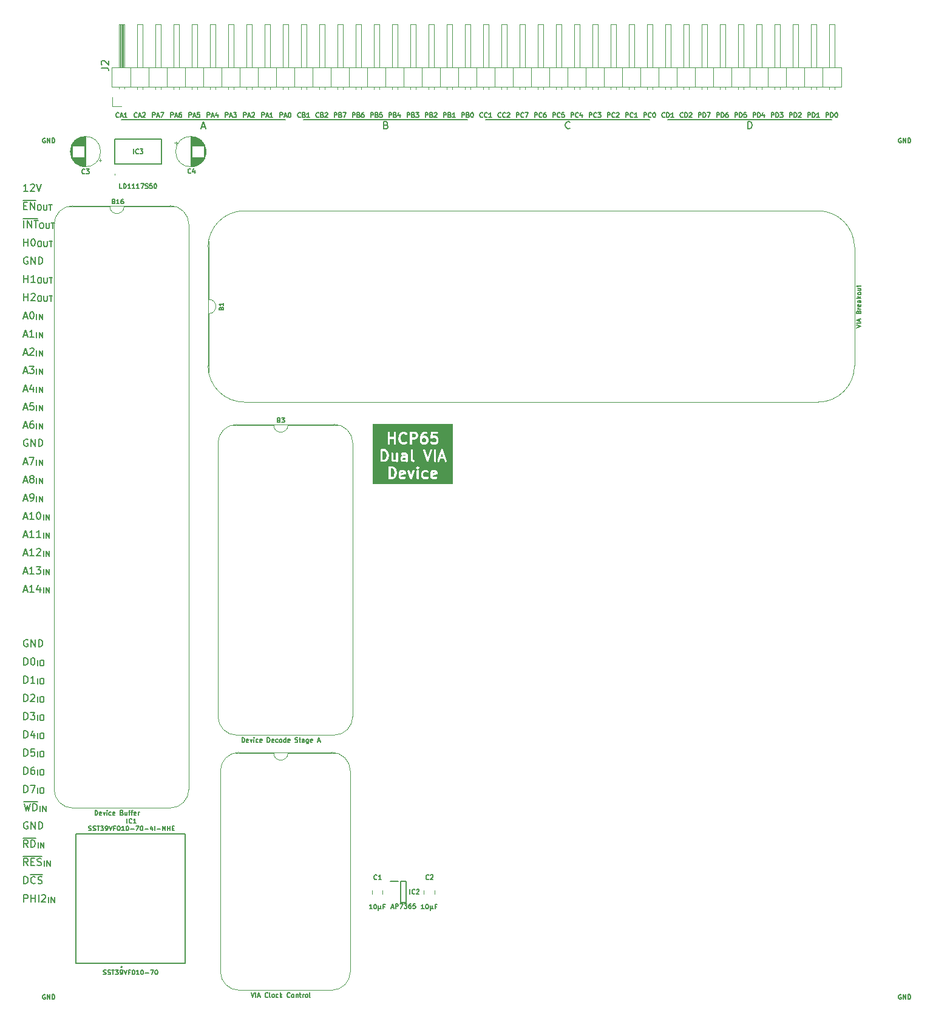
<source format=gbr>
%TF.GenerationSoftware,KiCad,Pcbnew,7.0.5*%
%TF.CreationDate,2023-12-16T12:10:52+02:00*%
%TF.ProjectId,VIA Board,56494120-426f-4617-9264-2e6b69636164,rev?*%
%TF.SameCoordinates,Original*%
%TF.FileFunction,Legend,Top*%
%TF.FilePolarity,Positive*%
%FSLAX46Y46*%
G04 Gerber Fmt 4.6, Leading zero omitted, Abs format (unit mm)*
G04 Created by KiCad (PCBNEW 7.0.5) date 2023-12-16 12:10:52*
%MOMM*%
%LPD*%
G01*
G04 APERTURE LIST*
%ADD10C,0.200000*%
%ADD11C,0.150000*%
%ADD12C,0.300000*%
%ADD13C,0.100000*%
%ADD14C,0.120000*%
%ADD15C,0.187000*%
G04 APERTURE END LIST*
D10*
X153408095Y-39999219D02*
X153408095Y-38999219D01*
X153408095Y-38999219D02*
X153646190Y-38999219D01*
X153646190Y-38999219D02*
X153789047Y-39046838D01*
X153789047Y-39046838D02*
X153884285Y-39142076D01*
X153884285Y-39142076D02*
X153931904Y-39237314D01*
X153931904Y-39237314D02*
X153979523Y-39427790D01*
X153979523Y-39427790D02*
X153979523Y-39570647D01*
X153979523Y-39570647D02*
X153931904Y-39761123D01*
X153931904Y-39761123D02*
X153884285Y-39856361D01*
X153884285Y-39856361D02*
X153789047Y-39951600D01*
X153789047Y-39951600D02*
X153646190Y-39999219D01*
X153646190Y-39999219D02*
X153408095Y-39999219D01*
X128579523Y-39903980D02*
X128531904Y-39951600D01*
X128531904Y-39951600D02*
X128389047Y-39999219D01*
X128389047Y-39999219D02*
X128293809Y-39999219D01*
X128293809Y-39999219D02*
X128150952Y-39951600D01*
X128150952Y-39951600D02*
X128055714Y-39856361D01*
X128055714Y-39856361D02*
X128008095Y-39761123D01*
X128008095Y-39761123D02*
X127960476Y-39570647D01*
X127960476Y-39570647D02*
X127960476Y-39427790D01*
X127960476Y-39427790D02*
X128008095Y-39237314D01*
X128008095Y-39237314D02*
X128055714Y-39142076D01*
X128055714Y-39142076D02*
X128150952Y-39046838D01*
X128150952Y-39046838D02*
X128293809Y-38999219D01*
X128293809Y-38999219D02*
X128389047Y-38999219D01*
X128389047Y-38999219D02*
X128531904Y-39046838D01*
X128531904Y-39046838D02*
X128579523Y-39094457D01*
X102941428Y-39475409D02*
X103084285Y-39523028D01*
X103084285Y-39523028D02*
X103131904Y-39570647D01*
X103131904Y-39570647D02*
X103179523Y-39665885D01*
X103179523Y-39665885D02*
X103179523Y-39808742D01*
X103179523Y-39808742D02*
X103131904Y-39903980D01*
X103131904Y-39903980D02*
X103084285Y-39951600D01*
X103084285Y-39951600D02*
X102989047Y-39999219D01*
X102989047Y-39999219D02*
X102608095Y-39999219D01*
X102608095Y-39999219D02*
X102608095Y-38999219D01*
X102608095Y-38999219D02*
X102941428Y-38999219D01*
X102941428Y-38999219D02*
X103036666Y-39046838D01*
X103036666Y-39046838D02*
X103084285Y-39094457D01*
X103084285Y-39094457D02*
X103131904Y-39189695D01*
X103131904Y-39189695D02*
X103131904Y-39284933D01*
X103131904Y-39284933D02*
X103084285Y-39380171D01*
X103084285Y-39380171D02*
X103036666Y-39427790D01*
X103036666Y-39427790D02*
X102941428Y-39475409D01*
X102941428Y-39475409D02*
X102608095Y-39475409D01*
X77231905Y-39713504D02*
X77708095Y-39713504D01*
X77136667Y-39999219D02*
X77470000Y-38999219D01*
X77470000Y-38999219D02*
X77803333Y-39999219D01*
D11*
X142240000Y-38735000D02*
X165100000Y-38735000D01*
X116840000Y-38735000D02*
X139700000Y-38735000D01*
X91440000Y-38735000D02*
X114300000Y-38735000D01*
X66040000Y-38735000D02*
X88900000Y-38735000D01*
D10*
X52439673Y-147772219D02*
X52439673Y-146772219D01*
X52439673Y-146772219D02*
X52820625Y-146772219D01*
X52820625Y-146772219D02*
X52915863Y-146819838D01*
X52915863Y-146819838D02*
X52963482Y-146867457D01*
X52963482Y-146867457D02*
X53011101Y-146962695D01*
X53011101Y-146962695D02*
X53011101Y-147105552D01*
X53011101Y-147105552D02*
X52963482Y-147200790D01*
X52963482Y-147200790D02*
X52915863Y-147248409D01*
X52915863Y-147248409D02*
X52820625Y-147296028D01*
X52820625Y-147296028D02*
X52439673Y-147296028D01*
X53439673Y-147772219D02*
X53439673Y-146772219D01*
X53439673Y-147248409D02*
X54011101Y-147248409D01*
X54011101Y-147772219D02*
X54011101Y-146772219D01*
X54487292Y-147772219D02*
X54487292Y-146772219D01*
X54915863Y-146867457D02*
X54963482Y-146819838D01*
X54963482Y-146819838D02*
X55058720Y-146772219D01*
X55058720Y-146772219D02*
X55296815Y-146772219D01*
X55296815Y-146772219D02*
X55392053Y-146819838D01*
X55392053Y-146819838D02*
X55439672Y-146867457D01*
X55439672Y-146867457D02*
X55487291Y-146962695D01*
X55487291Y-146962695D02*
X55487291Y-147057933D01*
X55487291Y-147057933D02*
X55439672Y-147200790D01*
X55439672Y-147200790D02*
X54868244Y-147772219D01*
X54868244Y-147772219D02*
X55487291Y-147772219D01*
X55868244Y-147882695D02*
X55868244Y-147082695D01*
X56249196Y-147882695D02*
X56249196Y-147082695D01*
X56249196Y-147082695D02*
X56706339Y-147882695D01*
X56706339Y-147882695D02*
X56706339Y-147082695D01*
X52392054Y-76366504D02*
X52868244Y-76366504D01*
X52296816Y-76652219D02*
X52630149Y-75652219D01*
X52630149Y-75652219D02*
X52963482Y-76652219D01*
X53725387Y-75985552D02*
X53725387Y-76652219D01*
X53487292Y-75604600D02*
X53249197Y-76318885D01*
X53249197Y-76318885D02*
X53868244Y-76318885D01*
X54201578Y-76762695D02*
X54201578Y-75962695D01*
X54582530Y-76762695D02*
X54582530Y-75962695D01*
X54582530Y-75962695D02*
X55039673Y-76762695D01*
X55039673Y-76762695D02*
X55039673Y-75962695D01*
X52963482Y-111259838D02*
X52868244Y-111212219D01*
X52868244Y-111212219D02*
X52725387Y-111212219D01*
X52725387Y-111212219D02*
X52582530Y-111259838D01*
X52582530Y-111259838D02*
X52487292Y-111355076D01*
X52487292Y-111355076D02*
X52439673Y-111450314D01*
X52439673Y-111450314D02*
X52392054Y-111640790D01*
X52392054Y-111640790D02*
X52392054Y-111783647D01*
X52392054Y-111783647D02*
X52439673Y-111974123D01*
X52439673Y-111974123D02*
X52487292Y-112069361D01*
X52487292Y-112069361D02*
X52582530Y-112164600D01*
X52582530Y-112164600D02*
X52725387Y-112212219D01*
X52725387Y-112212219D02*
X52820625Y-112212219D01*
X52820625Y-112212219D02*
X52963482Y-112164600D01*
X52963482Y-112164600D02*
X53011101Y-112116980D01*
X53011101Y-112116980D02*
X53011101Y-111783647D01*
X53011101Y-111783647D02*
X52820625Y-111783647D01*
X53439673Y-112212219D02*
X53439673Y-111212219D01*
X53439673Y-111212219D02*
X54011101Y-112212219D01*
X54011101Y-112212219D02*
X54011101Y-111212219D01*
X54487292Y-112212219D02*
X54487292Y-111212219D01*
X54487292Y-111212219D02*
X54725387Y-111212219D01*
X54725387Y-111212219D02*
X54868244Y-111259838D01*
X54868244Y-111259838D02*
X54963482Y-111355076D01*
X54963482Y-111355076D02*
X55011101Y-111450314D01*
X55011101Y-111450314D02*
X55058720Y-111640790D01*
X55058720Y-111640790D02*
X55058720Y-111783647D01*
X55058720Y-111783647D02*
X55011101Y-111974123D01*
X55011101Y-111974123D02*
X54963482Y-112069361D01*
X54963482Y-112069361D02*
X54868244Y-112164600D01*
X54868244Y-112164600D02*
X54725387Y-112212219D01*
X54725387Y-112212219D02*
X54487292Y-112212219D01*
D11*
X133833809Y-38385963D02*
X133833809Y-37750963D01*
X133833809Y-37750963D02*
X134075714Y-37750963D01*
X134075714Y-37750963D02*
X134136190Y-37781201D01*
X134136190Y-37781201D02*
X134166428Y-37811439D01*
X134166428Y-37811439D02*
X134196666Y-37871915D01*
X134196666Y-37871915D02*
X134196666Y-37962629D01*
X134196666Y-37962629D02*
X134166428Y-38023105D01*
X134166428Y-38023105D02*
X134136190Y-38053344D01*
X134136190Y-38053344D02*
X134075714Y-38083582D01*
X134075714Y-38083582D02*
X133833809Y-38083582D01*
X134831666Y-38325486D02*
X134801428Y-38355725D01*
X134801428Y-38355725D02*
X134710714Y-38385963D01*
X134710714Y-38385963D02*
X134650238Y-38385963D01*
X134650238Y-38385963D02*
X134559523Y-38355725D01*
X134559523Y-38355725D02*
X134499047Y-38295248D01*
X134499047Y-38295248D02*
X134468809Y-38234772D01*
X134468809Y-38234772D02*
X134438571Y-38113820D01*
X134438571Y-38113820D02*
X134438571Y-38023105D01*
X134438571Y-38023105D02*
X134468809Y-37902153D01*
X134468809Y-37902153D02*
X134499047Y-37841677D01*
X134499047Y-37841677D02*
X134559523Y-37781201D01*
X134559523Y-37781201D02*
X134650238Y-37750963D01*
X134650238Y-37750963D02*
X134710714Y-37750963D01*
X134710714Y-37750963D02*
X134801428Y-37781201D01*
X134801428Y-37781201D02*
X134831666Y-37811439D01*
X135073571Y-37811439D02*
X135103809Y-37781201D01*
X135103809Y-37781201D02*
X135164285Y-37750963D01*
X135164285Y-37750963D02*
X135315476Y-37750963D01*
X135315476Y-37750963D02*
X135375952Y-37781201D01*
X135375952Y-37781201D02*
X135406190Y-37811439D01*
X135406190Y-37811439D02*
X135436428Y-37871915D01*
X135436428Y-37871915D02*
X135436428Y-37932391D01*
X135436428Y-37932391D02*
X135406190Y-38023105D01*
X135406190Y-38023105D02*
X135043333Y-38385963D01*
X135043333Y-38385963D02*
X135436428Y-38385963D01*
D10*
X52392054Y-89066504D02*
X52868244Y-89066504D01*
X52296816Y-89352219D02*
X52630149Y-88352219D01*
X52630149Y-88352219D02*
X52963482Y-89352219D01*
X53439673Y-88780790D02*
X53344435Y-88733171D01*
X53344435Y-88733171D02*
X53296816Y-88685552D01*
X53296816Y-88685552D02*
X53249197Y-88590314D01*
X53249197Y-88590314D02*
X53249197Y-88542695D01*
X53249197Y-88542695D02*
X53296816Y-88447457D01*
X53296816Y-88447457D02*
X53344435Y-88399838D01*
X53344435Y-88399838D02*
X53439673Y-88352219D01*
X53439673Y-88352219D02*
X53630149Y-88352219D01*
X53630149Y-88352219D02*
X53725387Y-88399838D01*
X53725387Y-88399838D02*
X53773006Y-88447457D01*
X53773006Y-88447457D02*
X53820625Y-88542695D01*
X53820625Y-88542695D02*
X53820625Y-88590314D01*
X53820625Y-88590314D02*
X53773006Y-88685552D01*
X53773006Y-88685552D02*
X53725387Y-88733171D01*
X53725387Y-88733171D02*
X53630149Y-88780790D01*
X53630149Y-88780790D02*
X53439673Y-88780790D01*
X53439673Y-88780790D02*
X53344435Y-88828409D01*
X53344435Y-88828409D02*
X53296816Y-88876028D01*
X53296816Y-88876028D02*
X53249197Y-88971266D01*
X53249197Y-88971266D02*
X53249197Y-89161742D01*
X53249197Y-89161742D02*
X53296816Y-89256980D01*
X53296816Y-89256980D02*
X53344435Y-89304600D01*
X53344435Y-89304600D02*
X53439673Y-89352219D01*
X53439673Y-89352219D02*
X53630149Y-89352219D01*
X53630149Y-89352219D02*
X53725387Y-89304600D01*
X53725387Y-89304600D02*
X53773006Y-89256980D01*
X53773006Y-89256980D02*
X53820625Y-89161742D01*
X53820625Y-89161742D02*
X53820625Y-88971266D01*
X53820625Y-88971266D02*
X53773006Y-88876028D01*
X53773006Y-88876028D02*
X53725387Y-88828409D01*
X53725387Y-88828409D02*
X53630149Y-88780790D01*
X54201578Y-89462695D02*
X54201578Y-88662695D01*
X54582530Y-89462695D02*
X54582530Y-88662695D01*
X54582530Y-88662695D02*
X55039673Y-89462695D01*
X55039673Y-89462695D02*
X55039673Y-88662695D01*
D11*
X65662023Y-38325486D02*
X65631785Y-38355725D01*
X65631785Y-38355725D02*
X65541071Y-38385963D01*
X65541071Y-38385963D02*
X65480595Y-38385963D01*
X65480595Y-38385963D02*
X65389880Y-38355725D01*
X65389880Y-38355725D02*
X65329404Y-38295248D01*
X65329404Y-38295248D02*
X65299166Y-38234772D01*
X65299166Y-38234772D02*
X65268928Y-38113820D01*
X65268928Y-38113820D02*
X65268928Y-38023105D01*
X65268928Y-38023105D02*
X65299166Y-37902153D01*
X65299166Y-37902153D02*
X65329404Y-37841677D01*
X65329404Y-37841677D02*
X65389880Y-37781201D01*
X65389880Y-37781201D02*
X65480595Y-37750963D01*
X65480595Y-37750963D02*
X65541071Y-37750963D01*
X65541071Y-37750963D02*
X65631785Y-37781201D01*
X65631785Y-37781201D02*
X65662023Y-37811439D01*
X65903928Y-38204534D02*
X66206309Y-38204534D01*
X65843452Y-38385963D02*
X66055118Y-37750963D01*
X66055118Y-37750963D02*
X66266785Y-38385963D01*
X66811071Y-38385963D02*
X66448214Y-38385963D01*
X66629642Y-38385963D02*
X66629642Y-37750963D01*
X66629642Y-37750963D02*
X66569166Y-37841677D01*
X66569166Y-37841677D02*
X66508690Y-37902153D01*
X66508690Y-37902153D02*
X66448214Y-37932391D01*
D10*
X52439673Y-56332219D02*
X52439673Y-55332219D01*
X52439673Y-55808409D02*
X53011101Y-55808409D01*
X53011101Y-56332219D02*
X53011101Y-55332219D01*
X53677768Y-55332219D02*
X53773006Y-55332219D01*
X53773006Y-55332219D02*
X53868244Y-55379838D01*
X53868244Y-55379838D02*
X53915863Y-55427457D01*
X53915863Y-55427457D02*
X53963482Y-55522695D01*
X53963482Y-55522695D02*
X54011101Y-55713171D01*
X54011101Y-55713171D02*
X54011101Y-55951266D01*
X54011101Y-55951266D02*
X53963482Y-56141742D01*
X53963482Y-56141742D02*
X53915863Y-56236980D01*
X53915863Y-56236980D02*
X53868244Y-56284600D01*
X53868244Y-56284600D02*
X53773006Y-56332219D01*
X53773006Y-56332219D02*
X53677768Y-56332219D01*
X53677768Y-56332219D02*
X53582530Y-56284600D01*
X53582530Y-56284600D02*
X53534911Y-56236980D01*
X53534911Y-56236980D02*
X53487292Y-56141742D01*
X53487292Y-56141742D02*
X53439673Y-55951266D01*
X53439673Y-55951266D02*
X53439673Y-55713171D01*
X53439673Y-55713171D02*
X53487292Y-55522695D01*
X53487292Y-55522695D02*
X53534911Y-55427457D01*
X53534911Y-55427457D02*
X53582530Y-55379838D01*
X53582530Y-55379838D02*
X53677768Y-55332219D01*
X54544435Y-55642695D02*
X54696816Y-55642695D01*
X54696816Y-55642695D02*
X54773006Y-55680790D01*
X54773006Y-55680790D02*
X54849197Y-55756980D01*
X54849197Y-55756980D02*
X54887292Y-55909361D01*
X54887292Y-55909361D02*
X54887292Y-56176028D01*
X54887292Y-56176028D02*
X54849197Y-56328409D01*
X54849197Y-56328409D02*
X54773006Y-56404600D01*
X54773006Y-56404600D02*
X54696816Y-56442695D01*
X54696816Y-56442695D02*
X54544435Y-56442695D01*
X54544435Y-56442695D02*
X54468244Y-56404600D01*
X54468244Y-56404600D02*
X54392054Y-56328409D01*
X54392054Y-56328409D02*
X54353958Y-56176028D01*
X54353958Y-56176028D02*
X54353958Y-55909361D01*
X54353958Y-55909361D02*
X54392054Y-55756980D01*
X54392054Y-55756980D02*
X54468244Y-55680790D01*
X54468244Y-55680790D02*
X54544435Y-55642695D01*
X55230149Y-55642695D02*
X55230149Y-56290314D01*
X55230149Y-56290314D02*
X55268244Y-56366504D01*
X55268244Y-56366504D02*
X55306339Y-56404600D01*
X55306339Y-56404600D02*
X55382530Y-56442695D01*
X55382530Y-56442695D02*
X55534911Y-56442695D01*
X55534911Y-56442695D02*
X55611101Y-56404600D01*
X55611101Y-56404600D02*
X55649196Y-56366504D01*
X55649196Y-56366504D02*
X55687292Y-56290314D01*
X55687292Y-56290314D02*
X55687292Y-55642695D01*
X55953958Y-55642695D02*
X56411101Y-55642695D01*
X56182529Y-56442695D02*
X56182529Y-55642695D01*
D11*
X95733809Y-38385963D02*
X95733809Y-37750963D01*
X95733809Y-37750963D02*
X95975714Y-37750963D01*
X95975714Y-37750963D02*
X96036190Y-37781201D01*
X96036190Y-37781201D02*
X96066428Y-37811439D01*
X96066428Y-37811439D02*
X96096666Y-37871915D01*
X96096666Y-37871915D02*
X96096666Y-37962629D01*
X96096666Y-37962629D02*
X96066428Y-38023105D01*
X96066428Y-38023105D02*
X96036190Y-38053344D01*
X96036190Y-38053344D02*
X95975714Y-38083582D01*
X95975714Y-38083582D02*
X95733809Y-38083582D01*
X96580476Y-38053344D02*
X96671190Y-38083582D01*
X96671190Y-38083582D02*
X96701428Y-38113820D01*
X96701428Y-38113820D02*
X96731666Y-38174296D01*
X96731666Y-38174296D02*
X96731666Y-38265010D01*
X96731666Y-38265010D02*
X96701428Y-38325486D01*
X96701428Y-38325486D02*
X96671190Y-38355725D01*
X96671190Y-38355725D02*
X96610714Y-38385963D01*
X96610714Y-38385963D02*
X96368809Y-38385963D01*
X96368809Y-38385963D02*
X96368809Y-37750963D01*
X96368809Y-37750963D02*
X96580476Y-37750963D01*
X96580476Y-37750963D02*
X96640952Y-37781201D01*
X96640952Y-37781201D02*
X96671190Y-37811439D01*
X96671190Y-37811439D02*
X96701428Y-37871915D01*
X96701428Y-37871915D02*
X96701428Y-37932391D01*
X96701428Y-37932391D02*
X96671190Y-37992867D01*
X96671190Y-37992867D02*
X96640952Y-38023105D01*
X96640952Y-38023105D02*
X96580476Y-38053344D01*
X96580476Y-38053344D02*
X96368809Y-38053344D01*
X96943333Y-37750963D02*
X97366666Y-37750963D01*
X97366666Y-37750963D02*
X97094523Y-38385963D01*
X128753809Y-38385963D02*
X128753809Y-37750963D01*
X128753809Y-37750963D02*
X128995714Y-37750963D01*
X128995714Y-37750963D02*
X129056190Y-37781201D01*
X129056190Y-37781201D02*
X129086428Y-37811439D01*
X129086428Y-37811439D02*
X129116666Y-37871915D01*
X129116666Y-37871915D02*
X129116666Y-37962629D01*
X129116666Y-37962629D02*
X129086428Y-38023105D01*
X129086428Y-38023105D02*
X129056190Y-38053344D01*
X129056190Y-38053344D02*
X128995714Y-38083582D01*
X128995714Y-38083582D02*
X128753809Y-38083582D01*
X129751666Y-38325486D02*
X129721428Y-38355725D01*
X129721428Y-38355725D02*
X129630714Y-38385963D01*
X129630714Y-38385963D02*
X129570238Y-38385963D01*
X129570238Y-38385963D02*
X129479523Y-38355725D01*
X129479523Y-38355725D02*
X129419047Y-38295248D01*
X129419047Y-38295248D02*
X129388809Y-38234772D01*
X129388809Y-38234772D02*
X129358571Y-38113820D01*
X129358571Y-38113820D02*
X129358571Y-38023105D01*
X129358571Y-38023105D02*
X129388809Y-37902153D01*
X129388809Y-37902153D02*
X129419047Y-37841677D01*
X129419047Y-37841677D02*
X129479523Y-37781201D01*
X129479523Y-37781201D02*
X129570238Y-37750963D01*
X129570238Y-37750963D02*
X129630714Y-37750963D01*
X129630714Y-37750963D02*
X129721428Y-37781201D01*
X129721428Y-37781201D02*
X129751666Y-37811439D01*
X130295952Y-37962629D02*
X130295952Y-38385963D01*
X130144761Y-37720725D02*
X129993571Y-38174296D01*
X129993571Y-38174296D02*
X130386666Y-38174296D01*
X138913809Y-38385963D02*
X138913809Y-37750963D01*
X138913809Y-37750963D02*
X139155714Y-37750963D01*
X139155714Y-37750963D02*
X139216190Y-37781201D01*
X139216190Y-37781201D02*
X139246428Y-37811439D01*
X139246428Y-37811439D02*
X139276666Y-37871915D01*
X139276666Y-37871915D02*
X139276666Y-37962629D01*
X139276666Y-37962629D02*
X139246428Y-38023105D01*
X139246428Y-38023105D02*
X139216190Y-38053344D01*
X139216190Y-38053344D02*
X139155714Y-38083582D01*
X139155714Y-38083582D02*
X138913809Y-38083582D01*
X139911666Y-38325486D02*
X139881428Y-38355725D01*
X139881428Y-38355725D02*
X139790714Y-38385963D01*
X139790714Y-38385963D02*
X139730238Y-38385963D01*
X139730238Y-38385963D02*
X139639523Y-38355725D01*
X139639523Y-38355725D02*
X139579047Y-38295248D01*
X139579047Y-38295248D02*
X139548809Y-38234772D01*
X139548809Y-38234772D02*
X139518571Y-38113820D01*
X139518571Y-38113820D02*
X139518571Y-38023105D01*
X139518571Y-38023105D02*
X139548809Y-37902153D01*
X139548809Y-37902153D02*
X139579047Y-37841677D01*
X139579047Y-37841677D02*
X139639523Y-37781201D01*
X139639523Y-37781201D02*
X139730238Y-37750963D01*
X139730238Y-37750963D02*
X139790714Y-37750963D01*
X139790714Y-37750963D02*
X139881428Y-37781201D01*
X139881428Y-37781201D02*
X139911666Y-37811439D01*
X140304761Y-37750963D02*
X140365238Y-37750963D01*
X140365238Y-37750963D02*
X140425714Y-37781201D01*
X140425714Y-37781201D02*
X140455952Y-37811439D01*
X140455952Y-37811439D02*
X140486190Y-37871915D01*
X140486190Y-37871915D02*
X140516428Y-37992867D01*
X140516428Y-37992867D02*
X140516428Y-38144058D01*
X140516428Y-38144058D02*
X140486190Y-38265010D01*
X140486190Y-38265010D02*
X140455952Y-38325486D01*
X140455952Y-38325486D02*
X140425714Y-38355725D01*
X140425714Y-38355725D02*
X140365238Y-38385963D01*
X140365238Y-38385963D02*
X140304761Y-38385963D01*
X140304761Y-38385963D02*
X140244285Y-38355725D01*
X140244285Y-38355725D02*
X140214047Y-38325486D01*
X140214047Y-38325486D02*
X140183809Y-38265010D01*
X140183809Y-38265010D02*
X140153571Y-38144058D01*
X140153571Y-38144058D02*
X140153571Y-37992867D01*
X140153571Y-37992867D02*
X140183809Y-37871915D01*
X140183809Y-37871915D02*
X140214047Y-37811439D01*
X140214047Y-37811439D02*
X140244285Y-37781201D01*
X140244285Y-37781201D02*
X140304761Y-37750963D01*
X68202023Y-38325486D02*
X68171785Y-38355725D01*
X68171785Y-38355725D02*
X68081071Y-38385963D01*
X68081071Y-38385963D02*
X68020595Y-38385963D01*
X68020595Y-38385963D02*
X67929880Y-38355725D01*
X67929880Y-38355725D02*
X67869404Y-38295248D01*
X67869404Y-38295248D02*
X67839166Y-38234772D01*
X67839166Y-38234772D02*
X67808928Y-38113820D01*
X67808928Y-38113820D02*
X67808928Y-38023105D01*
X67808928Y-38023105D02*
X67839166Y-37902153D01*
X67839166Y-37902153D02*
X67869404Y-37841677D01*
X67869404Y-37841677D02*
X67929880Y-37781201D01*
X67929880Y-37781201D02*
X68020595Y-37750963D01*
X68020595Y-37750963D02*
X68081071Y-37750963D01*
X68081071Y-37750963D02*
X68171785Y-37781201D01*
X68171785Y-37781201D02*
X68202023Y-37811439D01*
X68443928Y-38204534D02*
X68746309Y-38204534D01*
X68383452Y-38385963D02*
X68595118Y-37750963D01*
X68595118Y-37750963D02*
X68806785Y-38385963D01*
X68988214Y-37811439D02*
X69018452Y-37781201D01*
X69018452Y-37781201D02*
X69078928Y-37750963D01*
X69078928Y-37750963D02*
X69230119Y-37750963D01*
X69230119Y-37750963D02*
X69290595Y-37781201D01*
X69290595Y-37781201D02*
X69320833Y-37811439D01*
X69320833Y-37811439D02*
X69351071Y-37871915D01*
X69351071Y-37871915D02*
X69351071Y-37932391D01*
X69351071Y-37932391D02*
X69320833Y-38023105D01*
X69320833Y-38023105D02*
X68957976Y-38385963D01*
X68957976Y-38385963D02*
X69351071Y-38385963D01*
D10*
X52392054Y-104306504D02*
X52868244Y-104306504D01*
X52296816Y-104592219D02*
X52630149Y-103592219D01*
X52630149Y-103592219D02*
X52963482Y-104592219D01*
X53820625Y-104592219D02*
X53249197Y-104592219D01*
X53534911Y-104592219D02*
X53534911Y-103592219D01*
X53534911Y-103592219D02*
X53439673Y-103735076D01*
X53439673Y-103735076D02*
X53344435Y-103830314D01*
X53344435Y-103830314D02*
X53249197Y-103877933D01*
X54677768Y-103925552D02*
X54677768Y-104592219D01*
X54439673Y-103544600D02*
X54201578Y-104258885D01*
X54201578Y-104258885D02*
X54820625Y-104258885D01*
X55153959Y-104702695D02*
X55153959Y-103902695D01*
X55534911Y-104702695D02*
X55534911Y-103902695D01*
X55534911Y-103902695D02*
X55992054Y-104702695D01*
X55992054Y-104702695D02*
X55992054Y-103902695D01*
X52392054Y-66206504D02*
X52868244Y-66206504D01*
X52296816Y-66492219D02*
X52630149Y-65492219D01*
X52630149Y-65492219D02*
X52963482Y-66492219D01*
X53487292Y-65492219D02*
X53582530Y-65492219D01*
X53582530Y-65492219D02*
X53677768Y-65539838D01*
X53677768Y-65539838D02*
X53725387Y-65587457D01*
X53725387Y-65587457D02*
X53773006Y-65682695D01*
X53773006Y-65682695D02*
X53820625Y-65873171D01*
X53820625Y-65873171D02*
X53820625Y-66111266D01*
X53820625Y-66111266D02*
X53773006Y-66301742D01*
X53773006Y-66301742D02*
X53725387Y-66396980D01*
X53725387Y-66396980D02*
X53677768Y-66444600D01*
X53677768Y-66444600D02*
X53582530Y-66492219D01*
X53582530Y-66492219D02*
X53487292Y-66492219D01*
X53487292Y-66492219D02*
X53392054Y-66444600D01*
X53392054Y-66444600D02*
X53344435Y-66396980D01*
X53344435Y-66396980D02*
X53296816Y-66301742D01*
X53296816Y-66301742D02*
X53249197Y-66111266D01*
X53249197Y-66111266D02*
X53249197Y-65873171D01*
X53249197Y-65873171D02*
X53296816Y-65682695D01*
X53296816Y-65682695D02*
X53344435Y-65587457D01*
X53344435Y-65587457D02*
X53392054Y-65539838D01*
X53392054Y-65539838D02*
X53487292Y-65492219D01*
X54201578Y-66602695D02*
X54201578Y-65802695D01*
X54582530Y-66602695D02*
X54582530Y-65802695D01*
X54582530Y-65802695D02*
X55039673Y-66602695D01*
X55039673Y-66602695D02*
X55039673Y-65802695D01*
X52392054Y-94146504D02*
X52868244Y-94146504D01*
X52296816Y-94432219D02*
X52630149Y-93432219D01*
X52630149Y-93432219D02*
X52963482Y-94432219D01*
X53820625Y-94432219D02*
X53249197Y-94432219D01*
X53534911Y-94432219D02*
X53534911Y-93432219D01*
X53534911Y-93432219D02*
X53439673Y-93575076D01*
X53439673Y-93575076D02*
X53344435Y-93670314D01*
X53344435Y-93670314D02*
X53249197Y-93717933D01*
X54439673Y-93432219D02*
X54534911Y-93432219D01*
X54534911Y-93432219D02*
X54630149Y-93479838D01*
X54630149Y-93479838D02*
X54677768Y-93527457D01*
X54677768Y-93527457D02*
X54725387Y-93622695D01*
X54725387Y-93622695D02*
X54773006Y-93813171D01*
X54773006Y-93813171D02*
X54773006Y-94051266D01*
X54773006Y-94051266D02*
X54725387Y-94241742D01*
X54725387Y-94241742D02*
X54677768Y-94336980D01*
X54677768Y-94336980D02*
X54630149Y-94384600D01*
X54630149Y-94384600D02*
X54534911Y-94432219D01*
X54534911Y-94432219D02*
X54439673Y-94432219D01*
X54439673Y-94432219D02*
X54344435Y-94384600D01*
X54344435Y-94384600D02*
X54296816Y-94336980D01*
X54296816Y-94336980D02*
X54249197Y-94241742D01*
X54249197Y-94241742D02*
X54201578Y-94051266D01*
X54201578Y-94051266D02*
X54201578Y-93813171D01*
X54201578Y-93813171D02*
X54249197Y-93622695D01*
X54249197Y-93622695D02*
X54296816Y-93527457D01*
X54296816Y-93527457D02*
X54344435Y-93479838D01*
X54344435Y-93479838D02*
X54439673Y-93432219D01*
X55153959Y-94542695D02*
X55153959Y-93742695D01*
X55534911Y-94542695D02*
X55534911Y-93742695D01*
X55534911Y-93742695D02*
X55992054Y-94542695D01*
X55992054Y-94542695D02*
X55992054Y-93742695D01*
D11*
X77999166Y-38385963D02*
X77999166Y-37750963D01*
X77999166Y-37750963D02*
X78241071Y-37750963D01*
X78241071Y-37750963D02*
X78301547Y-37781201D01*
X78301547Y-37781201D02*
X78331785Y-37811439D01*
X78331785Y-37811439D02*
X78362023Y-37871915D01*
X78362023Y-37871915D02*
X78362023Y-37962629D01*
X78362023Y-37962629D02*
X78331785Y-38023105D01*
X78331785Y-38023105D02*
X78301547Y-38053344D01*
X78301547Y-38053344D02*
X78241071Y-38083582D01*
X78241071Y-38083582D02*
X77999166Y-38083582D01*
X78603928Y-38204534D02*
X78906309Y-38204534D01*
X78543452Y-38385963D02*
X78755118Y-37750963D01*
X78755118Y-37750963D02*
X78966785Y-38385963D01*
X79450595Y-37962629D02*
X79450595Y-38385963D01*
X79299404Y-37720725D02*
X79148214Y-38174296D01*
X79148214Y-38174296D02*
X79541309Y-38174296D01*
X83079166Y-38385963D02*
X83079166Y-37750963D01*
X83079166Y-37750963D02*
X83321071Y-37750963D01*
X83321071Y-37750963D02*
X83381547Y-37781201D01*
X83381547Y-37781201D02*
X83411785Y-37811439D01*
X83411785Y-37811439D02*
X83442023Y-37871915D01*
X83442023Y-37871915D02*
X83442023Y-37962629D01*
X83442023Y-37962629D02*
X83411785Y-38023105D01*
X83411785Y-38023105D02*
X83381547Y-38053344D01*
X83381547Y-38053344D02*
X83321071Y-38083582D01*
X83321071Y-38083582D02*
X83079166Y-38083582D01*
X83683928Y-38204534D02*
X83986309Y-38204534D01*
X83623452Y-38385963D02*
X83835118Y-37750963D01*
X83835118Y-37750963D02*
X84046785Y-38385963D01*
X84228214Y-37811439D02*
X84258452Y-37781201D01*
X84258452Y-37781201D02*
X84318928Y-37750963D01*
X84318928Y-37750963D02*
X84470119Y-37750963D01*
X84470119Y-37750963D02*
X84530595Y-37781201D01*
X84530595Y-37781201D02*
X84560833Y-37811439D01*
X84560833Y-37811439D02*
X84591071Y-37871915D01*
X84591071Y-37871915D02*
X84591071Y-37932391D01*
X84591071Y-37932391D02*
X84560833Y-38023105D01*
X84560833Y-38023105D02*
X84197976Y-38385963D01*
X84197976Y-38385963D02*
X84591071Y-38385963D01*
X113513809Y-38385963D02*
X113513809Y-37750963D01*
X113513809Y-37750963D02*
X113755714Y-37750963D01*
X113755714Y-37750963D02*
X113816190Y-37781201D01*
X113816190Y-37781201D02*
X113846428Y-37811439D01*
X113846428Y-37811439D02*
X113876666Y-37871915D01*
X113876666Y-37871915D02*
X113876666Y-37962629D01*
X113876666Y-37962629D02*
X113846428Y-38023105D01*
X113846428Y-38023105D02*
X113816190Y-38053344D01*
X113816190Y-38053344D02*
X113755714Y-38083582D01*
X113755714Y-38083582D02*
X113513809Y-38083582D01*
X114360476Y-38053344D02*
X114451190Y-38083582D01*
X114451190Y-38083582D02*
X114481428Y-38113820D01*
X114481428Y-38113820D02*
X114511666Y-38174296D01*
X114511666Y-38174296D02*
X114511666Y-38265010D01*
X114511666Y-38265010D02*
X114481428Y-38325486D01*
X114481428Y-38325486D02*
X114451190Y-38355725D01*
X114451190Y-38355725D02*
X114390714Y-38385963D01*
X114390714Y-38385963D02*
X114148809Y-38385963D01*
X114148809Y-38385963D02*
X114148809Y-37750963D01*
X114148809Y-37750963D02*
X114360476Y-37750963D01*
X114360476Y-37750963D02*
X114420952Y-37781201D01*
X114420952Y-37781201D02*
X114451190Y-37811439D01*
X114451190Y-37811439D02*
X114481428Y-37871915D01*
X114481428Y-37871915D02*
X114481428Y-37932391D01*
X114481428Y-37932391D02*
X114451190Y-37992867D01*
X114451190Y-37992867D02*
X114420952Y-38023105D01*
X114420952Y-38023105D02*
X114360476Y-38053344D01*
X114360476Y-38053344D02*
X114148809Y-38053344D01*
X114904761Y-37750963D02*
X114965238Y-37750963D01*
X114965238Y-37750963D02*
X115025714Y-37781201D01*
X115025714Y-37781201D02*
X115055952Y-37811439D01*
X115055952Y-37811439D02*
X115086190Y-37871915D01*
X115086190Y-37871915D02*
X115116428Y-37992867D01*
X115116428Y-37992867D02*
X115116428Y-38144058D01*
X115116428Y-38144058D02*
X115086190Y-38265010D01*
X115086190Y-38265010D02*
X115055952Y-38325486D01*
X115055952Y-38325486D02*
X115025714Y-38355725D01*
X115025714Y-38355725D02*
X114965238Y-38385963D01*
X114965238Y-38385963D02*
X114904761Y-38385963D01*
X114904761Y-38385963D02*
X114844285Y-38355725D01*
X114844285Y-38355725D02*
X114814047Y-38325486D01*
X114814047Y-38325486D02*
X114783809Y-38265010D01*
X114783809Y-38265010D02*
X114753571Y-38144058D01*
X114753571Y-38144058D02*
X114753571Y-37992867D01*
X114753571Y-37992867D02*
X114783809Y-37871915D01*
X114783809Y-37871915D02*
X114814047Y-37811439D01*
X114814047Y-37811439D02*
X114844285Y-37781201D01*
X114844285Y-37781201D02*
X114904761Y-37750963D01*
D10*
X52439673Y-53792219D02*
X52439673Y-52792219D01*
X52915863Y-53792219D02*
X52915863Y-52792219D01*
X52915863Y-52792219D02*
X53487291Y-53792219D01*
X53487291Y-53792219D02*
X53487291Y-52792219D01*
X53820625Y-52792219D02*
X54392053Y-52792219D01*
X54106339Y-53792219D02*
X54106339Y-52792219D01*
X52301578Y-52514600D02*
X54387292Y-52514600D01*
X54830149Y-53102695D02*
X54982530Y-53102695D01*
X54982530Y-53102695D02*
X55058720Y-53140790D01*
X55058720Y-53140790D02*
X55134911Y-53216980D01*
X55134911Y-53216980D02*
X55173006Y-53369361D01*
X55173006Y-53369361D02*
X55173006Y-53636028D01*
X55173006Y-53636028D02*
X55134911Y-53788409D01*
X55134911Y-53788409D02*
X55058720Y-53864600D01*
X55058720Y-53864600D02*
X54982530Y-53902695D01*
X54982530Y-53902695D02*
X54830149Y-53902695D01*
X54830149Y-53902695D02*
X54753958Y-53864600D01*
X54753958Y-53864600D02*
X54677768Y-53788409D01*
X54677768Y-53788409D02*
X54639672Y-53636028D01*
X54639672Y-53636028D02*
X54639672Y-53369361D01*
X54639672Y-53369361D02*
X54677768Y-53216980D01*
X54677768Y-53216980D02*
X54753958Y-53140790D01*
X54753958Y-53140790D02*
X54830149Y-53102695D01*
X55515863Y-53102695D02*
X55515863Y-53750314D01*
X55515863Y-53750314D02*
X55553958Y-53826504D01*
X55553958Y-53826504D02*
X55592053Y-53864600D01*
X55592053Y-53864600D02*
X55668244Y-53902695D01*
X55668244Y-53902695D02*
X55820625Y-53902695D01*
X55820625Y-53902695D02*
X55896815Y-53864600D01*
X55896815Y-53864600D02*
X55934910Y-53826504D01*
X55934910Y-53826504D02*
X55973006Y-53750314D01*
X55973006Y-53750314D02*
X55973006Y-53102695D01*
X56239672Y-53102695D02*
X56696815Y-53102695D01*
X56468243Y-53902695D02*
X56468243Y-53102695D01*
X52439673Y-61412219D02*
X52439673Y-60412219D01*
X52439673Y-60888409D02*
X53011101Y-60888409D01*
X53011101Y-61412219D02*
X53011101Y-60412219D01*
X54011101Y-61412219D02*
X53439673Y-61412219D01*
X53725387Y-61412219D02*
X53725387Y-60412219D01*
X53725387Y-60412219D02*
X53630149Y-60555076D01*
X53630149Y-60555076D02*
X53534911Y-60650314D01*
X53534911Y-60650314D02*
X53439673Y-60697933D01*
X54544435Y-60722695D02*
X54696816Y-60722695D01*
X54696816Y-60722695D02*
X54773006Y-60760790D01*
X54773006Y-60760790D02*
X54849197Y-60836980D01*
X54849197Y-60836980D02*
X54887292Y-60989361D01*
X54887292Y-60989361D02*
X54887292Y-61256028D01*
X54887292Y-61256028D02*
X54849197Y-61408409D01*
X54849197Y-61408409D02*
X54773006Y-61484600D01*
X54773006Y-61484600D02*
X54696816Y-61522695D01*
X54696816Y-61522695D02*
X54544435Y-61522695D01*
X54544435Y-61522695D02*
X54468244Y-61484600D01*
X54468244Y-61484600D02*
X54392054Y-61408409D01*
X54392054Y-61408409D02*
X54353958Y-61256028D01*
X54353958Y-61256028D02*
X54353958Y-60989361D01*
X54353958Y-60989361D02*
X54392054Y-60836980D01*
X54392054Y-60836980D02*
X54468244Y-60760790D01*
X54468244Y-60760790D02*
X54544435Y-60722695D01*
X55230149Y-60722695D02*
X55230149Y-61370314D01*
X55230149Y-61370314D02*
X55268244Y-61446504D01*
X55268244Y-61446504D02*
X55306339Y-61484600D01*
X55306339Y-61484600D02*
X55382530Y-61522695D01*
X55382530Y-61522695D02*
X55534911Y-61522695D01*
X55534911Y-61522695D02*
X55611101Y-61484600D01*
X55611101Y-61484600D02*
X55649196Y-61446504D01*
X55649196Y-61446504D02*
X55687292Y-61370314D01*
X55687292Y-61370314D02*
X55687292Y-60722695D01*
X55953958Y-60722695D02*
X56411101Y-60722695D01*
X56182529Y-61522695D02*
X56182529Y-60722695D01*
D11*
X72919166Y-38385963D02*
X72919166Y-37750963D01*
X72919166Y-37750963D02*
X73161071Y-37750963D01*
X73161071Y-37750963D02*
X73221547Y-37781201D01*
X73221547Y-37781201D02*
X73251785Y-37811439D01*
X73251785Y-37811439D02*
X73282023Y-37871915D01*
X73282023Y-37871915D02*
X73282023Y-37962629D01*
X73282023Y-37962629D02*
X73251785Y-38023105D01*
X73251785Y-38023105D02*
X73221547Y-38053344D01*
X73221547Y-38053344D02*
X73161071Y-38083582D01*
X73161071Y-38083582D02*
X72919166Y-38083582D01*
X73523928Y-38204534D02*
X73826309Y-38204534D01*
X73463452Y-38385963D02*
X73675118Y-37750963D01*
X73675118Y-37750963D02*
X73886785Y-38385963D01*
X74370595Y-37750963D02*
X74249642Y-37750963D01*
X74249642Y-37750963D02*
X74189166Y-37781201D01*
X74189166Y-37781201D02*
X74158928Y-37811439D01*
X74158928Y-37811439D02*
X74098452Y-37902153D01*
X74098452Y-37902153D02*
X74068214Y-38023105D01*
X74068214Y-38023105D02*
X74068214Y-38265010D01*
X74068214Y-38265010D02*
X74098452Y-38325486D01*
X74098452Y-38325486D02*
X74128690Y-38355725D01*
X74128690Y-38355725D02*
X74189166Y-38385963D01*
X74189166Y-38385963D02*
X74310119Y-38385963D01*
X74310119Y-38385963D02*
X74370595Y-38355725D01*
X74370595Y-38355725D02*
X74400833Y-38325486D01*
X74400833Y-38325486D02*
X74431071Y-38265010D01*
X74431071Y-38265010D02*
X74431071Y-38113820D01*
X74431071Y-38113820D02*
X74400833Y-38053344D01*
X74400833Y-38053344D02*
X74370595Y-38023105D01*
X74370595Y-38023105D02*
X74310119Y-37992867D01*
X74310119Y-37992867D02*
X74189166Y-37992867D01*
X74189166Y-37992867D02*
X74128690Y-38023105D01*
X74128690Y-38023105D02*
X74098452Y-38053344D01*
X74098452Y-38053344D02*
X74068214Y-38113820D01*
X118956666Y-38325486D02*
X118926428Y-38355725D01*
X118926428Y-38355725D02*
X118835714Y-38385963D01*
X118835714Y-38385963D02*
X118775238Y-38385963D01*
X118775238Y-38385963D02*
X118684523Y-38355725D01*
X118684523Y-38355725D02*
X118624047Y-38295248D01*
X118624047Y-38295248D02*
X118593809Y-38234772D01*
X118593809Y-38234772D02*
X118563571Y-38113820D01*
X118563571Y-38113820D02*
X118563571Y-38023105D01*
X118563571Y-38023105D02*
X118593809Y-37902153D01*
X118593809Y-37902153D02*
X118624047Y-37841677D01*
X118624047Y-37841677D02*
X118684523Y-37781201D01*
X118684523Y-37781201D02*
X118775238Y-37750963D01*
X118775238Y-37750963D02*
X118835714Y-37750963D01*
X118835714Y-37750963D02*
X118926428Y-37781201D01*
X118926428Y-37781201D02*
X118956666Y-37811439D01*
X119591666Y-38325486D02*
X119561428Y-38355725D01*
X119561428Y-38355725D02*
X119470714Y-38385963D01*
X119470714Y-38385963D02*
X119410238Y-38385963D01*
X119410238Y-38385963D02*
X119319523Y-38355725D01*
X119319523Y-38355725D02*
X119259047Y-38295248D01*
X119259047Y-38295248D02*
X119228809Y-38234772D01*
X119228809Y-38234772D02*
X119198571Y-38113820D01*
X119198571Y-38113820D02*
X119198571Y-38023105D01*
X119198571Y-38023105D02*
X119228809Y-37902153D01*
X119228809Y-37902153D02*
X119259047Y-37841677D01*
X119259047Y-37841677D02*
X119319523Y-37781201D01*
X119319523Y-37781201D02*
X119410238Y-37750963D01*
X119410238Y-37750963D02*
X119470714Y-37750963D01*
X119470714Y-37750963D02*
X119561428Y-37781201D01*
X119561428Y-37781201D02*
X119591666Y-37811439D01*
X119833571Y-37811439D02*
X119863809Y-37781201D01*
X119863809Y-37781201D02*
X119924285Y-37750963D01*
X119924285Y-37750963D02*
X120075476Y-37750963D01*
X120075476Y-37750963D02*
X120135952Y-37781201D01*
X120135952Y-37781201D02*
X120166190Y-37811439D01*
X120166190Y-37811439D02*
X120196428Y-37871915D01*
X120196428Y-37871915D02*
X120196428Y-37932391D01*
X120196428Y-37932391D02*
X120166190Y-38023105D01*
X120166190Y-38023105D02*
X119803333Y-38385963D01*
X119803333Y-38385963D02*
X120196428Y-38385963D01*
D10*
X52439673Y-145232219D02*
X52439673Y-144232219D01*
X52439673Y-144232219D02*
X52677768Y-144232219D01*
X52677768Y-144232219D02*
X52820625Y-144279838D01*
X52820625Y-144279838D02*
X52915863Y-144375076D01*
X52915863Y-144375076D02*
X52963482Y-144470314D01*
X52963482Y-144470314D02*
X53011101Y-144660790D01*
X53011101Y-144660790D02*
X53011101Y-144803647D01*
X53011101Y-144803647D02*
X52963482Y-144994123D01*
X52963482Y-144994123D02*
X52915863Y-145089361D01*
X52915863Y-145089361D02*
X52820625Y-145184600D01*
X52820625Y-145184600D02*
X52677768Y-145232219D01*
X52677768Y-145232219D02*
X52439673Y-145232219D01*
X54011101Y-145136980D02*
X53963482Y-145184600D01*
X53963482Y-145184600D02*
X53820625Y-145232219D01*
X53820625Y-145232219D02*
X53725387Y-145232219D01*
X53725387Y-145232219D02*
X53582530Y-145184600D01*
X53582530Y-145184600D02*
X53487292Y-145089361D01*
X53487292Y-145089361D02*
X53439673Y-144994123D01*
X53439673Y-144994123D02*
X53392054Y-144803647D01*
X53392054Y-144803647D02*
X53392054Y-144660790D01*
X53392054Y-144660790D02*
X53439673Y-144470314D01*
X53439673Y-144470314D02*
X53487292Y-144375076D01*
X53487292Y-144375076D02*
X53582530Y-144279838D01*
X53582530Y-144279838D02*
X53725387Y-144232219D01*
X53725387Y-144232219D02*
X53820625Y-144232219D01*
X53820625Y-144232219D02*
X53963482Y-144279838D01*
X53963482Y-144279838D02*
X54011101Y-144327457D01*
X54392054Y-145184600D02*
X54534911Y-145232219D01*
X54534911Y-145232219D02*
X54773006Y-145232219D01*
X54773006Y-145232219D02*
X54868244Y-145184600D01*
X54868244Y-145184600D02*
X54915863Y-145136980D01*
X54915863Y-145136980D02*
X54963482Y-145041742D01*
X54963482Y-145041742D02*
X54963482Y-144946504D01*
X54963482Y-144946504D02*
X54915863Y-144851266D01*
X54915863Y-144851266D02*
X54868244Y-144803647D01*
X54868244Y-144803647D02*
X54773006Y-144756028D01*
X54773006Y-144756028D02*
X54582530Y-144708409D01*
X54582530Y-144708409D02*
X54487292Y-144660790D01*
X54487292Y-144660790D02*
X54439673Y-144613171D01*
X54439673Y-144613171D02*
X54392054Y-144517933D01*
X54392054Y-144517933D02*
X54392054Y-144422695D01*
X54392054Y-144422695D02*
X54439673Y-144327457D01*
X54439673Y-144327457D02*
X54487292Y-144279838D01*
X54487292Y-144279838D02*
X54582530Y-144232219D01*
X54582530Y-144232219D02*
X54820625Y-144232219D01*
X54820625Y-144232219D02*
X54963482Y-144279838D01*
X53301578Y-143954600D02*
X55053959Y-143954600D01*
D11*
X151613809Y-38385963D02*
X151613809Y-37750963D01*
X151613809Y-37750963D02*
X151855714Y-37750963D01*
X151855714Y-37750963D02*
X151916190Y-37781201D01*
X151916190Y-37781201D02*
X151946428Y-37811439D01*
X151946428Y-37811439D02*
X151976666Y-37871915D01*
X151976666Y-37871915D02*
X151976666Y-37962629D01*
X151976666Y-37962629D02*
X151946428Y-38023105D01*
X151946428Y-38023105D02*
X151916190Y-38053344D01*
X151916190Y-38053344D02*
X151855714Y-38083582D01*
X151855714Y-38083582D02*
X151613809Y-38083582D01*
X152248809Y-38385963D02*
X152248809Y-37750963D01*
X152248809Y-37750963D02*
X152399999Y-37750963D01*
X152399999Y-37750963D02*
X152490714Y-37781201D01*
X152490714Y-37781201D02*
X152551190Y-37841677D01*
X152551190Y-37841677D02*
X152581428Y-37902153D01*
X152581428Y-37902153D02*
X152611666Y-38023105D01*
X152611666Y-38023105D02*
X152611666Y-38113820D01*
X152611666Y-38113820D02*
X152581428Y-38234772D01*
X152581428Y-38234772D02*
X152551190Y-38295248D01*
X152551190Y-38295248D02*
X152490714Y-38355725D01*
X152490714Y-38355725D02*
X152399999Y-38385963D01*
X152399999Y-38385963D02*
X152248809Y-38385963D01*
X153186190Y-37750963D02*
X152883809Y-37750963D01*
X152883809Y-37750963D02*
X152853571Y-38053344D01*
X152853571Y-38053344D02*
X152883809Y-38023105D01*
X152883809Y-38023105D02*
X152944285Y-37992867D01*
X152944285Y-37992867D02*
X153095476Y-37992867D01*
X153095476Y-37992867D02*
X153155952Y-38023105D01*
X153155952Y-38023105D02*
X153186190Y-38053344D01*
X153186190Y-38053344D02*
X153216428Y-38113820D01*
X153216428Y-38113820D02*
X153216428Y-38265010D01*
X153216428Y-38265010D02*
X153186190Y-38325486D01*
X153186190Y-38325486D02*
X153155952Y-38355725D01*
X153155952Y-38355725D02*
X153095476Y-38385963D01*
X153095476Y-38385963D02*
X152944285Y-38385963D01*
X152944285Y-38385963D02*
X152883809Y-38355725D01*
X152883809Y-38355725D02*
X152853571Y-38325486D01*
D10*
X52392054Y-99226504D02*
X52868244Y-99226504D01*
X52296816Y-99512219D02*
X52630149Y-98512219D01*
X52630149Y-98512219D02*
X52963482Y-99512219D01*
X53820625Y-99512219D02*
X53249197Y-99512219D01*
X53534911Y-99512219D02*
X53534911Y-98512219D01*
X53534911Y-98512219D02*
X53439673Y-98655076D01*
X53439673Y-98655076D02*
X53344435Y-98750314D01*
X53344435Y-98750314D02*
X53249197Y-98797933D01*
X54201578Y-98607457D02*
X54249197Y-98559838D01*
X54249197Y-98559838D02*
X54344435Y-98512219D01*
X54344435Y-98512219D02*
X54582530Y-98512219D01*
X54582530Y-98512219D02*
X54677768Y-98559838D01*
X54677768Y-98559838D02*
X54725387Y-98607457D01*
X54725387Y-98607457D02*
X54773006Y-98702695D01*
X54773006Y-98702695D02*
X54773006Y-98797933D01*
X54773006Y-98797933D02*
X54725387Y-98940790D01*
X54725387Y-98940790D02*
X54153959Y-99512219D01*
X54153959Y-99512219D02*
X54773006Y-99512219D01*
X55153959Y-99622695D02*
X55153959Y-98822695D01*
X55534911Y-99622695D02*
X55534911Y-98822695D01*
X55534911Y-98822695D02*
X55992054Y-99622695D01*
X55992054Y-99622695D02*
X55992054Y-98822695D01*
X52392054Y-81446504D02*
X52868244Y-81446504D01*
X52296816Y-81732219D02*
X52630149Y-80732219D01*
X52630149Y-80732219D02*
X52963482Y-81732219D01*
X53725387Y-80732219D02*
X53534911Y-80732219D01*
X53534911Y-80732219D02*
X53439673Y-80779838D01*
X53439673Y-80779838D02*
X53392054Y-80827457D01*
X53392054Y-80827457D02*
X53296816Y-80970314D01*
X53296816Y-80970314D02*
X53249197Y-81160790D01*
X53249197Y-81160790D02*
X53249197Y-81541742D01*
X53249197Y-81541742D02*
X53296816Y-81636980D01*
X53296816Y-81636980D02*
X53344435Y-81684600D01*
X53344435Y-81684600D02*
X53439673Y-81732219D01*
X53439673Y-81732219D02*
X53630149Y-81732219D01*
X53630149Y-81732219D02*
X53725387Y-81684600D01*
X53725387Y-81684600D02*
X53773006Y-81636980D01*
X53773006Y-81636980D02*
X53820625Y-81541742D01*
X53820625Y-81541742D02*
X53820625Y-81303647D01*
X53820625Y-81303647D02*
X53773006Y-81208409D01*
X53773006Y-81208409D02*
X53725387Y-81160790D01*
X53725387Y-81160790D02*
X53630149Y-81113171D01*
X53630149Y-81113171D02*
X53439673Y-81113171D01*
X53439673Y-81113171D02*
X53344435Y-81160790D01*
X53344435Y-81160790D02*
X53296816Y-81208409D01*
X53296816Y-81208409D02*
X53249197Y-81303647D01*
X54201578Y-81842695D02*
X54201578Y-81042695D01*
X54582530Y-81842695D02*
X54582530Y-81042695D01*
X54582530Y-81042695D02*
X55039673Y-81842695D01*
X55039673Y-81842695D02*
X55039673Y-81042695D01*
X52963482Y-48712219D02*
X52392054Y-48712219D01*
X52677768Y-48712219D02*
X52677768Y-47712219D01*
X52677768Y-47712219D02*
X52582530Y-47855076D01*
X52582530Y-47855076D02*
X52487292Y-47950314D01*
X52487292Y-47950314D02*
X52392054Y-47997933D01*
X53344435Y-47807457D02*
X53392054Y-47759838D01*
X53392054Y-47759838D02*
X53487292Y-47712219D01*
X53487292Y-47712219D02*
X53725387Y-47712219D01*
X53725387Y-47712219D02*
X53820625Y-47759838D01*
X53820625Y-47759838D02*
X53868244Y-47807457D01*
X53868244Y-47807457D02*
X53915863Y-47902695D01*
X53915863Y-47902695D02*
X53915863Y-47997933D01*
X53915863Y-47997933D02*
X53868244Y-48140790D01*
X53868244Y-48140790D02*
X53296816Y-48712219D01*
X53296816Y-48712219D02*
X53915863Y-48712219D01*
X54201578Y-47712219D02*
X54534911Y-48712219D01*
X54534911Y-48712219D02*
X54868244Y-47712219D01*
X52439673Y-122372219D02*
X52439673Y-121372219D01*
X52439673Y-121372219D02*
X52677768Y-121372219D01*
X52677768Y-121372219D02*
X52820625Y-121419838D01*
X52820625Y-121419838D02*
X52915863Y-121515076D01*
X52915863Y-121515076D02*
X52963482Y-121610314D01*
X52963482Y-121610314D02*
X53011101Y-121800790D01*
X53011101Y-121800790D02*
X53011101Y-121943647D01*
X53011101Y-121943647D02*
X52963482Y-122134123D01*
X52963482Y-122134123D02*
X52915863Y-122229361D01*
X52915863Y-122229361D02*
X52820625Y-122324600D01*
X52820625Y-122324600D02*
X52677768Y-122372219D01*
X52677768Y-122372219D02*
X52439673Y-122372219D01*
X53344435Y-121372219D02*
X53963482Y-121372219D01*
X53963482Y-121372219D02*
X53630149Y-121753171D01*
X53630149Y-121753171D02*
X53773006Y-121753171D01*
X53773006Y-121753171D02*
X53868244Y-121800790D01*
X53868244Y-121800790D02*
X53915863Y-121848409D01*
X53915863Y-121848409D02*
X53963482Y-121943647D01*
X53963482Y-121943647D02*
X53963482Y-122181742D01*
X53963482Y-122181742D02*
X53915863Y-122276980D01*
X53915863Y-122276980D02*
X53868244Y-122324600D01*
X53868244Y-122324600D02*
X53773006Y-122372219D01*
X53773006Y-122372219D02*
X53487292Y-122372219D01*
X53487292Y-122372219D02*
X53392054Y-122324600D01*
X53392054Y-122324600D02*
X53344435Y-122276980D01*
X54344435Y-122482695D02*
X54344435Y-121682695D01*
X54877768Y-121682695D02*
X55030149Y-121682695D01*
X55030149Y-121682695D02*
X55106339Y-121720790D01*
X55106339Y-121720790D02*
X55182530Y-121796980D01*
X55182530Y-121796980D02*
X55220625Y-121949361D01*
X55220625Y-121949361D02*
X55220625Y-122216028D01*
X55220625Y-122216028D02*
X55182530Y-122368409D01*
X55182530Y-122368409D02*
X55106339Y-122444600D01*
X55106339Y-122444600D02*
X55030149Y-122482695D01*
X55030149Y-122482695D02*
X54877768Y-122482695D01*
X54877768Y-122482695D02*
X54801577Y-122444600D01*
X54801577Y-122444600D02*
X54725387Y-122368409D01*
X54725387Y-122368409D02*
X54687291Y-122216028D01*
X54687291Y-122216028D02*
X54687291Y-121949361D01*
X54687291Y-121949361D02*
X54725387Y-121796980D01*
X54725387Y-121796980D02*
X54801577Y-121720790D01*
X54801577Y-121720790D02*
X54877768Y-121682695D01*
X52439673Y-63952219D02*
X52439673Y-62952219D01*
X52439673Y-63428409D02*
X53011101Y-63428409D01*
X53011101Y-63952219D02*
X53011101Y-62952219D01*
X53439673Y-63047457D02*
X53487292Y-62999838D01*
X53487292Y-62999838D02*
X53582530Y-62952219D01*
X53582530Y-62952219D02*
X53820625Y-62952219D01*
X53820625Y-62952219D02*
X53915863Y-62999838D01*
X53915863Y-62999838D02*
X53963482Y-63047457D01*
X53963482Y-63047457D02*
X54011101Y-63142695D01*
X54011101Y-63142695D02*
X54011101Y-63237933D01*
X54011101Y-63237933D02*
X53963482Y-63380790D01*
X53963482Y-63380790D02*
X53392054Y-63952219D01*
X53392054Y-63952219D02*
X54011101Y-63952219D01*
X54544435Y-63262695D02*
X54696816Y-63262695D01*
X54696816Y-63262695D02*
X54773006Y-63300790D01*
X54773006Y-63300790D02*
X54849197Y-63376980D01*
X54849197Y-63376980D02*
X54887292Y-63529361D01*
X54887292Y-63529361D02*
X54887292Y-63796028D01*
X54887292Y-63796028D02*
X54849197Y-63948409D01*
X54849197Y-63948409D02*
X54773006Y-64024600D01*
X54773006Y-64024600D02*
X54696816Y-64062695D01*
X54696816Y-64062695D02*
X54544435Y-64062695D01*
X54544435Y-64062695D02*
X54468244Y-64024600D01*
X54468244Y-64024600D02*
X54392054Y-63948409D01*
X54392054Y-63948409D02*
X54353958Y-63796028D01*
X54353958Y-63796028D02*
X54353958Y-63529361D01*
X54353958Y-63529361D02*
X54392054Y-63376980D01*
X54392054Y-63376980D02*
X54468244Y-63300790D01*
X54468244Y-63300790D02*
X54544435Y-63262695D01*
X55230149Y-63262695D02*
X55230149Y-63910314D01*
X55230149Y-63910314D02*
X55268244Y-63986504D01*
X55268244Y-63986504D02*
X55306339Y-64024600D01*
X55306339Y-64024600D02*
X55382530Y-64062695D01*
X55382530Y-64062695D02*
X55534911Y-64062695D01*
X55534911Y-64062695D02*
X55611101Y-64024600D01*
X55611101Y-64024600D02*
X55649196Y-63986504D01*
X55649196Y-63986504D02*
X55687292Y-63910314D01*
X55687292Y-63910314D02*
X55687292Y-63262695D01*
X55953958Y-63262695D02*
X56411101Y-63262695D01*
X56182529Y-64062695D02*
X56182529Y-63262695D01*
D11*
X80539166Y-38385963D02*
X80539166Y-37750963D01*
X80539166Y-37750963D02*
X80781071Y-37750963D01*
X80781071Y-37750963D02*
X80841547Y-37781201D01*
X80841547Y-37781201D02*
X80871785Y-37811439D01*
X80871785Y-37811439D02*
X80902023Y-37871915D01*
X80902023Y-37871915D02*
X80902023Y-37962629D01*
X80902023Y-37962629D02*
X80871785Y-38023105D01*
X80871785Y-38023105D02*
X80841547Y-38053344D01*
X80841547Y-38053344D02*
X80781071Y-38083582D01*
X80781071Y-38083582D02*
X80539166Y-38083582D01*
X81143928Y-38204534D02*
X81446309Y-38204534D01*
X81083452Y-38385963D02*
X81295118Y-37750963D01*
X81295118Y-37750963D02*
X81506785Y-38385963D01*
X81657976Y-37750963D02*
X82051071Y-37750963D01*
X82051071Y-37750963D02*
X81839404Y-37992867D01*
X81839404Y-37992867D02*
X81930119Y-37992867D01*
X81930119Y-37992867D02*
X81990595Y-38023105D01*
X81990595Y-38023105D02*
X82020833Y-38053344D01*
X82020833Y-38053344D02*
X82051071Y-38113820D01*
X82051071Y-38113820D02*
X82051071Y-38265010D01*
X82051071Y-38265010D02*
X82020833Y-38325486D01*
X82020833Y-38325486D02*
X81990595Y-38355725D01*
X81990595Y-38355725D02*
X81930119Y-38385963D01*
X81930119Y-38385963D02*
X81748690Y-38385963D01*
X81748690Y-38385963D02*
X81688214Y-38355725D01*
X81688214Y-38355725D02*
X81657976Y-38325486D01*
X156693809Y-38385963D02*
X156693809Y-37750963D01*
X156693809Y-37750963D02*
X156935714Y-37750963D01*
X156935714Y-37750963D02*
X156996190Y-37781201D01*
X156996190Y-37781201D02*
X157026428Y-37811439D01*
X157026428Y-37811439D02*
X157056666Y-37871915D01*
X157056666Y-37871915D02*
X157056666Y-37962629D01*
X157056666Y-37962629D02*
X157026428Y-38023105D01*
X157026428Y-38023105D02*
X156996190Y-38053344D01*
X156996190Y-38053344D02*
X156935714Y-38083582D01*
X156935714Y-38083582D02*
X156693809Y-38083582D01*
X157328809Y-38385963D02*
X157328809Y-37750963D01*
X157328809Y-37750963D02*
X157479999Y-37750963D01*
X157479999Y-37750963D02*
X157570714Y-37781201D01*
X157570714Y-37781201D02*
X157631190Y-37841677D01*
X157631190Y-37841677D02*
X157661428Y-37902153D01*
X157661428Y-37902153D02*
X157691666Y-38023105D01*
X157691666Y-38023105D02*
X157691666Y-38113820D01*
X157691666Y-38113820D02*
X157661428Y-38234772D01*
X157661428Y-38234772D02*
X157631190Y-38295248D01*
X157631190Y-38295248D02*
X157570714Y-38355725D01*
X157570714Y-38355725D02*
X157479999Y-38385963D01*
X157479999Y-38385963D02*
X157328809Y-38385963D01*
X157903333Y-37750963D02*
X158296428Y-37750963D01*
X158296428Y-37750963D02*
X158084761Y-37992867D01*
X158084761Y-37992867D02*
X158175476Y-37992867D01*
X158175476Y-37992867D02*
X158235952Y-38023105D01*
X158235952Y-38023105D02*
X158266190Y-38053344D01*
X158266190Y-38053344D02*
X158296428Y-38113820D01*
X158296428Y-38113820D02*
X158296428Y-38265010D01*
X158296428Y-38265010D02*
X158266190Y-38325486D01*
X158266190Y-38325486D02*
X158235952Y-38355725D01*
X158235952Y-38355725D02*
X158175476Y-38385963D01*
X158175476Y-38385963D02*
X157994047Y-38385963D01*
X157994047Y-38385963D02*
X157933571Y-38355725D01*
X157933571Y-38355725D02*
X157903333Y-38325486D01*
X75459166Y-38385963D02*
X75459166Y-37750963D01*
X75459166Y-37750963D02*
X75701071Y-37750963D01*
X75701071Y-37750963D02*
X75761547Y-37781201D01*
X75761547Y-37781201D02*
X75791785Y-37811439D01*
X75791785Y-37811439D02*
X75822023Y-37871915D01*
X75822023Y-37871915D02*
X75822023Y-37962629D01*
X75822023Y-37962629D02*
X75791785Y-38023105D01*
X75791785Y-38023105D02*
X75761547Y-38053344D01*
X75761547Y-38053344D02*
X75701071Y-38083582D01*
X75701071Y-38083582D02*
X75459166Y-38083582D01*
X76063928Y-38204534D02*
X76366309Y-38204534D01*
X76003452Y-38385963D02*
X76215118Y-37750963D01*
X76215118Y-37750963D02*
X76426785Y-38385963D01*
X76940833Y-37750963D02*
X76638452Y-37750963D01*
X76638452Y-37750963D02*
X76608214Y-38053344D01*
X76608214Y-38053344D02*
X76638452Y-38023105D01*
X76638452Y-38023105D02*
X76698928Y-37992867D01*
X76698928Y-37992867D02*
X76850119Y-37992867D01*
X76850119Y-37992867D02*
X76910595Y-38023105D01*
X76910595Y-38023105D02*
X76940833Y-38053344D01*
X76940833Y-38053344D02*
X76971071Y-38113820D01*
X76971071Y-38113820D02*
X76971071Y-38265010D01*
X76971071Y-38265010D02*
X76940833Y-38325486D01*
X76940833Y-38325486D02*
X76910595Y-38355725D01*
X76910595Y-38355725D02*
X76850119Y-38385963D01*
X76850119Y-38385963D02*
X76698928Y-38385963D01*
X76698928Y-38385963D02*
X76638452Y-38355725D01*
X76638452Y-38355725D02*
X76608214Y-38325486D01*
X146533809Y-38385963D02*
X146533809Y-37750963D01*
X146533809Y-37750963D02*
X146775714Y-37750963D01*
X146775714Y-37750963D02*
X146836190Y-37781201D01*
X146836190Y-37781201D02*
X146866428Y-37811439D01*
X146866428Y-37811439D02*
X146896666Y-37871915D01*
X146896666Y-37871915D02*
X146896666Y-37962629D01*
X146896666Y-37962629D02*
X146866428Y-38023105D01*
X146866428Y-38023105D02*
X146836190Y-38053344D01*
X146836190Y-38053344D02*
X146775714Y-38083582D01*
X146775714Y-38083582D02*
X146533809Y-38083582D01*
X147168809Y-38385963D02*
X147168809Y-37750963D01*
X147168809Y-37750963D02*
X147319999Y-37750963D01*
X147319999Y-37750963D02*
X147410714Y-37781201D01*
X147410714Y-37781201D02*
X147471190Y-37841677D01*
X147471190Y-37841677D02*
X147501428Y-37902153D01*
X147501428Y-37902153D02*
X147531666Y-38023105D01*
X147531666Y-38023105D02*
X147531666Y-38113820D01*
X147531666Y-38113820D02*
X147501428Y-38234772D01*
X147501428Y-38234772D02*
X147471190Y-38295248D01*
X147471190Y-38295248D02*
X147410714Y-38355725D01*
X147410714Y-38355725D02*
X147319999Y-38385963D01*
X147319999Y-38385963D02*
X147168809Y-38385963D01*
X147743333Y-37750963D02*
X148166666Y-37750963D01*
X148166666Y-37750963D02*
X147894523Y-38385963D01*
X131293809Y-38385963D02*
X131293809Y-37750963D01*
X131293809Y-37750963D02*
X131535714Y-37750963D01*
X131535714Y-37750963D02*
X131596190Y-37781201D01*
X131596190Y-37781201D02*
X131626428Y-37811439D01*
X131626428Y-37811439D02*
X131656666Y-37871915D01*
X131656666Y-37871915D02*
X131656666Y-37962629D01*
X131656666Y-37962629D02*
X131626428Y-38023105D01*
X131626428Y-38023105D02*
X131596190Y-38053344D01*
X131596190Y-38053344D02*
X131535714Y-38083582D01*
X131535714Y-38083582D02*
X131293809Y-38083582D01*
X132291666Y-38325486D02*
X132261428Y-38355725D01*
X132261428Y-38355725D02*
X132170714Y-38385963D01*
X132170714Y-38385963D02*
X132110238Y-38385963D01*
X132110238Y-38385963D02*
X132019523Y-38355725D01*
X132019523Y-38355725D02*
X131959047Y-38295248D01*
X131959047Y-38295248D02*
X131928809Y-38234772D01*
X131928809Y-38234772D02*
X131898571Y-38113820D01*
X131898571Y-38113820D02*
X131898571Y-38023105D01*
X131898571Y-38023105D02*
X131928809Y-37902153D01*
X131928809Y-37902153D02*
X131959047Y-37841677D01*
X131959047Y-37841677D02*
X132019523Y-37781201D01*
X132019523Y-37781201D02*
X132110238Y-37750963D01*
X132110238Y-37750963D02*
X132170714Y-37750963D01*
X132170714Y-37750963D02*
X132261428Y-37781201D01*
X132261428Y-37781201D02*
X132291666Y-37811439D01*
X132503333Y-37750963D02*
X132896428Y-37750963D01*
X132896428Y-37750963D02*
X132684761Y-37992867D01*
X132684761Y-37992867D02*
X132775476Y-37992867D01*
X132775476Y-37992867D02*
X132835952Y-38023105D01*
X132835952Y-38023105D02*
X132866190Y-38053344D01*
X132866190Y-38053344D02*
X132896428Y-38113820D01*
X132896428Y-38113820D02*
X132896428Y-38265010D01*
X132896428Y-38265010D02*
X132866190Y-38325486D01*
X132866190Y-38325486D02*
X132835952Y-38355725D01*
X132835952Y-38355725D02*
X132775476Y-38385963D01*
X132775476Y-38385963D02*
X132594047Y-38385963D01*
X132594047Y-38385963D02*
X132533571Y-38355725D01*
X132533571Y-38355725D02*
X132503333Y-38325486D01*
X161773809Y-38385963D02*
X161773809Y-37750963D01*
X161773809Y-37750963D02*
X162015714Y-37750963D01*
X162015714Y-37750963D02*
X162076190Y-37781201D01*
X162076190Y-37781201D02*
X162106428Y-37811439D01*
X162106428Y-37811439D02*
X162136666Y-37871915D01*
X162136666Y-37871915D02*
X162136666Y-37962629D01*
X162136666Y-37962629D02*
X162106428Y-38023105D01*
X162106428Y-38023105D02*
X162076190Y-38053344D01*
X162076190Y-38053344D02*
X162015714Y-38083582D01*
X162015714Y-38083582D02*
X161773809Y-38083582D01*
X162408809Y-38385963D02*
X162408809Y-37750963D01*
X162408809Y-37750963D02*
X162559999Y-37750963D01*
X162559999Y-37750963D02*
X162650714Y-37781201D01*
X162650714Y-37781201D02*
X162711190Y-37841677D01*
X162711190Y-37841677D02*
X162741428Y-37902153D01*
X162741428Y-37902153D02*
X162771666Y-38023105D01*
X162771666Y-38023105D02*
X162771666Y-38113820D01*
X162771666Y-38113820D02*
X162741428Y-38234772D01*
X162741428Y-38234772D02*
X162711190Y-38295248D01*
X162711190Y-38295248D02*
X162650714Y-38355725D01*
X162650714Y-38355725D02*
X162559999Y-38385963D01*
X162559999Y-38385963D02*
X162408809Y-38385963D01*
X163376428Y-38385963D02*
X163013571Y-38385963D01*
X163194999Y-38385963D02*
X163194999Y-37750963D01*
X163194999Y-37750963D02*
X163134523Y-37841677D01*
X163134523Y-37841677D02*
X163074047Y-37902153D01*
X163074047Y-37902153D02*
X163013571Y-37932391D01*
D10*
X53011101Y-142692219D02*
X52677768Y-142216028D01*
X52439673Y-142692219D02*
X52439673Y-141692219D01*
X52439673Y-141692219D02*
X52820625Y-141692219D01*
X52820625Y-141692219D02*
X52915863Y-141739838D01*
X52915863Y-141739838D02*
X52963482Y-141787457D01*
X52963482Y-141787457D02*
X53011101Y-141882695D01*
X53011101Y-141882695D02*
X53011101Y-142025552D01*
X53011101Y-142025552D02*
X52963482Y-142120790D01*
X52963482Y-142120790D02*
X52915863Y-142168409D01*
X52915863Y-142168409D02*
X52820625Y-142216028D01*
X52820625Y-142216028D02*
X52439673Y-142216028D01*
X53439673Y-142168409D02*
X53773006Y-142168409D01*
X53915863Y-142692219D02*
X53439673Y-142692219D01*
X53439673Y-142692219D02*
X53439673Y-141692219D01*
X53439673Y-141692219D02*
X53915863Y-141692219D01*
X54296816Y-142644600D02*
X54439673Y-142692219D01*
X54439673Y-142692219D02*
X54677768Y-142692219D01*
X54677768Y-142692219D02*
X54773006Y-142644600D01*
X54773006Y-142644600D02*
X54820625Y-142596980D01*
X54820625Y-142596980D02*
X54868244Y-142501742D01*
X54868244Y-142501742D02*
X54868244Y-142406504D01*
X54868244Y-142406504D02*
X54820625Y-142311266D01*
X54820625Y-142311266D02*
X54773006Y-142263647D01*
X54773006Y-142263647D02*
X54677768Y-142216028D01*
X54677768Y-142216028D02*
X54487292Y-142168409D01*
X54487292Y-142168409D02*
X54392054Y-142120790D01*
X54392054Y-142120790D02*
X54344435Y-142073171D01*
X54344435Y-142073171D02*
X54296816Y-141977933D01*
X54296816Y-141977933D02*
X54296816Y-141882695D01*
X54296816Y-141882695D02*
X54344435Y-141787457D01*
X54344435Y-141787457D02*
X54392054Y-141739838D01*
X54392054Y-141739838D02*
X54487292Y-141692219D01*
X54487292Y-141692219D02*
X54725387Y-141692219D01*
X54725387Y-141692219D02*
X54868244Y-141739838D01*
X52301578Y-141414600D02*
X54958721Y-141414600D01*
X55249197Y-142802695D02*
X55249197Y-142002695D01*
X55630149Y-142802695D02*
X55630149Y-142002695D01*
X55630149Y-142002695D02*
X56087292Y-142802695D01*
X56087292Y-142802695D02*
X56087292Y-142002695D01*
X52439673Y-114752219D02*
X52439673Y-113752219D01*
X52439673Y-113752219D02*
X52677768Y-113752219D01*
X52677768Y-113752219D02*
X52820625Y-113799838D01*
X52820625Y-113799838D02*
X52915863Y-113895076D01*
X52915863Y-113895076D02*
X52963482Y-113990314D01*
X52963482Y-113990314D02*
X53011101Y-114180790D01*
X53011101Y-114180790D02*
X53011101Y-114323647D01*
X53011101Y-114323647D02*
X52963482Y-114514123D01*
X52963482Y-114514123D02*
X52915863Y-114609361D01*
X52915863Y-114609361D02*
X52820625Y-114704600D01*
X52820625Y-114704600D02*
X52677768Y-114752219D01*
X52677768Y-114752219D02*
X52439673Y-114752219D01*
X53630149Y-113752219D02*
X53725387Y-113752219D01*
X53725387Y-113752219D02*
X53820625Y-113799838D01*
X53820625Y-113799838D02*
X53868244Y-113847457D01*
X53868244Y-113847457D02*
X53915863Y-113942695D01*
X53915863Y-113942695D02*
X53963482Y-114133171D01*
X53963482Y-114133171D02*
X53963482Y-114371266D01*
X53963482Y-114371266D02*
X53915863Y-114561742D01*
X53915863Y-114561742D02*
X53868244Y-114656980D01*
X53868244Y-114656980D02*
X53820625Y-114704600D01*
X53820625Y-114704600D02*
X53725387Y-114752219D01*
X53725387Y-114752219D02*
X53630149Y-114752219D01*
X53630149Y-114752219D02*
X53534911Y-114704600D01*
X53534911Y-114704600D02*
X53487292Y-114656980D01*
X53487292Y-114656980D02*
X53439673Y-114561742D01*
X53439673Y-114561742D02*
X53392054Y-114371266D01*
X53392054Y-114371266D02*
X53392054Y-114133171D01*
X53392054Y-114133171D02*
X53439673Y-113942695D01*
X53439673Y-113942695D02*
X53487292Y-113847457D01*
X53487292Y-113847457D02*
X53534911Y-113799838D01*
X53534911Y-113799838D02*
X53630149Y-113752219D01*
X54344435Y-114862695D02*
X54344435Y-114062695D01*
X54877768Y-114062695D02*
X55030149Y-114062695D01*
X55030149Y-114062695D02*
X55106339Y-114100790D01*
X55106339Y-114100790D02*
X55182530Y-114176980D01*
X55182530Y-114176980D02*
X55220625Y-114329361D01*
X55220625Y-114329361D02*
X55220625Y-114596028D01*
X55220625Y-114596028D02*
X55182530Y-114748409D01*
X55182530Y-114748409D02*
X55106339Y-114824600D01*
X55106339Y-114824600D02*
X55030149Y-114862695D01*
X55030149Y-114862695D02*
X54877768Y-114862695D01*
X54877768Y-114862695D02*
X54801577Y-114824600D01*
X54801577Y-114824600D02*
X54725387Y-114748409D01*
X54725387Y-114748409D02*
X54687291Y-114596028D01*
X54687291Y-114596028D02*
X54687291Y-114329361D01*
X54687291Y-114329361D02*
X54725387Y-114176980D01*
X54725387Y-114176980D02*
X54801577Y-114100790D01*
X54801577Y-114100790D02*
X54877768Y-114062695D01*
D11*
X141816666Y-38325486D02*
X141786428Y-38355725D01*
X141786428Y-38355725D02*
X141695714Y-38385963D01*
X141695714Y-38385963D02*
X141635238Y-38385963D01*
X141635238Y-38385963D02*
X141544523Y-38355725D01*
X141544523Y-38355725D02*
X141484047Y-38295248D01*
X141484047Y-38295248D02*
X141453809Y-38234772D01*
X141453809Y-38234772D02*
X141423571Y-38113820D01*
X141423571Y-38113820D02*
X141423571Y-38023105D01*
X141423571Y-38023105D02*
X141453809Y-37902153D01*
X141453809Y-37902153D02*
X141484047Y-37841677D01*
X141484047Y-37841677D02*
X141544523Y-37781201D01*
X141544523Y-37781201D02*
X141635238Y-37750963D01*
X141635238Y-37750963D02*
X141695714Y-37750963D01*
X141695714Y-37750963D02*
X141786428Y-37781201D01*
X141786428Y-37781201D02*
X141816666Y-37811439D01*
X142088809Y-38385963D02*
X142088809Y-37750963D01*
X142088809Y-37750963D02*
X142239999Y-37750963D01*
X142239999Y-37750963D02*
X142330714Y-37781201D01*
X142330714Y-37781201D02*
X142391190Y-37841677D01*
X142391190Y-37841677D02*
X142421428Y-37902153D01*
X142421428Y-37902153D02*
X142451666Y-38023105D01*
X142451666Y-38023105D02*
X142451666Y-38113820D01*
X142451666Y-38113820D02*
X142421428Y-38234772D01*
X142421428Y-38234772D02*
X142391190Y-38295248D01*
X142391190Y-38295248D02*
X142330714Y-38355725D01*
X142330714Y-38355725D02*
X142239999Y-38385963D01*
X142239999Y-38385963D02*
X142088809Y-38385963D01*
X143056428Y-38385963D02*
X142693571Y-38385963D01*
X142874999Y-38385963D02*
X142874999Y-37750963D01*
X142874999Y-37750963D02*
X142814523Y-37841677D01*
X142814523Y-37841677D02*
X142754047Y-37902153D01*
X142754047Y-37902153D02*
X142693571Y-37932391D01*
D10*
X52439673Y-117292219D02*
X52439673Y-116292219D01*
X52439673Y-116292219D02*
X52677768Y-116292219D01*
X52677768Y-116292219D02*
X52820625Y-116339838D01*
X52820625Y-116339838D02*
X52915863Y-116435076D01*
X52915863Y-116435076D02*
X52963482Y-116530314D01*
X52963482Y-116530314D02*
X53011101Y-116720790D01*
X53011101Y-116720790D02*
X53011101Y-116863647D01*
X53011101Y-116863647D02*
X52963482Y-117054123D01*
X52963482Y-117054123D02*
X52915863Y-117149361D01*
X52915863Y-117149361D02*
X52820625Y-117244600D01*
X52820625Y-117244600D02*
X52677768Y-117292219D01*
X52677768Y-117292219D02*
X52439673Y-117292219D01*
X53963482Y-117292219D02*
X53392054Y-117292219D01*
X53677768Y-117292219D02*
X53677768Y-116292219D01*
X53677768Y-116292219D02*
X53582530Y-116435076D01*
X53582530Y-116435076D02*
X53487292Y-116530314D01*
X53487292Y-116530314D02*
X53392054Y-116577933D01*
X54344435Y-117402695D02*
X54344435Y-116602695D01*
X54877768Y-116602695D02*
X55030149Y-116602695D01*
X55030149Y-116602695D02*
X55106339Y-116640790D01*
X55106339Y-116640790D02*
X55182530Y-116716980D01*
X55182530Y-116716980D02*
X55220625Y-116869361D01*
X55220625Y-116869361D02*
X55220625Y-117136028D01*
X55220625Y-117136028D02*
X55182530Y-117288409D01*
X55182530Y-117288409D02*
X55106339Y-117364600D01*
X55106339Y-117364600D02*
X55030149Y-117402695D01*
X55030149Y-117402695D02*
X54877768Y-117402695D01*
X54877768Y-117402695D02*
X54801577Y-117364600D01*
X54801577Y-117364600D02*
X54725387Y-117288409D01*
X54725387Y-117288409D02*
X54687291Y-117136028D01*
X54687291Y-117136028D02*
X54687291Y-116869361D01*
X54687291Y-116869361D02*
X54725387Y-116716980D01*
X54725387Y-116716980D02*
X54801577Y-116640790D01*
X54801577Y-116640790D02*
X54877768Y-116602695D01*
D11*
X154153809Y-38385963D02*
X154153809Y-37750963D01*
X154153809Y-37750963D02*
X154395714Y-37750963D01*
X154395714Y-37750963D02*
X154456190Y-37781201D01*
X154456190Y-37781201D02*
X154486428Y-37811439D01*
X154486428Y-37811439D02*
X154516666Y-37871915D01*
X154516666Y-37871915D02*
X154516666Y-37962629D01*
X154516666Y-37962629D02*
X154486428Y-38023105D01*
X154486428Y-38023105D02*
X154456190Y-38053344D01*
X154456190Y-38053344D02*
X154395714Y-38083582D01*
X154395714Y-38083582D02*
X154153809Y-38083582D01*
X154788809Y-38385963D02*
X154788809Y-37750963D01*
X154788809Y-37750963D02*
X154939999Y-37750963D01*
X154939999Y-37750963D02*
X155030714Y-37781201D01*
X155030714Y-37781201D02*
X155091190Y-37841677D01*
X155091190Y-37841677D02*
X155121428Y-37902153D01*
X155121428Y-37902153D02*
X155151666Y-38023105D01*
X155151666Y-38023105D02*
X155151666Y-38113820D01*
X155151666Y-38113820D02*
X155121428Y-38234772D01*
X155121428Y-38234772D02*
X155091190Y-38295248D01*
X155091190Y-38295248D02*
X155030714Y-38355725D01*
X155030714Y-38355725D02*
X154939999Y-38385963D01*
X154939999Y-38385963D02*
X154788809Y-38385963D01*
X155695952Y-37962629D02*
X155695952Y-38385963D01*
X155544761Y-37720725D02*
X155393571Y-38174296D01*
X155393571Y-38174296D02*
X155786666Y-38174296D01*
X105893809Y-38385963D02*
X105893809Y-37750963D01*
X105893809Y-37750963D02*
X106135714Y-37750963D01*
X106135714Y-37750963D02*
X106196190Y-37781201D01*
X106196190Y-37781201D02*
X106226428Y-37811439D01*
X106226428Y-37811439D02*
X106256666Y-37871915D01*
X106256666Y-37871915D02*
X106256666Y-37962629D01*
X106256666Y-37962629D02*
X106226428Y-38023105D01*
X106226428Y-38023105D02*
X106196190Y-38053344D01*
X106196190Y-38053344D02*
X106135714Y-38083582D01*
X106135714Y-38083582D02*
X105893809Y-38083582D01*
X106740476Y-38053344D02*
X106831190Y-38083582D01*
X106831190Y-38083582D02*
X106861428Y-38113820D01*
X106861428Y-38113820D02*
X106891666Y-38174296D01*
X106891666Y-38174296D02*
X106891666Y-38265010D01*
X106891666Y-38265010D02*
X106861428Y-38325486D01*
X106861428Y-38325486D02*
X106831190Y-38355725D01*
X106831190Y-38355725D02*
X106770714Y-38385963D01*
X106770714Y-38385963D02*
X106528809Y-38385963D01*
X106528809Y-38385963D02*
X106528809Y-37750963D01*
X106528809Y-37750963D02*
X106740476Y-37750963D01*
X106740476Y-37750963D02*
X106800952Y-37781201D01*
X106800952Y-37781201D02*
X106831190Y-37811439D01*
X106831190Y-37811439D02*
X106861428Y-37871915D01*
X106861428Y-37871915D02*
X106861428Y-37932391D01*
X106861428Y-37932391D02*
X106831190Y-37992867D01*
X106831190Y-37992867D02*
X106800952Y-38023105D01*
X106800952Y-38023105D02*
X106740476Y-38053344D01*
X106740476Y-38053344D02*
X106528809Y-38053344D01*
X107103333Y-37750963D02*
X107496428Y-37750963D01*
X107496428Y-37750963D02*
X107284761Y-37992867D01*
X107284761Y-37992867D02*
X107375476Y-37992867D01*
X107375476Y-37992867D02*
X107435952Y-38023105D01*
X107435952Y-38023105D02*
X107466190Y-38053344D01*
X107466190Y-38053344D02*
X107496428Y-38113820D01*
X107496428Y-38113820D02*
X107496428Y-38265010D01*
X107496428Y-38265010D02*
X107466190Y-38325486D01*
X107466190Y-38325486D02*
X107435952Y-38355725D01*
X107435952Y-38355725D02*
X107375476Y-38385963D01*
X107375476Y-38385963D02*
X107194047Y-38385963D01*
X107194047Y-38385963D02*
X107133571Y-38355725D01*
X107133571Y-38355725D02*
X107103333Y-38325486D01*
X85619166Y-38385963D02*
X85619166Y-37750963D01*
X85619166Y-37750963D02*
X85861071Y-37750963D01*
X85861071Y-37750963D02*
X85921547Y-37781201D01*
X85921547Y-37781201D02*
X85951785Y-37811439D01*
X85951785Y-37811439D02*
X85982023Y-37871915D01*
X85982023Y-37871915D02*
X85982023Y-37962629D01*
X85982023Y-37962629D02*
X85951785Y-38023105D01*
X85951785Y-38023105D02*
X85921547Y-38053344D01*
X85921547Y-38053344D02*
X85861071Y-38083582D01*
X85861071Y-38083582D02*
X85619166Y-38083582D01*
X86223928Y-38204534D02*
X86526309Y-38204534D01*
X86163452Y-38385963D02*
X86375118Y-37750963D01*
X86375118Y-37750963D02*
X86586785Y-38385963D01*
X87131071Y-38385963D02*
X86768214Y-38385963D01*
X86949642Y-38385963D02*
X86949642Y-37750963D01*
X86949642Y-37750963D02*
X86889166Y-37841677D01*
X86889166Y-37841677D02*
X86828690Y-37902153D01*
X86828690Y-37902153D02*
X86768214Y-37932391D01*
D10*
X52439673Y-124912219D02*
X52439673Y-123912219D01*
X52439673Y-123912219D02*
X52677768Y-123912219D01*
X52677768Y-123912219D02*
X52820625Y-123959838D01*
X52820625Y-123959838D02*
X52915863Y-124055076D01*
X52915863Y-124055076D02*
X52963482Y-124150314D01*
X52963482Y-124150314D02*
X53011101Y-124340790D01*
X53011101Y-124340790D02*
X53011101Y-124483647D01*
X53011101Y-124483647D02*
X52963482Y-124674123D01*
X52963482Y-124674123D02*
X52915863Y-124769361D01*
X52915863Y-124769361D02*
X52820625Y-124864600D01*
X52820625Y-124864600D02*
X52677768Y-124912219D01*
X52677768Y-124912219D02*
X52439673Y-124912219D01*
X53868244Y-124245552D02*
X53868244Y-124912219D01*
X53630149Y-123864600D02*
X53392054Y-124578885D01*
X53392054Y-124578885D02*
X54011101Y-124578885D01*
X54344435Y-125022695D02*
X54344435Y-124222695D01*
X54877768Y-124222695D02*
X55030149Y-124222695D01*
X55030149Y-124222695D02*
X55106339Y-124260790D01*
X55106339Y-124260790D02*
X55182530Y-124336980D01*
X55182530Y-124336980D02*
X55220625Y-124489361D01*
X55220625Y-124489361D02*
X55220625Y-124756028D01*
X55220625Y-124756028D02*
X55182530Y-124908409D01*
X55182530Y-124908409D02*
X55106339Y-124984600D01*
X55106339Y-124984600D02*
X55030149Y-125022695D01*
X55030149Y-125022695D02*
X54877768Y-125022695D01*
X54877768Y-125022695D02*
X54801577Y-124984600D01*
X54801577Y-124984600D02*
X54725387Y-124908409D01*
X54725387Y-124908409D02*
X54687291Y-124756028D01*
X54687291Y-124756028D02*
X54687291Y-124489361D01*
X54687291Y-124489361D02*
X54725387Y-124336980D01*
X54725387Y-124336980D02*
X54801577Y-124260790D01*
X54801577Y-124260790D02*
X54877768Y-124222695D01*
D11*
X121133809Y-38385963D02*
X121133809Y-37750963D01*
X121133809Y-37750963D02*
X121375714Y-37750963D01*
X121375714Y-37750963D02*
X121436190Y-37781201D01*
X121436190Y-37781201D02*
X121466428Y-37811439D01*
X121466428Y-37811439D02*
X121496666Y-37871915D01*
X121496666Y-37871915D02*
X121496666Y-37962629D01*
X121496666Y-37962629D02*
X121466428Y-38023105D01*
X121466428Y-38023105D02*
X121436190Y-38053344D01*
X121436190Y-38053344D02*
X121375714Y-38083582D01*
X121375714Y-38083582D02*
X121133809Y-38083582D01*
X122131666Y-38325486D02*
X122101428Y-38355725D01*
X122101428Y-38355725D02*
X122010714Y-38385963D01*
X122010714Y-38385963D02*
X121950238Y-38385963D01*
X121950238Y-38385963D02*
X121859523Y-38355725D01*
X121859523Y-38355725D02*
X121799047Y-38295248D01*
X121799047Y-38295248D02*
X121768809Y-38234772D01*
X121768809Y-38234772D02*
X121738571Y-38113820D01*
X121738571Y-38113820D02*
X121738571Y-38023105D01*
X121738571Y-38023105D02*
X121768809Y-37902153D01*
X121768809Y-37902153D02*
X121799047Y-37841677D01*
X121799047Y-37841677D02*
X121859523Y-37781201D01*
X121859523Y-37781201D02*
X121950238Y-37750963D01*
X121950238Y-37750963D02*
X122010714Y-37750963D01*
X122010714Y-37750963D02*
X122101428Y-37781201D01*
X122101428Y-37781201D02*
X122131666Y-37811439D01*
X122343333Y-37750963D02*
X122766666Y-37750963D01*
X122766666Y-37750963D02*
X122494523Y-38385963D01*
D10*
X52392054Y-71286504D02*
X52868244Y-71286504D01*
X52296816Y-71572219D02*
X52630149Y-70572219D01*
X52630149Y-70572219D02*
X52963482Y-71572219D01*
X53249197Y-70667457D02*
X53296816Y-70619838D01*
X53296816Y-70619838D02*
X53392054Y-70572219D01*
X53392054Y-70572219D02*
X53630149Y-70572219D01*
X53630149Y-70572219D02*
X53725387Y-70619838D01*
X53725387Y-70619838D02*
X53773006Y-70667457D01*
X53773006Y-70667457D02*
X53820625Y-70762695D01*
X53820625Y-70762695D02*
X53820625Y-70857933D01*
X53820625Y-70857933D02*
X53773006Y-71000790D01*
X53773006Y-71000790D02*
X53201578Y-71572219D01*
X53201578Y-71572219D02*
X53820625Y-71572219D01*
X54201578Y-71682695D02*
X54201578Y-70882695D01*
X54582530Y-71682695D02*
X54582530Y-70882695D01*
X54582530Y-70882695D02*
X55039673Y-71682695D01*
X55039673Y-71682695D02*
X55039673Y-70882695D01*
X53011101Y-140152219D02*
X52677768Y-139676028D01*
X52439673Y-140152219D02*
X52439673Y-139152219D01*
X52439673Y-139152219D02*
X52820625Y-139152219D01*
X52820625Y-139152219D02*
X52915863Y-139199838D01*
X52915863Y-139199838D02*
X52963482Y-139247457D01*
X52963482Y-139247457D02*
X53011101Y-139342695D01*
X53011101Y-139342695D02*
X53011101Y-139485552D01*
X53011101Y-139485552D02*
X52963482Y-139580790D01*
X52963482Y-139580790D02*
X52915863Y-139628409D01*
X52915863Y-139628409D02*
X52820625Y-139676028D01*
X52820625Y-139676028D02*
X52439673Y-139676028D01*
X53439673Y-140152219D02*
X53439673Y-139152219D01*
X53439673Y-139152219D02*
X53677768Y-139152219D01*
X53677768Y-139152219D02*
X53820625Y-139199838D01*
X53820625Y-139199838D02*
X53915863Y-139295076D01*
X53915863Y-139295076D02*
X53963482Y-139390314D01*
X53963482Y-139390314D02*
X54011101Y-139580790D01*
X54011101Y-139580790D02*
X54011101Y-139723647D01*
X54011101Y-139723647D02*
X53963482Y-139914123D01*
X53963482Y-139914123D02*
X53915863Y-140009361D01*
X53915863Y-140009361D02*
X53820625Y-140104600D01*
X53820625Y-140104600D02*
X53677768Y-140152219D01*
X53677768Y-140152219D02*
X53439673Y-140152219D01*
X52301578Y-138874600D02*
X54101578Y-138874600D01*
X54392054Y-140262695D02*
X54392054Y-139462695D01*
X54773006Y-140262695D02*
X54773006Y-139462695D01*
X54773006Y-139462695D02*
X55230149Y-140262695D01*
X55230149Y-140262695D02*
X55230149Y-139462695D01*
D11*
X164313809Y-38385963D02*
X164313809Y-37750963D01*
X164313809Y-37750963D02*
X164555714Y-37750963D01*
X164555714Y-37750963D02*
X164616190Y-37781201D01*
X164616190Y-37781201D02*
X164646428Y-37811439D01*
X164646428Y-37811439D02*
X164676666Y-37871915D01*
X164676666Y-37871915D02*
X164676666Y-37962629D01*
X164676666Y-37962629D02*
X164646428Y-38023105D01*
X164646428Y-38023105D02*
X164616190Y-38053344D01*
X164616190Y-38053344D02*
X164555714Y-38083582D01*
X164555714Y-38083582D02*
X164313809Y-38083582D01*
X164948809Y-38385963D02*
X164948809Y-37750963D01*
X164948809Y-37750963D02*
X165099999Y-37750963D01*
X165099999Y-37750963D02*
X165190714Y-37781201D01*
X165190714Y-37781201D02*
X165251190Y-37841677D01*
X165251190Y-37841677D02*
X165281428Y-37902153D01*
X165281428Y-37902153D02*
X165311666Y-38023105D01*
X165311666Y-38023105D02*
X165311666Y-38113820D01*
X165311666Y-38113820D02*
X165281428Y-38234772D01*
X165281428Y-38234772D02*
X165251190Y-38295248D01*
X165251190Y-38295248D02*
X165190714Y-38355725D01*
X165190714Y-38355725D02*
X165099999Y-38385963D01*
X165099999Y-38385963D02*
X164948809Y-38385963D01*
X165704761Y-37750963D02*
X165765238Y-37750963D01*
X165765238Y-37750963D02*
X165825714Y-37781201D01*
X165825714Y-37781201D02*
X165855952Y-37811439D01*
X165855952Y-37811439D02*
X165886190Y-37871915D01*
X165886190Y-37871915D02*
X165916428Y-37992867D01*
X165916428Y-37992867D02*
X165916428Y-38144058D01*
X165916428Y-38144058D02*
X165886190Y-38265010D01*
X165886190Y-38265010D02*
X165855952Y-38325486D01*
X165855952Y-38325486D02*
X165825714Y-38355725D01*
X165825714Y-38355725D02*
X165765238Y-38385963D01*
X165765238Y-38385963D02*
X165704761Y-38385963D01*
X165704761Y-38385963D02*
X165644285Y-38355725D01*
X165644285Y-38355725D02*
X165614047Y-38325486D01*
X165614047Y-38325486D02*
X165583809Y-38265010D01*
X165583809Y-38265010D02*
X165553571Y-38144058D01*
X165553571Y-38144058D02*
X165553571Y-37992867D01*
X165553571Y-37992867D02*
X165583809Y-37871915D01*
X165583809Y-37871915D02*
X165614047Y-37811439D01*
X165614047Y-37811439D02*
X165644285Y-37781201D01*
X165644285Y-37781201D02*
X165704761Y-37750963D01*
X126213809Y-38385963D02*
X126213809Y-37750963D01*
X126213809Y-37750963D02*
X126455714Y-37750963D01*
X126455714Y-37750963D02*
X126516190Y-37781201D01*
X126516190Y-37781201D02*
X126546428Y-37811439D01*
X126546428Y-37811439D02*
X126576666Y-37871915D01*
X126576666Y-37871915D02*
X126576666Y-37962629D01*
X126576666Y-37962629D02*
X126546428Y-38023105D01*
X126546428Y-38023105D02*
X126516190Y-38053344D01*
X126516190Y-38053344D02*
X126455714Y-38083582D01*
X126455714Y-38083582D02*
X126213809Y-38083582D01*
X127211666Y-38325486D02*
X127181428Y-38355725D01*
X127181428Y-38355725D02*
X127090714Y-38385963D01*
X127090714Y-38385963D02*
X127030238Y-38385963D01*
X127030238Y-38385963D02*
X126939523Y-38355725D01*
X126939523Y-38355725D02*
X126879047Y-38295248D01*
X126879047Y-38295248D02*
X126848809Y-38234772D01*
X126848809Y-38234772D02*
X126818571Y-38113820D01*
X126818571Y-38113820D02*
X126818571Y-38023105D01*
X126818571Y-38023105D02*
X126848809Y-37902153D01*
X126848809Y-37902153D02*
X126879047Y-37841677D01*
X126879047Y-37841677D02*
X126939523Y-37781201D01*
X126939523Y-37781201D02*
X127030238Y-37750963D01*
X127030238Y-37750963D02*
X127090714Y-37750963D01*
X127090714Y-37750963D02*
X127181428Y-37781201D01*
X127181428Y-37781201D02*
X127211666Y-37811439D01*
X127786190Y-37750963D02*
X127483809Y-37750963D01*
X127483809Y-37750963D02*
X127453571Y-38053344D01*
X127453571Y-38053344D02*
X127483809Y-38023105D01*
X127483809Y-38023105D02*
X127544285Y-37992867D01*
X127544285Y-37992867D02*
X127695476Y-37992867D01*
X127695476Y-37992867D02*
X127755952Y-38023105D01*
X127755952Y-38023105D02*
X127786190Y-38053344D01*
X127786190Y-38053344D02*
X127816428Y-38113820D01*
X127816428Y-38113820D02*
X127816428Y-38265010D01*
X127816428Y-38265010D02*
X127786190Y-38325486D01*
X127786190Y-38325486D02*
X127755952Y-38355725D01*
X127755952Y-38355725D02*
X127695476Y-38385963D01*
X127695476Y-38385963D02*
X127544285Y-38385963D01*
X127544285Y-38385963D02*
X127483809Y-38355725D01*
X127483809Y-38355725D02*
X127453571Y-38325486D01*
X70379166Y-38385963D02*
X70379166Y-37750963D01*
X70379166Y-37750963D02*
X70621071Y-37750963D01*
X70621071Y-37750963D02*
X70681547Y-37781201D01*
X70681547Y-37781201D02*
X70711785Y-37811439D01*
X70711785Y-37811439D02*
X70742023Y-37871915D01*
X70742023Y-37871915D02*
X70742023Y-37962629D01*
X70742023Y-37962629D02*
X70711785Y-38023105D01*
X70711785Y-38023105D02*
X70681547Y-38053344D01*
X70681547Y-38053344D02*
X70621071Y-38083582D01*
X70621071Y-38083582D02*
X70379166Y-38083582D01*
X70983928Y-38204534D02*
X71286309Y-38204534D01*
X70923452Y-38385963D02*
X71135118Y-37750963D01*
X71135118Y-37750963D02*
X71346785Y-38385963D01*
X71497976Y-37750963D02*
X71921309Y-37750963D01*
X71921309Y-37750963D02*
X71649166Y-38385963D01*
D12*
G36*
X103920402Y-87403362D02*
G01*
X104021008Y-87503968D01*
X104074186Y-87610322D01*
X104137143Y-87862149D01*
X104137143Y-88039506D01*
X104074187Y-88291329D01*
X104021009Y-88397686D01*
X103920400Y-88498295D01*
X103762802Y-88550828D01*
X103580000Y-88550828D01*
X103580000Y-87350828D01*
X103762802Y-87350828D01*
X103920402Y-87403362D01*
G37*
G36*
X105389626Y-87884060D02*
G01*
X105415801Y-87936411D01*
X105008572Y-88017857D01*
X105008572Y-87950523D01*
X105041803Y-87884060D01*
X105108269Y-87850828D01*
X105323161Y-87850828D01*
X105389626Y-87884060D01*
G37*
G36*
X109818197Y-87884060D02*
G01*
X109844372Y-87936411D01*
X109437143Y-88017857D01*
X109437143Y-87950523D01*
X109470374Y-87884060D01*
X109536840Y-87850828D01*
X109751732Y-87850828D01*
X109818197Y-87884060D01*
G37*
G36*
X102813259Y-84988362D02*
G01*
X102913865Y-85088968D01*
X102967043Y-85195322D01*
X103030000Y-85447149D01*
X103029999Y-85624506D01*
X102967044Y-85876329D01*
X102913866Y-85982686D01*
X102813257Y-86083295D01*
X102655659Y-86135828D01*
X102472857Y-86135828D01*
X102472857Y-84935828D01*
X102655659Y-84935828D01*
X102813259Y-84988362D01*
G37*
G36*
X110900458Y-85707257D02*
G01*
X110602400Y-85707257D01*
X110751429Y-85260169D01*
X110900458Y-85707257D01*
G37*
G36*
X105672858Y-85864500D02*
G01*
X105672858Y-86121694D01*
X105644591Y-86135828D01*
X105358267Y-86135828D01*
X105291803Y-86102596D01*
X105258572Y-86036132D01*
X105258572Y-85964094D01*
X105291803Y-85897631D01*
X105358268Y-85864400D01*
X105671924Y-85864400D01*
X105672858Y-85864500D01*
G37*
G36*
X108448291Y-83136963D02*
G01*
X108485294Y-83173967D01*
X108530001Y-83263380D01*
X108530001Y-83549703D01*
X108485294Y-83639116D01*
X108448289Y-83676122D01*
X108358877Y-83720828D01*
X108143982Y-83720828D01*
X108054568Y-83676121D01*
X108017563Y-83639116D01*
X107972858Y-83549703D01*
X107972858Y-83263380D01*
X108017564Y-83173967D01*
X108054569Y-83136962D01*
X108143982Y-83092257D01*
X108358875Y-83092257D01*
X108448291Y-83136963D01*
G37*
G36*
X107019719Y-82565535D02*
G01*
X107056722Y-82602538D01*
X107101429Y-82691952D01*
X107101429Y-82835418D01*
X107056722Y-82924832D01*
X107019717Y-82961836D01*
X106930305Y-83006542D01*
X106544286Y-83006542D01*
X106544286Y-82520828D01*
X106930304Y-82520828D01*
X107019719Y-82565535D01*
G37*
G36*
X112283572Y-89564286D02*
G01*
X101076429Y-89564286D01*
X101076429Y-88723077D01*
X103275258Y-88723077D01*
X103289098Y-88753383D01*
X103298484Y-88785348D01*
X103307109Y-88792822D01*
X103311851Y-88803204D01*
X103339878Y-88821216D01*
X103365057Y-88843033D01*
X103376354Y-88844657D01*
X103385956Y-88850828D01*
X103419269Y-88850828D01*
X103452249Y-88855570D01*
X103462632Y-88850828D01*
X103768338Y-88850828D01*
X103792793Y-88857058D01*
X103831981Y-88843995D01*
X103871663Y-88832344D01*
X103873582Y-88830128D01*
X104041196Y-88774257D01*
X104076352Y-88766610D01*
X104098028Y-88744933D01*
X104123200Y-88727440D01*
X104128617Y-88714343D01*
X104237052Y-88605907D01*
X104258753Y-88593019D01*
X104277234Y-88556056D01*
X104297047Y-88519773D01*
X104296837Y-88516849D01*
X104337930Y-88434663D01*
X104350554Y-88422794D01*
X104357242Y-88396040D01*
X104359524Y-88391477D01*
X104362455Y-88375186D01*
X104426676Y-88118301D01*
X104437143Y-88102015D01*
X104437143Y-88076435D01*
X104437895Y-88073427D01*
X104437143Y-88054921D01*
X104437143Y-87931896D01*
X104703142Y-87931896D01*
X104708572Y-87944988D01*
X104708572Y-88161197D01*
X104706392Y-88165035D01*
X104708572Y-88204932D01*
X104708572Y-88478469D01*
X104704711Y-88514229D01*
X104718418Y-88541644D01*
X104727056Y-88571062D01*
X104737767Y-88580343D01*
X104778746Y-88662302D01*
X104778541Y-88668131D01*
X104798262Y-88701335D01*
X104805481Y-88715773D01*
X104809233Y-88719807D01*
X104823524Y-88743868D01*
X104838647Y-88751429D01*
X104850166Y-88763813D01*
X104877283Y-88770747D01*
X104998554Y-88831381D01*
X105028814Y-88850828D01*
X105059466Y-88850828D01*
X105089640Y-88856258D01*
X105102732Y-88850828D01*
X105350496Y-88850828D01*
X105386259Y-88854689D01*
X105413673Y-88840981D01*
X105443092Y-88832344D01*
X105452373Y-88821632D01*
X105587802Y-88753919D01*
X105635842Y-88709233D01*
X105657665Y-88623891D01*
X105629885Y-88540297D01*
X105561321Y-88484994D01*
X105473742Y-88475539D01*
X105323162Y-88550828D01*
X105108267Y-88550828D01*
X105041803Y-88517596D01*
X105008572Y-88451132D01*
X105008572Y-88323798D01*
X105577010Y-88210110D01*
X105595107Y-88212713D01*
X105619344Y-88201644D01*
X105623425Y-88200828D01*
X105638889Y-88192718D01*
X105675234Y-88176120D01*
X105677620Y-88172406D01*
X105681529Y-88170357D01*
X105701261Y-88135620D01*
X105722858Y-88102015D01*
X105722858Y-88097601D01*
X105725038Y-88093764D01*
X105722858Y-88053866D01*
X105722858Y-87923188D01*
X105726719Y-87887425D01*
X105713010Y-87860009D01*
X105704374Y-87830594D01*
X105693662Y-87821312D01*
X105652683Y-87739356D01*
X105652889Y-87733527D01*
X105638796Y-87709800D01*
X105916782Y-87709800D01*
X106278499Y-88722609D01*
X106277719Y-88736190D01*
X106293057Y-88763369D01*
X106295993Y-88771590D01*
X106303605Y-88782060D01*
X106321012Y-88812906D01*
X106329155Y-88817206D01*
X106334573Y-88824658D01*
X106367585Y-88837499D01*
X106398907Y-88854038D01*
X106408086Y-88853252D01*
X106416669Y-88856591D01*
X106451376Y-88849547D01*
X106486674Y-88846527D01*
X106493970Y-88840903D01*
X106502998Y-88839072D01*
X106528393Y-88814376D01*
X106556448Y-88792757D01*
X106559545Y-88784083D01*
X106566150Y-88777661D01*
X106574162Y-88743156D01*
X106581576Y-88722396D01*
X107208571Y-88722396D01*
X107227055Y-88785348D01*
X107293628Y-88843033D01*
X107380820Y-88855570D01*
X107460947Y-88818977D01*
X107508571Y-88744872D01*
X107508571Y-88003324D01*
X107845999Y-88003324D01*
X107851429Y-88016416D01*
X107851429Y-88407037D01*
X107847568Y-88442801D01*
X107861275Y-88470215D01*
X107869913Y-88499634D01*
X107880624Y-88508915D01*
X107930282Y-88608231D01*
X107935647Y-88632893D01*
X107964852Y-88662098D01*
X107993024Y-88692384D01*
X107995864Y-88693110D01*
X108024921Y-88722167D01*
X108037810Y-88743867D01*
X108074759Y-88762341D01*
X108111055Y-88782161D01*
X108113979Y-88781951D01*
X108212837Y-88831380D01*
X108243099Y-88850828D01*
X108273751Y-88850828D01*
X108303925Y-88856258D01*
X108317017Y-88850828D01*
X108564784Y-88850828D01*
X108600544Y-88854689D01*
X108627959Y-88840981D01*
X108657377Y-88832344D01*
X108666658Y-88821632D01*
X108802088Y-88753919D01*
X108850128Y-88709234D01*
X108871951Y-88623891D01*
X108844171Y-88540298D01*
X108775608Y-88484994D01*
X108688028Y-88475539D01*
X108537448Y-88550828D01*
X108322553Y-88550828D01*
X108233139Y-88506121D01*
X108196134Y-88469116D01*
X108151429Y-88379703D01*
X108151429Y-88021951D01*
X108196135Y-87932538D01*
X108196777Y-87931896D01*
X109131713Y-87931896D01*
X109137143Y-87944988D01*
X109137143Y-88161197D01*
X109134963Y-88165035D01*
X109137143Y-88204932D01*
X109137143Y-88478469D01*
X109133282Y-88514229D01*
X109146989Y-88541644D01*
X109155627Y-88571062D01*
X109166338Y-88580343D01*
X109207317Y-88662302D01*
X109207112Y-88668131D01*
X109226833Y-88701335D01*
X109234052Y-88715773D01*
X109237804Y-88719807D01*
X109252095Y-88743868D01*
X109267218Y-88751429D01*
X109278737Y-88763813D01*
X109305854Y-88770747D01*
X109427125Y-88831381D01*
X109457385Y-88850828D01*
X109488037Y-88850828D01*
X109518211Y-88856258D01*
X109531303Y-88850828D01*
X109779067Y-88850828D01*
X109814830Y-88854689D01*
X109842244Y-88840981D01*
X109871663Y-88832344D01*
X109880944Y-88821632D01*
X110016373Y-88753919D01*
X110064413Y-88709233D01*
X110086236Y-88623891D01*
X110058456Y-88540297D01*
X109989892Y-88484994D01*
X109902313Y-88475539D01*
X109751733Y-88550828D01*
X109536838Y-88550828D01*
X109470374Y-88517596D01*
X109437143Y-88451132D01*
X109437143Y-88323798D01*
X110005581Y-88210110D01*
X110023678Y-88212713D01*
X110047915Y-88201644D01*
X110051996Y-88200828D01*
X110067460Y-88192718D01*
X110103805Y-88176120D01*
X110106191Y-88172406D01*
X110110100Y-88170357D01*
X110129832Y-88135620D01*
X110151429Y-88102015D01*
X110151429Y-88097601D01*
X110153609Y-88093764D01*
X110151429Y-88053866D01*
X110151429Y-87923188D01*
X110155290Y-87887425D01*
X110141581Y-87860009D01*
X110132945Y-87830594D01*
X110122233Y-87821312D01*
X110081254Y-87739356D01*
X110081460Y-87733527D01*
X110061732Y-87700313D01*
X110054518Y-87685884D01*
X110050767Y-87681852D01*
X110036476Y-87657790D01*
X110021352Y-87650228D01*
X110009833Y-87637844D01*
X109982717Y-87630910D01*
X109861452Y-87570278D01*
X109831187Y-87550828D01*
X109800534Y-87550828D01*
X109770362Y-87545398D01*
X109757270Y-87550828D01*
X109509505Y-87550828D01*
X109473741Y-87546967D01*
X109446325Y-87560674D01*
X109416909Y-87569312D01*
X109407627Y-87580023D01*
X109325669Y-87621002D01*
X109319841Y-87620797D01*
X109286636Y-87640518D01*
X109272198Y-87647738D01*
X109268163Y-87651490D01*
X109244104Y-87665781D01*
X109236542Y-87680904D01*
X109224158Y-87692424D01*
X109217224Y-87719540D01*
X109156588Y-87840811D01*
X109137143Y-87871070D01*
X109137142Y-87901721D01*
X109131713Y-87931896D01*
X108196777Y-87931896D01*
X108233139Y-87895534D01*
X108322553Y-87850828D01*
X108537447Y-87850828D01*
X108667924Y-87916067D01*
X108732496Y-87927687D01*
X108813864Y-87893940D01*
X108864070Y-87821560D01*
X108867175Y-87733527D01*
X108822191Y-87657790D01*
X108647159Y-87570273D01*
X108616901Y-87550828D01*
X108586250Y-87550828D01*
X108556076Y-87545398D01*
X108542984Y-87550828D01*
X108295218Y-87550828D01*
X108259454Y-87546967D01*
X108232038Y-87560675D01*
X108202623Y-87569312D01*
X108193341Y-87580023D01*
X108094026Y-87629682D01*
X108069365Y-87635047D01*
X108040150Y-87664261D01*
X108009873Y-87692424D01*
X108009146Y-87695264D01*
X107980090Y-87724319D01*
X107958390Y-87737209D01*
X107939909Y-87774169D01*
X107920097Y-87810453D01*
X107920306Y-87813376D01*
X107870874Y-87912239D01*
X107851429Y-87942498D01*
X107851429Y-87973149D01*
X107845999Y-88003324D01*
X107508571Y-88003324D01*
X107508571Y-87679260D01*
X107490087Y-87616308D01*
X107423514Y-87558623D01*
X107336322Y-87546086D01*
X107256195Y-87582679D01*
X107208571Y-87656784D01*
X107208571Y-88722396D01*
X106581576Y-88722396D01*
X106935658Y-87730967D01*
X106939424Y-87665466D01*
X106896131Y-87588750D01*
X106818236Y-87547618D01*
X106730469Y-87555129D01*
X106660695Y-87608900D01*
X106430000Y-88254846D01*
X106206864Y-87630066D01*
X106168284Y-87576998D01*
X106086188Y-87545065D01*
X105999859Y-87562584D01*
X105936707Y-87623995D01*
X105916782Y-87709800D01*
X105638796Y-87709800D01*
X105633161Y-87700313D01*
X105625947Y-87685884D01*
X105622196Y-87681852D01*
X105607905Y-87657790D01*
X105592781Y-87650228D01*
X105581262Y-87637844D01*
X105554146Y-87630910D01*
X105432881Y-87570278D01*
X105402616Y-87550828D01*
X105371963Y-87550828D01*
X105341791Y-87545398D01*
X105328699Y-87550828D01*
X105080934Y-87550828D01*
X105045170Y-87546967D01*
X105017754Y-87560674D01*
X104988338Y-87569312D01*
X104979056Y-87580023D01*
X104897098Y-87621002D01*
X104891270Y-87620797D01*
X104858065Y-87640518D01*
X104843627Y-87647738D01*
X104839592Y-87651490D01*
X104815533Y-87665781D01*
X104807971Y-87680904D01*
X104795587Y-87692424D01*
X104788653Y-87719540D01*
X104728017Y-87840811D01*
X104708572Y-87871070D01*
X104708572Y-87901721D01*
X104703142Y-87931896D01*
X104437143Y-87931896D01*
X104437143Y-87868371D01*
X104443347Y-87850034D01*
X104437143Y-87825218D01*
X104437143Y-87822117D01*
X104431924Y-87804343D01*
X104367715Y-87547510D01*
X104369576Y-87530282D01*
X104357241Y-87505613D01*
X104356005Y-87500667D01*
X104347633Y-87486397D01*
X104286861Y-87364854D01*
X104281496Y-87340192D01*
X104252275Y-87310971D01*
X104224119Y-87280701D01*
X104221278Y-87279974D01*
X104202408Y-87261104D01*
X107131208Y-87261104D01*
X107138290Y-87293661D01*
X107140668Y-87326891D01*
X107147506Y-87336026D01*
X107149933Y-87347179D01*
X107173489Y-87370735D01*
X107193457Y-87397409D01*
X107204151Y-87401397D01*
X107225432Y-87422678D01*
X107227055Y-87428205D01*
X107248153Y-87446486D01*
X107264883Y-87468836D01*
X107280796Y-87474771D01*
X107293628Y-87485890D01*
X107310434Y-87488306D01*
X107325339Y-87496445D01*
X107336721Y-87495630D01*
X107347417Y-87499620D01*
X107364010Y-87496010D01*
X107380820Y-87498427D01*
X107396269Y-87491371D01*
X107413203Y-87490160D01*
X107422338Y-87483321D01*
X107433492Y-87480895D01*
X107445497Y-87468889D01*
X107460947Y-87461834D01*
X107470128Y-87447546D01*
X107483722Y-87437371D01*
X107487710Y-87426677D01*
X107528474Y-87385914D01*
X107555152Y-87365944D01*
X107566796Y-87334723D01*
X107582760Y-87305489D01*
X107581945Y-87294105D01*
X107585935Y-87283410D01*
X107578852Y-87250852D01*
X107576476Y-87217626D01*
X107569636Y-87208489D01*
X107567210Y-87197335D01*
X107543652Y-87173777D01*
X107523687Y-87147106D01*
X107512991Y-87143116D01*
X107491709Y-87121834D01*
X107490087Y-87116308D01*
X107468986Y-87098024D01*
X107452257Y-87075676D01*
X107436345Y-87069741D01*
X107423514Y-87058623D01*
X107406708Y-87056206D01*
X107391802Y-87048067D01*
X107380416Y-87048881D01*
X107369723Y-87044893D01*
X107353130Y-87048502D01*
X107336322Y-87046086D01*
X107320874Y-87053140D01*
X107303939Y-87054352D01*
X107294800Y-87061192D01*
X107283648Y-87063619D01*
X107271643Y-87075624D01*
X107256195Y-87082679D01*
X107247015Y-87096963D01*
X107233419Y-87107141D01*
X107229429Y-87117838D01*
X107188665Y-87158602D01*
X107161991Y-87178570D01*
X107150347Y-87209788D01*
X107134382Y-87239027D01*
X107135196Y-87250410D01*
X107131208Y-87261104D01*
X104202408Y-87261104D01*
X104113205Y-87171901D01*
X104090647Y-87143882D01*
X104061566Y-87134188D01*
X104034660Y-87119496D01*
X104020522Y-87120507D01*
X103852418Y-87064472D01*
X103831187Y-87050828D01*
X103789874Y-87050828D01*
X103748550Y-87049333D01*
X103746028Y-87050828D01*
X103440731Y-87050828D01*
X103407751Y-87046086D01*
X103377444Y-87059926D01*
X103345480Y-87069312D01*
X103338005Y-87077937D01*
X103327624Y-87082679D01*
X103309611Y-87110706D01*
X103287795Y-87135885D01*
X103286170Y-87147182D01*
X103280000Y-87156784D01*
X103280000Y-87190097D01*
X103275258Y-87223077D01*
X103279999Y-87233460D01*
X103280000Y-88690097D01*
X103275258Y-88723077D01*
X101076429Y-88723077D01*
X101076429Y-86308077D01*
X102168115Y-86308077D01*
X102181955Y-86338383D01*
X102191341Y-86370348D01*
X102199966Y-86377822D01*
X102204708Y-86388204D01*
X102232735Y-86406216D01*
X102257914Y-86428033D01*
X102269211Y-86429657D01*
X102278813Y-86435828D01*
X102312126Y-86435828D01*
X102345106Y-86440570D01*
X102355489Y-86435828D01*
X102661195Y-86435828D01*
X102685650Y-86442058D01*
X102724838Y-86428995D01*
X102764520Y-86417344D01*
X102766439Y-86415128D01*
X102934053Y-86359257D01*
X102969209Y-86351610D01*
X102990885Y-86329933D01*
X103016057Y-86312440D01*
X103021474Y-86299343D01*
X103129909Y-86190907D01*
X103151610Y-86178019D01*
X103170091Y-86141056D01*
X103189904Y-86104773D01*
X103189694Y-86101849D01*
X103191004Y-86099230D01*
X103668996Y-86099230D01*
X103682703Y-86126645D01*
X103691341Y-86156062D01*
X103702052Y-86165343D01*
X103743031Y-86247301D01*
X103742826Y-86253130D01*
X103762547Y-86286334D01*
X103769767Y-86300773D01*
X103773519Y-86304807D01*
X103787810Y-86328867D01*
X103802933Y-86336428D01*
X103814453Y-86348813D01*
X103841569Y-86355746D01*
X103962837Y-86416380D01*
X103993099Y-86435828D01*
X104023751Y-86435828D01*
X104053925Y-86441258D01*
X104067017Y-86435828D01*
X104243353Y-86435828D01*
X104279116Y-86439689D01*
X104306530Y-86425981D01*
X104335949Y-86417344D01*
X104345230Y-86406632D01*
X104364788Y-86396853D01*
X104400772Y-86428033D01*
X104487964Y-86440570D01*
X104568091Y-86403977D01*
X104615715Y-86329872D01*
X104615715Y-86181258D01*
X104618476Y-86176202D01*
X104615715Y-86137603D01*
X104615715Y-85945467D01*
X104953142Y-85945467D01*
X104958572Y-85958559D01*
X104958572Y-86063469D01*
X104954711Y-86099229D01*
X104968418Y-86126644D01*
X104977056Y-86156062D01*
X104987767Y-86165343D01*
X105028746Y-86247302D01*
X105028541Y-86253131D01*
X105048262Y-86286335D01*
X105055481Y-86300773D01*
X105059233Y-86304807D01*
X105073524Y-86328868D01*
X105088647Y-86336429D01*
X105100166Y-86348813D01*
X105127283Y-86355747D01*
X105248554Y-86416381D01*
X105278814Y-86435828D01*
X105309466Y-86435828D01*
X105339640Y-86441258D01*
X105352732Y-86435828D01*
X105671927Y-86435828D01*
X105707687Y-86439689D01*
X105735102Y-86425981D01*
X105750372Y-86421497D01*
X105757915Y-86428033D01*
X105845107Y-86440570D01*
X105925234Y-86403977D01*
X105972858Y-86329872D01*
X105972858Y-86233278D01*
X105979094Y-86208891D01*
X105972858Y-86190126D01*
X105972858Y-86099230D01*
X106383282Y-86099230D01*
X106396989Y-86126645D01*
X106405627Y-86156062D01*
X106416338Y-86165343D01*
X106457317Y-86247301D01*
X106457112Y-86253130D01*
X106476833Y-86286334D01*
X106484053Y-86300773D01*
X106487805Y-86304807D01*
X106502096Y-86328867D01*
X106517219Y-86336428D01*
X106528739Y-86348813D01*
X106555855Y-86355746D01*
X106703639Y-86429638D01*
X106768211Y-86441258D01*
X106849578Y-86407511D01*
X106899785Y-86335130D01*
X106902889Y-86247098D01*
X106857905Y-86171361D01*
X106720375Y-86102596D01*
X106687143Y-86036131D01*
X106687143Y-84791478D01*
X108095199Y-84791478D01*
X108600545Y-86307519D01*
X108599934Y-86324422D01*
X108614205Y-86348500D01*
X108615947Y-86353724D01*
X108625156Y-86366975D01*
X108644849Y-86400199D01*
X108650061Y-86402811D01*
X108653390Y-86407600D01*
X108689073Y-86422361D01*
X108723603Y-86439665D01*
X108729402Y-86439044D01*
X108734788Y-86441272D01*
X108772785Y-86434399D01*
X108811189Y-86430288D01*
X108815729Y-86426632D01*
X108821470Y-86425594D01*
X108849730Y-86399258D01*
X108879804Y-86375046D01*
X108881647Y-86369514D01*
X108885913Y-86365540D01*
X108895445Y-86328122D01*
X108902354Y-86307396D01*
X109601428Y-86307396D01*
X109619912Y-86370348D01*
X109686485Y-86428033D01*
X109773677Y-86440570D01*
X109853804Y-86403977D01*
X109901428Y-86329872D01*
X109901428Y-86324422D01*
X110099934Y-86324422D01*
X110144849Y-86400199D01*
X110223603Y-86439665D01*
X110311189Y-86430288D01*
X110379804Y-86375046D01*
X110502400Y-86007257D01*
X111000458Y-86007257D01*
X111115947Y-86353724D01*
X111153390Y-86407600D01*
X111234788Y-86441272D01*
X111321470Y-86425594D01*
X111385913Y-86365540D01*
X111407659Y-86280178D01*
X111262095Y-85843485D01*
X111263314Y-85835008D01*
X111248338Y-85802217D01*
X110902312Y-84764137D01*
X110902924Y-84747234D01*
X110888651Y-84723154D01*
X110886911Y-84717933D01*
X110877704Y-84704685D01*
X110858009Y-84671457D01*
X110852795Y-84668844D01*
X110849468Y-84664056D01*
X110813787Y-84649296D01*
X110779256Y-84631991D01*
X110773455Y-84632611D01*
X110768070Y-84630384D01*
X110730078Y-84637255D01*
X110691669Y-84641368D01*
X110687126Y-84645024D01*
X110681388Y-84646063D01*
X110653131Y-84672394D01*
X110623054Y-84696610D01*
X110621210Y-84702141D01*
X110616945Y-84706116D01*
X110607412Y-84743533D01*
X110261407Y-85781550D01*
X110252081Y-85792314D01*
X110247727Y-85822589D01*
X110102306Y-86258855D01*
X110099934Y-86324422D01*
X109901428Y-86324422D01*
X109901428Y-84764260D01*
X109882944Y-84701308D01*
X109816371Y-84643623D01*
X109729179Y-84631086D01*
X109649052Y-84667679D01*
X109601428Y-84741784D01*
X109601428Y-86307396D01*
X108902354Y-86307396D01*
X109400552Y-84812801D01*
X109402924Y-84747234D01*
X109358009Y-84671457D01*
X109279256Y-84631991D01*
X109191669Y-84641368D01*
X109123054Y-84696610D01*
X108751428Y-85811486D01*
X108386911Y-84717933D01*
X108349468Y-84664056D01*
X108268070Y-84630384D01*
X108181388Y-84646063D01*
X108116945Y-84706116D01*
X108095199Y-84791478D01*
X106687143Y-84791478D01*
X106687143Y-84764260D01*
X106668659Y-84701308D01*
X106602086Y-84643623D01*
X106514894Y-84631086D01*
X106434767Y-84667679D01*
X106387143Y-84741784D01*
X106387143Y-86063466D01*
X106383282Y-86099230D01*
X105972858Y-86099230D01*
X105972858Y-85661845D01*
X105979093Y-85637462D01*
X105972858Y-85618699D01*
X105972858Y-85508188D01*
X105976719Y-85472425D01*
X105963010Y-85445009D01*
X105954374Y-85415594D01*
X105943662Y-85406312D01*
X105902683Y-85324356D01*
X105902889Y-85318527D01*
X105883161Y-85285313D01*
X105875947Y-85270884D01*
X105872196Y-85266852D01*
X105857905Y-85242790D01*
X105842781Y-85235228D01*
X105831262Y-85222844D01*
X105804146Y-85215910D01*
X105682881Y-85155278D01*
X105652616Y-85135828D01*
X105621963Y-85135828D01*
X105591791Y-85130398D01*
X105578699Y-85135828D01*
X105330934Y-85135828D01*
X105295170Y-85131967D01*
X105267754Y-85145674D01*
X105238338Y-85154312D01*
X105229056Y-85165023D01*
X105093627Y-85232738D01*
X105045587Y-85277424D01*
X105023765Y-85362766D01*
X105051545Y-85446360D01*
X105120108Y-85501663D01*
X105207688Y-85511118D01*
X105358269Y-85435828D01*
X105573161Y-85435828D01*
X105639626Y-85469060D01*
X105672858Y-85535523D01*
X105672858Y-85550265D01*
X105644589Y-85564400D01*
X105330935Y-85564400D01*
X105295171Y-85560539D01*
X105267756Y-85574246D01*
X105238338Y-85582884D01*
X105229056Y-85593595D01*
X105147099Y-85634573D01*
X105141270Y-85634368D01*
X105108059Y-85654093D01*
X105093628Y-85661309D01*
X105089594Y-85665060D01*
X105065533Y-85679352D01*
X105057971Y-85694475D01*
X105045588Y-85705994D01*
X105038654Y-85733109D01*
X104978017Y-85854382D01*
X104958572Y-85884641D01*
X104958572Y-85915292D01*
X104953142Y-85945467D01*
X104615715Y-85945467D01*
X104615715Y-85264260D01*
X104597231Y-85201308D01*
X104530658Y-85143623D01*
X104443466Y-85131086D01*
X104363339Y-85167679D01*
X104315715Y-85241784D01*
X104315715Y-86080839D01*
X104305431Y-86091122D01*
X104216019Y-86135828D01*
X104072553Y-86135828D01*
X104006089Y-86102596D01*
X103972857Y-86036131D01*
X103972857Y-85264260D01*
X103954373Y-85201308D01*
X103887800Y-85143623D01*
X103800608Y-85131086D01*
X103720481Y-85167679D01*
X103672857Y-85241784D01*
X103672857Y-86063466D01*
X103668996Y-86099230D01*
X103191004Y-86099230D01*
X103230787Y-86019663D01*
X103243411Y-86007794D01*
X103250099Y-85981040D01*
X103252381Y-85976477D01*
X103255312Y-85960186D01*
X103319533Y-85703301D01*
X103330000Y-85687015D01*
X103330000Y-85661435D01*
X103330752Y-85658427D01*
X103330000Y-85639921D01*
X103330000Y-85453371D01*
X103336204Y-85435034D01*
X103330000Y-85410218D01*
X103330000Y-85407117D01*
X103324781Y-85389343D01*
X103260572Y-85132510D01*
X103262433Y-85115282D01*
X103250098Y-85090613D01*
X103248862Y-85085667D01*
X103240490Y-85071397D01*
X103179718Y-84949854D01*
X103174353Y-84925192D01*
X103145132Y-84895971D01*
X103116976Y-84865701D01*
X103114135Y-84864974D01*
X103006062Y-84756901D01*
X102983504Y-84728882D01*
X102954423Y-84719188D01*
X102927517Y-84704496D01*
X102913379Y-84705507D01*
X102745275Y-84649472D01*
X102724044Y-84635828D01*
X102682731Y-84635828D01*
X102641407Y-84634333D01*
X102638885Y-84635828D01*
X102333588Y-84635828D01*
X102300608Y-84631086D01*
X102270301Y-84644926D01*
X102238337Y-84654312D01*
X102230862Y-84662937D01*
X102220481Y-84667679D01*
X102202468Y-84695706D01*
X102180652Y-84720885D01*
X102179027Y-84732182D01*
X102172857Y-84741784D01*
X102172857Y-84775097D01*
X102168115Y-84808077D01*
X102172857Y-84818460D01*
X102172857Y-86275097D01*
X102168115Y-86308077D01*
X101076429Y-86308077D01*
X101076429Y-83107363D01*
X103168115Y-83107363D01*
X103172857Y-83117746D01*
X103172857Y-83892396D01*
X103191341Y-83955348D01*
X103257914Y-84013033D01*
X103345106Y-84025570D01*
X103425233Y-83988977D01*
X103472857Y-83914872D01*
X103472857Y-83235114D01*
X104030000Y-83235114D01*
X104030000Y-83892396D01*
X104048484Y-83955348D01*
X104115057Y-84013033D01*
X104202249Y-84025570D01*
X104282376Y-83988977D01*
X104330000Y-83914872D01*
X104330000Y-83221622D01*
X104666654Y-83221622D01*
X104672858Y-83246437D01*
X104672858Y-83249539D01*
X104678076Y-83267312D01*
X104742284Y-83524144D01*
X104740425Y-83541373D01*
X104752758Y-83566040D01*
X104753996Y-83570989D01*
X104762369Y-83585261D01*
X104823139Y-83706800D01*
X104828505Y-83731464D01*
X104857729Y-83760689D01*
X104885882Y-83790955D01*
X104888721Y-83791681D01*
X104996796Y-83899757D01*
X105019354Y-83927775D01*
X105048433Y-83937468D01*
X105075340Y-83952160D01*
X105089476Y-83951148D01*
X105257583Y-84007183D01*
X105278814Y-84020828D01*
X105320137Y-84020828D01*
X105361452Y-84022322D01*
X105363973Y-84020828D01*
X105446910Y-84020828D01*
X105471365Y-84027058D01*
X105510553Y-84013995D01*
X105550235Y-84002344D01*
X105552154Y-84000128D01*
X105719772Y-83944256D01*
X105754924Y-83936609D01*
X105776596Y-83914936D01*
X105801772Y-83897440D01*
X105807190Y-83884341D01*
X105872746Y-83818785D01*
X105904190Y-83761201D01*
X105897904Y-83673338D01*
X105845115Y-83602819D01*
X105762581Y-83572036D01*
X105676506Y-83590762D01*
X105598972Y-83668295D01*
X105441374Y-83720828D01*
X105347200Y-83720828D01*
X105189599Y-83668295D01*
X105088992Y-83567686D01*
X105035814Y-83461332D01*
X104972858Y-83209506D01*
X104972858Y-83178791D01*
X106239544Y-83178791D01*
X106244286Y-83189174D01*
X106244286Y-83892396D01*
X106262770Y-83955348D01*
X106329343Y-84013033D01*
X106416535Y-84025570D01*
X106496662Y-83988977D01*
X106544286Y-83914872D01*
X106544286Y-83306542D01*
X106957639Y-83306542D01*
X106993402Y-83310403D01*
X107020816Y-83296695D01*
X107050235Y-83288058D01*
X107059516Y-83277346D01*
X107124702Y-83244753D01*
X107667428Y-83244753D01*
X107672858Y-83257845D01*
X107672858Y-83577037D01*
X107668997Y-83612801D01*
X107682704Y-83640215D01*
X107691342Y-83669634D01*
X107702053Y-83678915D01*
X107751711Y-83778231D01*
X107757076Y-83802893D01*
X107786281Y-83832098D01*
X107814453Y-83862384D01*
X107817293Y-83863110D01*
X107846350Y-83892167D01*
X107859239Y-83913867D01*
X107896188Y-83932341D01*
X107932484Y-83952161D01*
X107935408Y-83951951D01*
X108034266Y-84001380D01*
X108064528Y-84020828D01*
X108095180Y-84020828D01*
X108125354Y-84026258D01*
X108138446Y-84020828D01*
X108386213Y-84020828D01*
X108421973Y-84024689D01*
X108449388Y-84010981D01*
X108478806Y-84002344D01*
X108488087Y-83991632D01*
X108587406Y-83941974D01*
X108612067Y-83936609D01*
X108641265Y-83907410D01*
X108671557Y-83879234D01*
X108672283Y-83876390D01*
X108701336Y-83847337D01*
X108723039Y-83834448D01*
X108741526Y-83797473D01*
X108761333Y-83761201D01*
X108761123Y-83758278D01*
X108781854Y-83716817D01*
X109095494Y-83716817D01*
X109114219Y-83802892D01*
X109203491Y-83892165D01*
X109216381Y-83913868D01*
X109253355Y-83932354D01*
X109289625Y-83952160D01*
X109292548Y-83951950D01*
X109391411Y-84001381D01*
X109421671Y-84020828D01*
X109452323Y-84020828D01*
X109482497Y-84026258D01*
X109495589Y-84020828D01*
X109814784Y-84020828D01*
X109850544Y-84024689D01*
X109877959Y-84010981D01*
X109907377Y-84002344D01*
X109916658Y-83991632D01*
X110015977Y-83941974D01*
X110040638Y-83936609D01*
X110069836Y-83907410D01*
X110100128Y-83879234D01*
X110100854Y-83876390D01*
X110129907Y-83847337D01*
X110151610Y-83834448D01*
X110170097Y-83797473D01*
X110189904Y-83761201D01*
X110189694Y-83758278D01*
X110239124Y-83659419D01*
X110258572Y-83629158D01*
X110258572Y-83598505D01*
X110264002Y-83568333D01*
X110258572Y-83555240D01*
X110258572Y-83236045D01*
X110262433Y-83200282D01*
X110248724Y-83172866D01*
X110240088Y-83143451D01*
X110229376Y-83134169D01*
X110179717Y-83034854D01*
X110174353Y-83010193D01*
X110145138Y-82980978D01*
X110116976Y-82950701D01*
X110114135Y-82949974D01*
X110085080Y-82920918D01*
X110072191Y-82899218D01*
X110035234Y-82880739D01*
X109998947Y-82860925D01*
X109996022Y-82861134D01*
X109897161Y-82811704D01*
X109866901Y-82792257D01*
X109836249Y-82792257D01*
X109806075Y-82786827D01*
X109792983Y-82792257D01*
X109473792Y-82792257D01*
X109438028Y-82788396D01*
X109431523Y-82791648D01*
X109458606Y-82520828D01*
X110058711Y-82520828D01*
X110121663Y-82502344D01*
X110179348Y-82435771D01*
X110191885Y-82348579D01*
X110155292Y-82268452D01*
X110081187Y-82220828D01*
X109341130Y-82220828D01*
X109316116Y-82214641D01*
X109277501Y-82227812D01*
X109238337Y-82239312D01*
X109236049Y-82241951D01*
X109232745Y-82243079D01*
X109207381Y-82275036D01*
X109180652Y-82305885D01*
X109180154Y-82309342D01*
X109177984Y-82312078D01*
X109173924Y-82352673D01*
X109168115Y-82393077D01*
X109169566Y-82396254D01*
X109105199Y-83039921D01*
X109098668Y-83051884D01*
X109100893Y-83082987D01*
X109100027Y-83091650D01*
X109102424Y-83104397D01*
X109104954Y-83139748D01*
X109110457Y-83147100D01*
X109112156Y-83156128D01*
X109136500Y-83181889D01*
X109157743Y-83210266D01*
X109166350Y-83213476D01*
X109172658Y-83220151D01*
X109207061Y-83228660D01*
X109240277Y-83241049D01*
X109249252Y-83239096D01*
X109258170Y-83241302D01*
X109291722Y-83229856D01*
X109326352Y-83222323D01*
X109332845Y-83215829D01*
X109341541Y-83212863D01*
X109363579Y-83185094D01*
X109411709Y-83136963D01*
X109501125Y-83092257D01*
X109787446Y-83092257D01*
X109876862Y-83136963D01*
X109913865Y-83173967D01*
X109958572Y-83263380D01*
X109958572Y-83549704D01*
X109913865Y-83639116D01*
X109876860Y-83676122D01*
X109787448Y-83720828D01*
X109501124Y-83720828D01*
X109411710Y-83676121D01*
X109342245Y-83606655D01*
X109284661Y-83575211D01*
X109196798Y-83581495D01*
X109126278Y-83634283D01*
X109095494Y-83716817D01*
X108781854Y-83716817D01*
X108810553Y-83659419D01*
X108830001Y-83629158D01*
X108830001Y-83598505D01*
X108835431Y-83568333D01*
X108830001Y-83555240D01*
X108830001Y-83236045D01*
X108833862Y-83200282D01*
X108820153Y-83172866D01*
X108811517Y-83143451D01*
X108800805Y-83134169D01*
X108751146Y-83034854D01*
X108745782Y-83010193D01*
X108716567Y-82980978D01*
X108688405Y-82950701D01*
X108685564Y-82949974D01*
X108656509Y-82920918D01*
X108643620Y-82899218D01*
X108606663Y-82880739D01*
X108570376Y-82860925D01*
X108567451Y-82861134D01*
X108468590Y-82811704D01*
X108438330Y-82792257D01*
X108407678Y-82792257D01*
X108377504Y-82786827D01*
X108364412Y-82792257D01*
X108116648Y-82792257D01*
X108080885Y-82788396D01*
X108053470Y-82802103D01*
X108028539Y-82809423D01*
X108033505Y-82789558D01*
X108153712Y-82609248D01*
X108197426Y-82565534D01*
X108286839Y-82520828D01*
X108558712Y-82520828D01*
X108621664Y-82502344D01*
X108679349Y-82435771D01*
X108691886Y-82348579D01*
X108655293Y-82268452D01*
X108581188Y-82220828D01*
X108259504Y-82220828D01*
X108223740Y-82216967D01*
X108196324Y-82230675D01*
X108166909Y-82239312D01*
X108157627Y-82250023D01*
X108058312Y-82299681D01*
X108033649Y-82305047D01*
X108004418Y-82334277D01*
X107974159Y-82362424D01*
X107973432Y-82365263D01*
X107951135Y-82387561D01*
X107936768Y-82393833D01*
X107920575Y-82418121D01*
X107915827Y-82422870D01*
X107908660Y-82435993D01*
X107779012Y-82630465D01*
X107759447Y-82648862D01*
X107749812Y-82687400D01*
X107737975Y-82725344D01*
X107739207Y-82729819D01*
X107683324Y-82953354D01*
X107672858Y-82969641D01*
X107672858Y-82995220D01*
X107672106Y-82998229D01*
X107672857Y-83016734D01*
X107672858Y-83214578D01*
X107667428Y-83244753D01*
X107124702Y-83244753D01*
X107158832Y-83227688D01*
X107183494Y-83222324D01*
X107212705Y-83193112D01*
X107242985Y-83164947D01*
X107243711Y-83162106D01*
X107272768Y-83133049D01*
X107294468Y-83120161D01*
X107312942Y-83083211D01*
X107332762Y-83046916D01*
X107332552Y-83043991D01*
X107381981Y-82945133D01*
X107401429Y-82914872D01*
X107401429Y-82884220D01*
X107406859Y-82854046D01*
X107401429Y-82840953D01*
X107401429Y-82664618D01*
X107405290Y-82628855D01*
X107391582Y-82601440D01*
X107382945Y-82572022D01*
X107372233Y-82562740D01*
X107322575Y-82463422D01*
X107317210Y-82438762D01*
X107288002Y-82409554D01*
X107259834Y-82379272D01*
X107256993Y-82378545D01*
X107227935Y-82349488D01*
X107215048Y-82327790D01*
X107178098Y-82309315D01*
X107141802Y-82289496D01*
X107138878Y-82289705D01*
X107040024Y-82240278D01*
X107009759Y-82220828D01*
X106979106Y-82220828D01*
X106948934Y-82215398D01*
X106935842Y-82220828D01*
X106405017Y-82220828D01*
X106372037Y-82216086D01*
X106341730Y-82229926D01*
X106309766Y-82239312D01*
X106302291Y-82247937D01*
X106291910Y-82252679D01*
X106273897Y-82280706D01*
X106252081Y-82305885D01*
X106250456Y-82317182D01*
X106244286Y-82326784D01*
X106244286Y-82360097D01*
X106239544Y-82393077D01*
X106244286Y-82403460D01*
X106244286Y-83145811D01*
X106239544Y-83178791D01*
X104972858Y-83178791D01*
X104972858Y-83032149D01*
X105035812Y-82780328D01*
X105088992Y-82673968D01*
X105189599Y-82573361D01*
X105347199Y-82520828D01*
X105441374Y-82520828D01*
X105598974Y-82573362D01*
X105660614Y-82635002D01*
X105718197Y-82666445D01*
X105806061Y-82660160D01*
X105876580Y-82607371D01*
X105907363Y-82524838D01*
X105888639Y-82438762D01*
X105791776Y-82341900D01*
X105769219Y-82313882D01*
X105740138Y-82304188D01*
X105713232Y-82289496D01*
X105699094Y-82290507D01*
X105530990Y-82234472D01*
X105509759Y-82220828D01*
X105468446Y-82220828D01*
X105427122Y-82219333D01*
X105424600Y-82220828D01*
X105341662Y-82220828D01*
X105317207Y-82214598D01*
X105278014Y-82227662D01*
X105238338Y-82239312D01*
X105236418Y-82241527D01*
X105068799Y-82297400D01*
X105033650Y-82305047D01*
X105011975Y-82326721D01*
X104986800Y-82344218D01*
X104981382Y-82357314D01*
X104872947Y-82465749D01*
X104851248Y-82478638D01*
X104832772Y-82515589D01*
X104812954Y-82551883D01*
X104813163Y-82554807D01*
X104772071Y-82636991D01*
X104759447Y-82648862D01*
X104752758Y-82675617D01*
X104750477Y-82680180D01*
X104747545Y-82696467D01*
X104683324Y-82953354D01*
X104672858Y-82969641D01*
X104672858Y-82995220D01*
X104672106Y-82998229D01*
X104672858Y-83016734D01*
X104672858Y-83203283D01*
X104666654Y-83221622D01*
X104330000Y-83221622D01*
X104330000Y-83095844D01*
X104334742Y-83062865D01*
X104330000Y-83052481D01*
X104330000Y-82349260D01*
X104311516Y-82286308D01*
X104244943Y-82228623D01*
X104157751Y-82216086D01*
X104077624Y-82252679D01*
X104030000Y-82326784D01*
X104030000Y-82935114D01*
X103472857Y-82935114D01*
X103472857Y-82349260D01*
X103454373Y-82286308D01*
X103387800Y-82228623D01*
X103300608Y-82216086D01*
X103220481Y-82252679D01*
X103172857Y-82326784D01*
X103172857Y-83074383D01*
X103168115Y-83107363D01*
X101076429Y-83107363D01*
X101076429Y-81155714D01*
X112283572Y-81155714D01*
X112283572Y-89564286D01*
G37*
D10*
X52392054Y-91606504D02*
X52868244Y-91606504D01*
X52296816Y-91892219D02*
X52630149Y-90892219D01*
X52630149Y-90892219D02*
X52963482Y-91892219D01*
X53344435Y-91892219D02*
X53534911Y-91892219D01*
X53534911Y-91892219D02*
X53630149Y-91844600D01*
X53630149Y-91844600D02*
X53677768Y-91796980D01*
X53677768Y-91796980D02*
X53773006Y-91654123D01*
X53773006Y-91654123D02*
X53820625Y-91463647D01*
X53820625Y-91463647D02*
X53820625Y-91082695D01*
X53820625Y-91082695D02*
X53773006Y-90987457D01*
X53773006Y-90987457D02*
X53725387Y-90939838D01*
X53725387Y-90939838D02*
X53630149Y-90892219D01*
X53630149Y-90892219D02*
X53439673Y-90892219D01*
X53439673Y-90892219D02*
X53344435Y-90939838D01*
X53344435Y-90939838D02*
X53296816Y-90987457D01*
X53296816Y-90987457D02*
X53249197Y-91082695D01*
X53249197Y-91082695D02*
X53249197Y-91320790D01*
X53249197Y-91320790D02*
X53296816Y-91416028D01*
X53296816Y-91416028D02*
X53344435Y-91463647D01*
X53344435Y-91463647D02*
X53439673Y-91511266D01*
X53439673Y-91511266D02*
X53630149Y-91511266D01*
X53630149Y-91511266D02*
X53725387Y-91463647D01*
X53725387Y-91463647D02*
X53773006Y-91416028D01*
X53773006Y-91416028D02*
X53820625Y-91320790D01*
X54201578Y-92002695D02*
X54201578Y-91202695D01*
X54582530Y-92002695D02*
X54582530Y-91202695D01*
X54582530Y-91202695D02*
X55039673Y-92002695D01*
X55039673Y-92002695D02*
X55039673Y-91202695D01*
D11*
X91016666Y-38325486D02*
X90986428Y-38355725D01*
X90986428Y-38355725D02*
X90895714Y-38385963D01*
X90895714Y-38385963D02*
X90835238Y-38385963D01*
X90835238Y-38385963D02*
X90744523Y-38355725D01*
X90744523Y-38355725D02*
X90684047Y-38295248D01*
X90684047Y-38295248D02*
X90653809Y-38234772D01*
X90653809Y-38234772D02*
X90623571Y-38113820D01*
X90623571Y-38113820D02*
X90623571Y-38023105D01*
X90623571Y-38023105D02*
X90653809Y-37902153D01*
X90653809Y-37902153D02*
X90684047Y-37841677D01*
X90684047Y-37841677D02*
X90744523Y-37781201D01*
X90744523Y-37781201D02*
X90835238Y-37750963D01*
X90835238Y-37750963D02*
X90895714Y-37750963D01*
X90895714Y-37750963D02*
X90986428Y-37781201D01*
X90986428Y-37781201D02*
X91016666Y-37811439D01*
X91500476Y-38053344D02*
X91591190Y-38083582D01*
X91591190Y-38083582D02*
X91621428Y-38113820D01*
X91621428Y-38113820D02*
X91651666Y-38174296D01*
X91651666Y-38174296D02*
X91651666Y-38265010D01*
X91651666Y-38265010D02*
X91621428Y-38325486D01*
X91621428Y-38325486D02*
X91591190Y-38355725D01*
X91591190Y-38355725D02*
X91530714Y-38385963D01*
X91530714Y-38385963D02*
X91288809Y-38385963D01*
X91288809Y-38385963D02*
X91288809Y-37750963D01*
X91288809Y-37750963D02*
X91500476Y-37750963D01*
X91500476Y-37750963D02*
X91560952Y-37781201D01*
X91560952Y-37781201D02*
X91591190Y-37811439D01*
X91591190Y-37811439D02*
X91621428Y-37871915D01*
X91621428Y-37871915D02*
X91621428Y-37932391D01*
X91621428Y-37932391D02*
X91591190Y-37992867D01*
X91591190Y-37992867D02*
X91560952Y-38023105D01*
X91560952Y-38023105D02*
X91500476Y-38053344D01*
X91500476Y-38053344D02*
X91288809Y-38053344D01*
X92256428Y-38385963D02*
X91893571Y-38385963D01*
X92074999Y-38385963D02*
X92074999Y-37750963D01*
X92074999Y-37750963D02*
X92014523Y-37841677D01*
X92014523Y-37841677D02*
X91954047Y-37902153D01*
X91954047Y-37902153D02*
X91893571Y-37932391D01*
D10*
X52439673Y-50728409D02*
X52773006Y-50728409D01*
X52915863Y-51252219D02*
X52439673Y-51252219D01*
X52439673Y-51252219D02*
X52439673Y-50252219D01*
X52439673Y-50252219D02*
X52915863Y-50252219D01*
X53344435Y-51252219D02*
X53344435Y-50252219D01*
X53344435Y-50252219D02*
X53915863Y-51252219D01*
X53915863Y-51252219D02*
X53915863Y-50252219D01*
X52301578Y-49974600D02*
X54053959Y-49974600D01*
X54496816Y-50562695D02*
X54649197Y-50562695D01*
X54649197Y-50562695D02*
X54725387Y-50600790D01*
X54725387Y-50600790D02*
X54801578Y-50676980D01*
X54801578Y-50676980D02*
X54839673Y-50829361D01*
X54839673Y-50829361D02*
X54839673Y-51096028D01*
X54839673Y-51096028D02*
X54801578Y-51248409D01*
X54801578Y-51248409D02*
X54725387Y-51324600D01*
X54725387Y-51324600D02*
X54649197Y-51362695D01*
X54649197Y-51362695D02*
X54496816Y-51362695D01*
X54496816Y-51362695D02*
X54420625Y-51324600D01*
X54420625Y-51324600D02*
X54344435Y-51248409D01*
X54344435Y-51248409D02*
X54306339Y-51096028D01*
X54306339Y-51096028D02*
X54306339Y-50829361D01*
X54306339Y-50829361D02*
X54344435Y-50676980D01*
X54344435Y-50676980D02*
X54420625Y-50600790D01*
X54420625Y-50600790D02*
X54496816Y-50562695D01*
X55182530Y-50562695D02*
X55182530Y-51210314D01*
X55182530Y-51210314D02*
X55220625Y-51286504D01*
X55220625Y-51286504D02*
X55258720Y-51324600D01*
X55258720Y-51324600D02*
X55334911Y-51362695D01*
X55334911Y-51362695D02*
X55487292Y-51362695D01*
X55487292Y-51362695D02*
X55563482Y-51324600D01*
X55563482Y-51324600D02*
X55601577Y-51286504D01*
X55601577Y-51286504D02*
X55639673Y-51210314D01*
X55639673Y-51210314D02*
X55639673Y-50562695D01*
X55906339Y-50562695D02*
X56363482Y-50562695D01*
X56134910Y-51362695D02*
X56134910Y-50562695D01*
D11*
X108433809Y-38385963D02*
X108433809Y-37750963D01*
X108433809Y-37750963D02*
X108675714Y-37750963D01*
X108675714Y-37750963D02*
X108736190Y-37781201D01*
X108736190Y-37781201D02*
X108766428Y-37811439D01*
X108766428Y-37811439D02*
X108796666Y-37871915D01*
X108796666Y-37871915D02*
X108796666Y-37962629D01*
X108796666Y-37962629D02*
X108766428Y-38023105D01*
X108766428Y-38023105D02*
X108736190Y-38053344D01*
X108736190Y-38053344D02*
X108675714Y-38083582D01*
X108675714Y-38083582D02*
X108433809Y-38083582D01*
X109280476Y-38053344D02*
X109371190Y-38083582D01*
X109371190Y-38083582D02*
X109401428Y-38113820D01*
X109401428Y-38113820D02*
X109431666Y-38174296D01*
X109431666Y-38174296D02*
X109431666Y-38265010D01*
X109431666Y-38265010D02*
X109401428Y-38325486D01*
X109401428Y-38325486D02*
X109371190Y-38355725D01*
X109371190Y-38355725D02*
X109310714Y-38385963D01*
X109310714Y-38385963D02*
X109068809Y-38385963D01*
X109068809Y-38385963D02*
X109068809Y-37750963D01*
X109068809Y-37750963D02*
X109280476Y-37750963D01*
X109280476Y-37750963D02*
X109340952Y-37781201D01*
X109340952Y-37781201D02*
X109371190Y-37811439D01*
X109371190Y-37811439D02*
X109401428Y-37871915D01*
X109401428Y-37871915D02*
X109401428Y-37932391D01*
X109401428Y-37932391D02*
X109371190Y-37992867D01*
X109371190Y-37992867D02*
X109340952Y-38023105D01*
X109340952Y-38023105D02*
X109280476Y-38053344D01*
X109280476Y-38053344D02*
X109068809Y-38053344D01*
X109673571Y-37811439D02*
X109703809Y-37781201D01*
X109703809Y-37781201D02*
X109764285Y-37750963D01*
X109764285Y-37750963D02*
X109915476Y-37750963D01*
X109915476Y-37750963D02*
X109975952Y-37781201D01*
X109975952Y-37781201D02*
X110006190Y-37811439D01*
X110006190Y-37811439D02*
X110036428Y-37871915D01*
X110036428Y-37871915D02*
X110036428Y-37932391D01*
X110036428Y-37932391D02*
X110006190Y-38023105D01*
X110006190Y-38023105D02*
X109643333Y-38385963D01*
X109643333Y-38385963D02*
X110036428Y-38385963D01*
D10*
X52392054Y-96686504D02*
X52868244Y-96686504D01*
X52296816Y-96972219D02*
X52630149Y-95972219D01*
X52630149Y-95972219D02*
X52963482Y-96972219D01*
X53820625Y-96972219D02*
X53249197Y-96972219D01*
X53534911Y-96972219D02*
X53534911Y-95972219D01*
X53534911Y-95972219D02*
X53439673Y-96115076D01*
X53439673Y-96115076D02*
X53344435Y-96210314D01*
X53344435Y-96210314D02*
X53249197Y-96257933D01*
X54773006Y-96972219D02*
X54201578Y-96972219D01*
X54487292Y-96972219D02*
X54487292Y-95972219D01*
X54487292Y-95972219D02*
X54392054Y-96115076D01*
X54392054Y-96115076D02*
X54296816Y-96210314D01*
X54296816Y-96210314D02*
X54201578Y-96257933D01*
X55153959Y-97082695D02*
X55153959Y-96282695D01*
X55534911Y-97082695D02*
X55534911Y-96282695D01*
X55534911Y-96282695D02*
X55992054Y-97082695D01*
X55992054Y-97082695D02*
X55992054Y-96282695D01*
X52439673Y-132532219D02*
X52439673Y-131532219D01*
X52439673Y-131532219D02*
X52677768Y-131532219D01*
X52677768Y-131532219D02*
X52820625Y-131579838D01*
X52820625Y-131579838D02*
X52915863Y-131675076D01*
X52915863Y-131675076D02*
X52963482Y-131770314D01*
X52963482Y-131770314D02*
X53011101Y-131960790D01*
X53011101Y-131960790D02*
X53011101Y-132103647D01*
X53011101Y-132103647D02*
X52963482Y-132294123D01*
X52963482Y-132294123D02*
X52915863Y-132389361D01*
X52915863Y-132389361D02*
X52820625Y-132484600D01*
X52820625Y-132484600D02*
X52677768Y-132532219D01*
X52677768Y-132532219D02*
X52439673Y-132532219D01*
X53344435Y-131532219D02*
X54011101Y-131532219D01*
X54011101Y-131532219D02*
X53582530Y-132532219D01*
X54344435Y-132642695D02*
X54344435Y-131842695D01*
X54877768Y-131842695D02*
X55030149Y-131842695D01*
X55030149Y-131842695D02*
X55106339Y-131880790D01*
X55106339Y-131880790D02*
X55182530Y-131956980D01*
X55182530Y-131956980D02*
X55220625Y-132109361D01*
X55220625Y-132109361D02*
X55220625Y-132376028D01*
X55220625Y-132376028D02*
X55182530Y-132528409D01*
X55182530Y-132528409D02*
X55106339Y-132604600D01*
X55106339Y-132604600D02*
X55030149Y-132642695D01*
X55030149Y-132642695D02*
X54877768Y-132642695D01*
X54877768Y-132642695D02*
X54801577Y-132604600D01*
X54801577Y-132604600D02*
X54725387Y-132528409D01*
X54725387Y-132528409D02*
X54687291Y-132376028D01*
X54687291Y-132376028D02*
X54687291Y-132109361D01*
X54687291Y-132109361D02*
X54725387Y-131956980D01*
X54725387Y-131956980D02*
X54801577Y-131880790D01*
X54801577Y-131880790D02*
X54877768Y-131842695D01*
X52439673Y-129992219D02*
X52439673Y-128992219D01*
X52439673Y-128992219D02*
X52677768Y-128992219D01*
X52677768Y-128992219D02*
X52820625Y-129039838D01*
X52820625Y-129039838D02*
X52915863Y-129135076D01*
X52915863Y-129135076D02*
X52963482Y-129230314D01*
X52963482Y-129230314D02*
X53011101Y-129420790D01*
X53011101Y-129420790D02*
X53011101Y-129563647D01*
X53011101Y-129563647D02*
X52963482Y-129754123D01*
X52963482Y-129754123D02*
X52915863Y-129849361D01*
X52915863Y-129849361D02*
X52820625Y-129944600D01*
X52820625Y-129944600D02*
X52677768Y-129992219D01*
X52677768Y-129992219D02*
X52439673Y-129992219D01*
X53868244Y-128992219D02*
X53677768Y-128992219D01*
X53677768Y-128992219D02*
X53582530Y-129039838D01*
X53582530Y-129039838D02*
X53534911Y-129087457D01*
X53534911Y-129087457D02*
X53439673Y-129230314D01*
X53439673Y-129230314D02*
X53392054Y-129420790D01*
X53392054Y-129420790D02*
X53392054Y-129801742D01*
X53392054Y-129801742D02*
X53439673Y-129896980D01*
X53439673Y-129896980D02*
X53487292Y-129944600D01*
X53487292Y-129944600D02*
X53582530Y-129992219D01*
X53582530Y-129992219D02*
X53773006Y-129992219D01*
X53773006Y-129992219D02*
X53868244Y-129944600D01*
X53868244Y-129944600D02*
X53915863Y-129896980D01*
X53915863Y-129896980D02*
X53963482Y-129801742D01*
X53963482Y-129801742D02*
X53963482Y-129563647D01*
X53963482Y-129563647D02*
X53915863Y-129468409D01*
X53915863Y-129468409D02*
X53868244Y-129420790D01*
X53868244Y-129420790D02*
X53773006Y-129373171D01*
X53773006Y-129373171D02*
X53582530Y-129373171D01*
X53582530Y-129373171D02*
X53487292Y-129420790D01*
X53487292Y-129420790D02*
X53439673Y-129468409D01*
X53439673Y-129468409D02*
X53392054Y-129563647D01*
X54344435Y-130102695D02*
X54344435Y-129302695D01*
X54877768Y-129302695D02*
X55030149Y-129302695D01*
X55030149Y-129302695D02*
X55106339Y-129340790D01*
X55106339Y-129340790D02*
X55182530Y-129416980D01*
X55182530Y-129416980D02*
X55220625Y-129569361D01*
X55220625Y-129569361D02*
X55220625Y-129836028D01*
X55220625Y-129836028D02*
X55182530Y-129988409D01*
X55182530Y-129988409D02*
X55106339Y-130064600D01*
X55106339Y-130064600D02*
X55030149Y-130102695D01*
X55030149Y-130102695D02*
X54877768Y-130102695D01*
X54877768Y-130102695D02*
X54801577Y-130064600D01*
X54801577Y-130064600D02*
X54725387Y-129988409D01*
X54725387Y-129988409D02*
X54687291Y-129836028D01*
X54687291Y-129836028D02*
X54687291Y-129569361D01*
X54687291Y-129569361D02*
X54725387Y-129416980D01*
X54725387Y-129416980D02*
X54801577Y-129340790D01*
X54801577Y-129340790D02*
X54877768Y-129302695D01*
D11*
X98273809Y-38385963D02*
X98273809Y-37750963D01*
X98273809Y-37750963D02*
X98515714Y-37750963D01*
X98515714Y-37750963D02*
X98576190Y-37781201D01*
X98576190Y-37781201D02*
X98606428Y-37811439D01*
X98606428Y-37811439D02*
X98636666Y-37871915D01*
X98636666Y-37871915D02*
X98636666Y-37962629D01*
X98636666Y-37962629D02*
X98606428Y-38023105D01*
X98606428Y-38023105D02*
X98576190Y-38053344D01*
X98576190Y-38053344D02*
X98515714Y-38083582D01*
X98515714Y-38083582D02*
X98273809Y-38083582D01*
X99120476Y-38053344D02*
X99211190Y-38083582D01*
X99211190Y-38083582D02*
X99241428Y-38113820D01*
X99241428Y-38113820D02*
X99271666Y-38174296D01*
X99271666Y-38174296D02*
X99271666Y-38265010D01*
X99271666Y-38265010D02*
X99241428Y-38325486D01*
X99241428Y-38325486D02*
X99211190Y-38355725D01*
X99211190Y-38355725D02*
X99150714Y-38385963D01*
X99150714Y-38385963D02*
X98908809Y-38385963D01*
X98908809Y-38385963D02*
X98908809Y-37750963D01*
X98908809Y-37750963D02*
X99120476Y-37750963D01*
X99120476Y-37750963D02*
X99180952Y-37781201D01*
X99180952Y-37781201D02*
X99211190Y-37811439D01*
X99211190Y-37811439D02*
X99241428Y-37871915D01*
X99241428Y-37871915D02*
X99241428Y-37932391D01*
X99241428Y-37932391D02*
X99211190Y-37992867D01*
X99211190Y-37992867D02*
X99180952Y-38023105D01*
X99180952Y-38023105D02*
X99120476Y-38053344D01*
X99120476Y-38053344D02*
X98908809Y-38053344D01*
X99815952Y-37750963D02*
X99694999Y-37750963D01*
X99694999Y-37750963D02*
X99634523Y-37781201D01*
X99634523Y-37781201D02*
X99604285Y-37811439D01*
X99604285Y-37811439D02*
X99543809Y-37902153D01*
X99543809Y-37902153D02*
X99513571Y-38023105D01*
X99513571Y-38023105D02*
X99513571Y-38265010D01*
X99513571Y-38265010D02*
X99543809Y-38325486D01*
X99543809Y-38325486D02*
X99574047Y-38355725D01*
X99574047Y-38355725D02*
X99634523Y-38385963D01*
X99634523Y-38385963D02*
X99755476Y-38385963D01*
X99755476Y-38385963D02*
X99815952Y-38355725D01*
X99815952Y-38355725D02*
X99846190Y-38325486D01*
X99846190Y-38325486D02*
X99876428Y-38265010D01*
X99876428Y-38265010D02*
X99876428Y-38113820D01*
X99876428Y-38113820D02*
X99846190Y-38053344D01*
X99846190Y-38053344D02*
X99815952Y-38023105D01*
X99815952Y-38023105D02*
X99755476Y-37992867D01*
X99755476Y-37992867D02*
X99634523Y-37992867D01*
X99634523Y-37992867D02*
X99574047Y-38023105D01*
X99574047Y-38023105D02*
X99543809Y-38053344D01*
X99543809Y-38053344D02*
X99513571Y-38113820D01*
D10*
X52471435Y-134072219D02*
X52709530Y-135072219D01*
X52709530Y-135072219D02*
X52900006Y-134357933D01*
X52900006Y-134357933D02*
X53090482Y-135072219D01*
X53090482Y-135072219D02*
X53328578Y-134072219D01*
X53709530Y-135072219D02*
X53709530Y-134072219D01*
X53709530Y-134072219D02*
X53947625Y-134072219D01*
X53947625Y-134072219D02*
X54090482Y-134119838D01*
X54090482Y-134119838D02*
X54185720Y-134215076D01*
X54185720Y-134215076D02*
X54233339Y-134310314D01*
X54233339Y-134310314D02*
X54280958Y-134500790D01*
X54280958Y-134500790D02*
X54280958Y-134643647D01*
X54280958Y-134643647D02*
X54233339Y-134834123D01*
X54233339Y-134834123D02*
X54185720Y-134929361D01*
X54185720Y-134929361D02*
X54090482Y-135024600D01*
X54090482Y-135024600D02*
X53947625Y-135072219D01*
X53947625Y-135072219D02*
X53709530Y-135072219D01*
X52428578Y-133794600D02*
X54371435Y-133794600D01*
X54661911Y-135182695D02*
X54661911Y-134382695D01*
X55042863Y-135182695D02*
X55042863Y-134382695D01*
X55042863Y-134382695D02*
X55500006Y-135182695D01*
X55500006Y-135182695D02*
X55500006Y-134382695D01*
D11*
X110973809Y-38385963D02*
X110973809Y-37750963D01*
X110973809Y-37750963D02*
X111215714Y-37750963D01*
X111215714Y-37750963D02*
X111276190Y-37781201D01*
X111276190Y-37781201D02*
X111306428Y-37811439D01*
X111306428Y-37811439D02*
X111336666Y-37871915D01*
X111336666Y-37871915D02*
X111336666Y-37962629D01*
X111336666Y-37962629D02*
X111306428Y-38023105D01*
X111306428Y-38023105D02*
X111276190Y-38053344D01*
X111276190Y-38053344D02*
X111215714Y-38083582D01*
X111215714Y-38083582D02*
X110973809Y-38083582D01*
X111820476Y-38053344D02*
X111911190Y-38083582D01*
X111911190Y-38083582D02*
X111941428Y-38113820D01*
X111941428Y-38113820D02*
X111971666Y-38174296D01*
X111971666Y-38174296D02*
X111971666Y-38265010D01*
X111971666Y-38265010D02*
X111941428Y-38325486D01*
X111941428Y-38325486D02*
X111911190Y-38355725D01*
X111911190Y-38355725D02*
X111850714Y-38385963D01*
X111850714Y-38385963D02*
X111608809Y-38385963D01*
X111608809Y-38385963D02*
X111608809Y-37750963D01*
X111608809Y-37750963D02*
X111820476Y-37750963D01*
X111820476Y-37750963D02*
X111880952Y-37781201D01*
X111880952Y-37781201D02*
X111911190Y-37811439D01*
X111911190Y-37811439D02*
X111941428Y-37871915D01*
X111941428Y-37871915D02*
X111941428Y-37932391D01*
X111941428Y-37932391D02*
X111911190Y-37992867D01*
X111911190Y-37992867D02*
X111880952Y-38023105D01*
X111880952Y-38023105D02*
X111820476Y-38053344D01*
X111820476Y-38053344D02*
X111608809Y-38053344D01*
X112576428Y-38385963D02*
X112213571Y-38385963D01*
X112394999Y-38385963D02*
X112394999Y-37750963D01*
X112394999Y-37750963D02*
X112334523Y-37841677D01*
X112334523Y-37841677D02*
X112274047Y-37902153D01*
X112274047Y-37902153D02*
X112213571Y-37932391D01*
D10*
X52963482Y-136659838D02*
X52868244Y-136612219D01*
X52868244Y-136612219D02*
X52725387Y-136612219D01*
X52725387Y-136612219D02*
X52582530Y-136659838D01*
X52582530Y-136659838D02*
X52487292Y-136755076D01*
X52487292Y-136755076D02*
X52439673Y-136850314D01*
X52439673Y-136850314D02*
X52392054Y-137040790D01*
X52392054Y-137040790D02*
X52392054Y-137183647D01*
X52392054Y-137183647D02*
X52439673Y-137374123D01*
X52439673Y-137374123D02*
X52487292Y-137469361D01*
X52487292Y-137469361D02*
X52582530Y-137564600D01*
X52582530Y-137564600D02*
X52725387Y-137612219D01*
X52725387Y-137612219D02*
X52820625Y-137612219D01*
X52820625Y-137612219D02*
X52963482Y-137564600D01*
X52963482Y-137564600D02*
X53011101Y-137516980D01*
X53011101Y-137516980D02*
X53011101Y-137183647D01*
X53011101Y-137183647D02*
X52820625Y-137183647D01*
X53439673Y-137612219D02*
X53439673Y-136612219D01*
X53439673Y-136612219D02*
X54011101Y-137612219D01*
X54011101Y-137612219D02*
X54011101Y-136612219D01*
X54487292Y-137612219D02*
X54487292Y-136612219D01*
X54487292Y-136612219D02*
X54725387Y-136612219D01*
X54725387Y-136612219D02*
X54868244Y-136659838D01*
X54868244Y-136659838D02*
X54963482Y-136755076D01*
X54963482Y-136755076D02*
X55011101Y-136850314D01*
X55011101Y-136850314D02*
X55058720Y-137040790D01*
X55058720Y-137040790D02*
X55058720Y-137183647D01*
X55058720Y-137183647D02*
X55011101Y-137374123D01*
X55011101Y-137374123D02*
X54963482Y-137469361D01*
X54963482Y-137469361D02*
X54868244Y-137564600D01*
X54868244Y-137564600D02*
X54725387Y-137612219D01*
X54725387Y-137612219D02*
X54487292Y-137612219D01*
D11*
X93556666Y-38325486D02*
X93526428Y-38355725D01*
X93526428Y-38355725D02*
X93435714Y-38385963D01*
X93435714Y-38385963D02*
X93375238Y-38385963D01*
X93375238Y-38385963D02*
X93284523Y-38355725D01*
X93284523Y-38355725D02*
X93224047Y-38295248D01*
X93224047Y-38295248D02*
X93193809Y-38234772D01*
X93193809Y-38234772D02*
X93163571Y-38113820D01*
X93163571Y-38113820D02*
X93163571Y-38023105D01*
X93163571Y-38023105D02*
X93193809Y-37902153D01*
X93193809Y-37902153D02*
X93224047Y-37841677D01*
X93224047Y-37841677D02*
X93284523Y-37781201D01*
X93284523Y-37781201D02*
X93375238Y-37750963D01*
X93375238Y-37750963D02*
X93435714Y-37750963D01*
X93435714Y-37750963D02*
X93526428Y-37781201D01*
X93526428Y-37781201D02*
X93556666Y-37811439D01*
X94040476Y-38053344D02*
X94131190Y-38083582D01*
X94131190Y-38083582D02*
X94161428Y-38113820D01*
X94161428Y-38113820D02*
X94191666Y-38174296D01*
X94191666Y-38174296D02*
X94191666Y-38265010D01*
X94191666Y-38265010D02*
X94161428Y-38325486D01*
X94161428Y-38325486D02*
X94131190Y-38355725D01*
X94131190Y-38355725D02*
X94070714Y-38385963D01*
X94070714Y-38385963D02*
X93828809Y-38385963D01*
X93828809Y-38385963D02*
X93828809Y-37750963D01*
X93828809Y-37750963D02*
X94040476Y-37750963D01*
X94040476Y-37750963D02*
X94100952Y-37781201D01*
X94100952Y-37781201D02*
X94131190Y-37811439D01*
X94131190Y-37811439D02*
X94161428Y-37871915D01*
X94161428Y-37871915D02*
X94161428Y-37932391D01*
X94161428Y-37932391D02*
X94131190Y-37992867D01*
X94131190Y-37992867D02*
X94100952Y-38023105D01*
X94100952Y-38023105D02*
X94040476Y-38053344D01*
X94040476Y-38053344D02*
X93828809Y-38053344D01*
X94433571Y-37811439D02*
X94463809Y-37781201D01*
X94463809Y-37781201D02*
X94524285Y-37750963D01*
X94524285Y-37750963D02*
X94675476Y-37750963D01*
X94675476Y-37750963D02*
X94735952Y-37781201D01*
X94735952Y-37781201D02*
X94766190Y-37811439D01*
X94766190Y-37811439D02*
X94796428Y-37871915D01*
X94796428Y-37871915D02*
X94796428Y-37932391D01*
X94796428Y-37932391D02*
X94766190Y-38023105D01*
X94766190Y-38023105D02*
X94403333Y-38385963D01*
X94403333Y-38385963D02*
X94796428Y-38385963D01*
X88159166Y-38385963D02*
X88159166Y-37750963D01*
X88159166Y-37750963D02*
X88401071Y-37750963D01*
X88401071Y-37750963D02*
X88461547Y-37781201D01*
X88461547Y-37781201D02*
X88491785Y-37811439D01*
X88491785Y-37811439D02*
X88522023Y-37871915D01*
X88522023Y-37871915D02*
X88522023Y-37962629D01*
X88522023Y-37962629D02*
X88491785Y-38023105D01*
X88491785Y-38023105D02*
X88461547Y-38053344D01*
X88461547Y-38053344D02*
X88401071Y-38083582D01*
X88401071Y-38083582D02*
X88159166Y-38083582D01*
X88763928Y-38204534D02*
X89066309Y-38204534D01*
X88703452Y-38385963D02*
X88915118Y-37750963D01*
X88915118Y-37750963D02*
X89126785Y-38385963D01*
X89459404Y-37750963D02*
X89519881Y-37750963D01*
X89519881Y-37750963D02*
X89580357Y-37781201D01*
X89580357Y-37781201D02*
X89610595Y-37811439D01*
X89610595Y-37811439D02*
X89640833Y-37871915D01*
X89640833Y-37871915D02*
X89671071Y-37992867D01*
X89671071Y-37992867D02*
X89671071Y-38144058D01*
X89671071Y-38144058D02*
X89640833Y-38265010D01*
X89640833Y-38265010D02*
X89610595Y-38325486D01*
X89610595Y-38325486D02*
X89580357Y-38355725D01*
X89580357Y-38355725D02*
X89519881Y-38385963D01*
X89519881Y-38385963D02*
X89459404Y-38385963D01*
X89459404Y-38385963D02*
X89398928Y-38355725D01*
X89398928Y-38355725D02*
X89368690Y-38325486D01*
X89368690Y-38325486D02*
X89338452Y-38265010D01*
X89338452Y-38265010D02*
X89308214Y-38144058D01*
X89308214Y-38144058D02*
X89308214Y-37992867D01*
X89308214Y-37992867D02*
X89338452Y-37871915D01*
X89338452Y-37871915D02*
X89368690Y-37811439D01*
X89368690Y-37811439D02*
X89398928Y-37781201D01*
X89398928Y-37781201D02*
X89459404Y-37750963D01*
D10*
X52392054Y-78906504D02*
X52868244Y-78906504D01*
X52296816Y-79192219D02*
X52630149Y-78192219D01*
X52630149Y-78192219D02*
X52963482Y-79192219D01*
X53773006Y-78192219D02*
X53296816Y-78192219D01*
X53296816Y-78192219D02*
X53249197Y-78668409D01*
X53249197Y-78668409D02*
X53296816Y-78620790D01*
X53296816Y-78620790D02*
X53392054Y-78573171D01*
X53392054Y-78573171D02*
X53630149Y-78573171D01*
X53630149Y-78573171D02*
X53725387Y-78620790D01*
X53725387Y-78620790D02*
X53773006Y-78668409D01*
X53773006Y-78668409D02*
X53820625Y-78763647D01*
X53820625Y-78763647D02*
X53820625Y-79001742D01*
X53820625Y-79001742D02*
X53773006Y-79096980D01*
X53773006Y-79096980D02*
X53725387Y-79144600D01*
X53725387Y-79144600D02*
X53630149Y-79192219D01*
X53630149Y-79192219D02*
X53392054Y-79192219D01*
X53392054Y-79192219D02*
X53296816Y-79144600D01*
X53296816Y-79144600D02*
X53249197Y-79096980D01*
X54201578Y-79302695D02*
X54201578Y-78502695D01*
X54582530Y-79302695D02*
X54582530Y-78502695D01*
X54582530Y-78502695D02*
X55039673Y-79302695D01*
X55039673Y-79302695D02*
X55039673Y-78502695D01*
D11*
X144356666Y-38325486D02*
X144326428Y-38355725D01*
X144326428Y-38355725D02*
X144235714Y-38385963D01*
X144235714Y-38385963D02*
X144175238Y-38385963D01*
X144175238Y-38385963D02*
X144084523Y-38355725D01*
X144084523Y-38355725D02*
X144024047Y-38295248D01*
X144024047Y-38295248D02*
X143993809Y-38234772D01*
X143993809Y-38234772D02*
X143963571Y-38113820D01*
X143963571Y-38113820D02*
X143963571Y-38023105D01*
X143963571Y-38023105D02*
X143993809Y-37902153D01*
X143993809Y-37902153D02*
X144024047Y-37841677D01*
X144024047Y-37841677D02*
X144084523Y-37781201D01*
X144084523Y-37781201D02*
X144175238Y-37750963D01*
X144175238Y-37750963D02*
X144235714Y-37750963D01*
X144235714Y-37750963D02*
X144326428Y-37781201D01*
X144326428Y-37781201D02*
X144356666Y-37811439D01*
X144628809Y-38385963D02*
X144628809Y-37750963D01*
X144628809Y-37750963D02*
X144779999Y-37750963D01*
X144779999Y-37750963D02*
X144870714Y-37781201D01*
X144870714Y-37781201D02*
X144931190Y-37841677D01*
X144931190Y-37841677D02*
X144961428Y-37902153D01*
X144961428Y-37902153D02*
X144991666Y-38023105D01*
X144991666Y-38023105D02*
X144991666Y-38113820D01*
X144991666Y-38113820D02*
X144961428Y-38234772D01*
X144961428Y-38234772D02*
X144931190Y-38295248D01*
X144931190Y-38295248D02*
X144870714Y-38355725D01*
X144870714Y-38355725D02*
X144779999Y-38385963D01*
X144779999Y-38385963D02*
X144628809Y-38385963D01*
X145233571Y-37811439D02*
X145263809Y-37781201D01*
X145263809Y-37781201D02*
X145324285Y-37750963D01*
X145324285Y-37750963D02*
X145475476Y-37750963D01*
X145475476Y-37750963D02*
X145535952Y-37781201D01*
X145535952Y-37781201D02*
X145566190Y-37811439D01*
X145566190Y-37811439D02*
X145596428Y-37871915D01*
X145596428Y-37871915D02*
X145596428Y-37932391D01*
X145596428Y-37932391D02*
X145566190Y-38023105D01*
X145566190Y-38023105D02*
X145203333Y-38385963D01*
X145203333Y-38385963D02*
X145596428Y-38385963D01*
X136373809Y-38385963D02*
X136373809Y-37750963D01*
X136373809Y-37750963D02*
X136615714Y-37750963D01*
X136615714Y-37750963D02*
X136676190Y-37781201D01*
X136676190Y-37781201D02*
X136706428Y-37811439D01*
X136706428Y-37811439D02*
X136736666Y-37871915D01*
X136736666Y-37871915D02*
X136736666Y-37962629D01*
X136736666Y-37962629D02*
X136706428Y-38023105D01*
X136706428Y-38023105D02*
X136676190Y-38053344D01*
X136676190Y-38053344D02*
X136615714Y-38083582D01*
X136615714Y-38083582D02*
X136373809Y-38083582D01*
X137371666Y-38325486D02*
X137341428Y-38355725D01*
X137341428Y-38355725D02*
X137250714Y-38385963D01*
X137250714Y-38385963D02*
X137190238Y-38385963D01*
X137190238Y-38385963D02*
X137099523Y-38355725D01*
X137099523Y-38355725D02*
X137039047Y-38295248D01*
X137039047Y-38295248D02*
X137008809Y-38234772D01*
X137008809Y-38234772D02*
X136978571Y-38113820D01*
X136978571Y-38113820D02*
X136978571Y-38023105D01*
X136978571Y-38023105D02*
X137008809Y-37902153D01*
X137008809Y-37902153D02*
X137039047Y-37841677D01*
X137039047Y-37841677D02*
X137099523Y-37781201D01*
X137099523Y-37781201D02*
X137190238Y-37750963D01*
X137190238Y-37750963D02*
X137250714Y-37750963D01*
X137250714Y-37750963D02*
X137341428Y-37781201D01*
X137341428Y-37781201D02*
X137371666Y-37811439D01*
X137976428Y-38385963D02*
X137613571Y-38385963D01*
X137794999Y-38385963D02*
X137794999Y-37750963D01*
X137794999Y-37750963D02*
X137734523Y-37841677D01*
X137734523Y-37841677D02*
X137674047Y-37902153D01*
X137674047Y-37902153D02*
X137613571Y-37932391D01*
X103353809Y-38385963D02*
X103353809Y-37750963D01*
X103353809Y-37750963D02*
X103595714Y-37750963D01*
X103595714Y-37750963D02*
X103656190Y-37781201D01*
X103656190Y-37781201D02*
X103686428Y-37811439D01*
X103686428Y-37811439D02*
X103716666Y-37871915D01*
X103716666Y-37871915D02*
X103716666Y-37962629D01*
X103716666Y-37962629D02*
X103686428Y-38023105D01*
X103686428Y-38023105D02*
X103656190Y-38053344D01*
X103656190Y-38053344D02*
X103595714Y-38083582D01*
X103595714Y-38083582D02*
X103353809Y-38083582D01*
X104200476Y-38053344D02*
X104291190Y-38083582D01*
X104291190Y-38083582D02*
X104321428Y-38113820D01*
X104321428Y-38113820D02*
X104351666Y-38174296D01*
X104351666Y-38174296D02*
X104351666Y-38265010D01*
X104351666Y-38265010D02*
X104321428Y-38325486D01*
X104321428Y-38325486D02*
X104291190Y-38355725D01*
X104291190Y-38355725D02*
X104230714Y-38385963D01*
X104230714Y-38385963D02*
X103988809Y-38385963D01*
X103988809Y-38385963D02*
X103988809Y-37750963D01*
X103988809Y-37750963D02*
X104200476Y-37750963D01*
X104200476Y-37750963D02*
X104260952Y-37781201D01*
X104260952Y-37781201D02*
X104291190Y-37811439D01*
X104291190Y-37811439D02*
X104321428Y-37871915D01*
X104321428Y-37871915D02*
X104321428Y-37932391D01*
X104321428Y-37932391D02*
X104291190Y-37992867D01*
X104291190Y-37992867D02*
X104260952Y-38023105D01*
X104260952Y-38023105D02*
X104200476Y-38053344D01*
X104200476Y-38053344D02*
X103988809Y-38053344D01*
X104895952Y-37962629D02*
X104895952Y-38385963D01*
X104744761Y-37720725D02*
X104593571Y-38174296D01*
X104593571Y-38174296D02*
X104986666Y-38174296D01*
X100813809Y-38385963D02*
X100813809Y-37750963D01*
X100813809Y-37750963D02*
X101055714Y-37750963D01*
X101055714Y-37750963D02*
X101116190Y-37781201D01*
X101116190Y-37781201D02*
X101146428Y-37811439D01*
X101146428Y-37811439D02*
X101176666Y-37871915D01*
X101176666Y-37871915D02*
X101176666Y-37962629D01*
X101176666Y-37962629D02*
X101146428Y-38023105D01*
X101146428Y-38023105D02*
X101116190Y-38053344D01*
X101116190Y-38053344D02*
X101055714Y-38083582D01*
X101055714Y-38083582D02*
X100813809Y-38083582D01*
X101660476Y-38053344D02*
X101751190Y-38083582D01*
X101751190Y-38083582D02*
X101781428Y-38113820D01*
X101781428Y-38113820D02*
X101811666Y-38174296D01*
X101811666Y-38174296D02*
X101811666Y-38265010D01*
X101811666Y-38265010D02*
X101781428Y-38325486D01*
X101781428Y-38325486D02*
X101751190Y-38355725D01*
X101751190Y-38355725D02*
X101690714Y-38385963D01*
X101690714Y-38385963D02*
X101448809Y-38385963D01*
X101448809Y-38385963D02*
X101448809Y-37750963D01*
X101448809Y-37750963D02*
X101660476Y-37750963D01*
X101660476Y-37750963D02*
X101720952Y-37781201D01*
X101720952Y-37781201D02*
X101751190Y-37811439D01*
X101751190Y-37811439D02*
X101781428Y-37871915D01*
X101781428Y-37871915D02*
X101781428Y-37932391D01*
X101781428Y-37932391D02*
X101751190Y-37992867D01*
X101751190Y-37992867D02*
X101720952Y-38023105D01*
X101720952Y-38023105D02*
X101660476Y-38053344D01*
X101660476Y-38053344D02*
X101448809Y-38053344D01*
X102386190Y-37750963D02*
X102083809Y-37750963D01*
X102083809Y-37750963D02*
X102053571Y-38053344D01*
X102053571Y-38053344D02*
X102083809Y-38023105D01*
X102083809Y-38023105D02*
X102144285Y-37992867D01*
X102144285Y-37992867D02*
X102295476Y-37992867D01*
X102295476Y-37992867D02*
X102355952Y-38023105D01*
X102355952Y-38023105D02*
X102386190Y-38053344D01*
X102386190Y-38053344D02*
X102416428Y-38113820D01*
X102416428Y-38113820D02*
X102416428Y-38265010D01*
X102416428Y-38265010D02*
X102386190Y-38325486D01*
X102386190Y-38325486D02*
X102355952Y-38355725D01*
X102355952Y-38355725D02*
X102295476Y-38385963D01*
X102295476Y-38385963D02*
X102144285Y-38385963D01*
X102144285Y-38385963D02*
X102083809Y-38355725D01*
X102083809Y-38355725D02*
X102053571Y-38325486D01*
D10*
X52963482Y-83319838D02*
X52868244Y-83272219D01*
X52868244Y-83272219D02*
X52725387Y-83272219D01*
X52725387Y-83272219D02*
X52582530Y-83319838D01*
X52582530Y-83319838D02*
X52487292Y-83415076D01*
X52487292Y-83415076D02*
X52439673Y-83510314D01*
X52439673Y-83510314D02*
X52392054Y-83700790D01*
X52392054Y-83700790D02*
X52392054Y-83843647D01*
X52392054Y-83843647D02*
X52439673Y-84034123D01*
X52439673Y-84034123D02*
X52487292Y-84129361D01*
X52487292Y-84129361D02*
X52582530Y-84224600D01*
X52582530Y-84224600D02*
X52725387Y-84272219D01*
X52725387Y-84272219D02*
X52820625Y-84272219D01*
X52820625Y-84272219D02*
X52963482Y-84224600D01*
X52963482Y-84224600D02*
X53011101Y-84176980D01*
X53011101Y-84176980D02*
X53011101Y-83843647D01*
X53011101Y-83843647D02*
X52820625Y-83843647D01*
X53439673Y-84272219D02*
X53439673Y-83272219D01*
X53439673Y-83272219D02*
X54011101Y-84272219D01*
X54011101Y-84272219D02*
X54011101Y-83272219D01*
X54487292Y-84272219D02*
X54487292Y-83272219D01*
X54487292Y-83272219D02*
X54725387Y-83272219D01*
X54725387Y-83272219D02*
X54868244Y-83319838D01*
X54868244Y-83319838D02*
X54963482Y-83415076D01*
X54963482Y-83415076D02*
X55011101Y-83510314D01*
X55011101Y-83510314D02*
X55058720Y-83700790D01*
X55058720Y-83700790D02*
X55058720Y-83843647D01*
X55058720Y-83843647D02*
X55011101Y-84034123D01*
X55011101Y-84034123D02*
X54963482Y-84129361D01*
X54963482Y-84129361D02*
X54868244Y-84224600D01*
X54868244Y-84224600D02*
X54725387Y-84272219D01*
X54725387Y-84272219D02*
X54487292Y-84272219D01*
D11*
X123673809Y-38385963D02*
X123673809Y-37750963D01*
X123673809Y-37750963D02*
X123915714Y-37750963D01*
X123915714Y-37750963D02*
X123976190Y-37781201D01*
X123976190Y-37781201D02*
X124006428Y-37811439D01*
X124006428Y-37811439D02*
X124036666Y-37871915D01*
X124036666Y-37871915D02*
X124036666Y-37962629D01*
X124036666Y-37962629D02*
X124006428Y-38023105D01*
X124006428Y-38023105D02*
X123976190Y-38053344D01*
X123976190Y-38053344D02*
X123915714Y-38083582D01*
X123915714Y-38083582D02*
X123673809Y-38083582D01*
X124671666Y-38325486D02*
X124641428Y-38355725D01*
X124641428Y-38355725D02*
X124550714Y-38385963D01*
X124550714Y-38385963D02*
X124490238Y-38385963D01*
X124490238Y-38385963D02*
X124399523Y-38355725D01*
X124399523Y-38355725D02*
X124339047Y-38295248D01*
X124339047Y-38295248D02*
X124308809Y-38234772D01*
X124308809Y-38234772D02*
X124278571Y-38113820D01*
X124278571Y-38113820D02*
X124278571Y-38023105D01*
X124278571Y-38023105D02*
X124308809Y-37902153D01*
X124308809Y-37902153D02*
X124339047Y-37841677D01*
X124339047Y-37841677D02*
X124399523Y-37781201D01*
X124399523Y-37781201D02*
X124490238Y-37750963D01*
X124490238Y-37750963D02*
X124550714Y-37750963D01*
X124550714Y-37750963D02*
X124641428Y-37781201D01*
X124641428Y-37781201D02*
X124671666Y-37811439D01*
X125215952Y-37750963D02*
X125094999Y-37750963D01*
X125094999Y-37750963D02*
X125034523Y-37781201D01*
X125034523Y-37781201D02*
X125004285Y-37811439D01*
X125004285Y-37811439D02*
X124943809Y-37902153D01*
X124943809Y-37902153D02*
X124913571Y-38023105D01*
X124913571Y-38023105D02*
X124913571Y-38265010D01*
X124913571Y-38265010D02*
X124943809Y-38325486D01*
X124943809Y-38325486D02*
X124974047Y-38355725D01*
X124974047Y-38355725D02*
X125034523Y-38385963D01*
X125034523Y-38385963D02*
X125155476Y-38385963D01*
X125155476Y-38385963D02*
X125215952Y-38355725D01*
X125215952Y-38355725D02*
X125246190Y-38325486D01*
X125246190Y-38325486D02*
X125276428Y-38265010D01*
X125276428Y-38265010D02*
X125276428Y-38113820D01*
X125276428Y-38113820D02*
X125246190Y-38053344D01*
X125246190Y-38053344D02*
X125215952Y-38023105D01*
X125215952Y-38023105D02*
X125155476Y-37992867D01*
X125155476Y-37992867D02*
X125034523Y-37992867D01*
X125034523Y-37992867D02*
X124974047Y-38023105D01*
X124974047Y-38023105D02*
X124943809Y-38053344D01*
X124943809Y-38053344D02*
X124913571Y-38113820D01*
X116416666Y-38325486D02*
X116386428Y-38355725D01*
X116386428Y-38355725D02*
X116295714Y-38385963D01*
X116295714Y-38385963D02*
X116235238Y-38385963D01*
X116235238Y-38385963D02*
X116144523Y-38355725D01*
X116144523Y-38355725D02*
X116084047Y-38295248D01*
X116084047Y-38295248D02*
X116053809Y-38234772D01*
X116053809Y-38234772D02*
X116023571Y-38113820D01*
X116023571Y-38113820D02*
X116023571Y-38023105D01*
X116023571Y-38023105D02*
X116053809Y-37902153D01*
X116053809Y-37902153D02*
X116084047Y-37841677D01*
X116084047Y-37841677D02*
X116144523Y-37781201D01*
X116144523Y-37781201D02*
X116235238Y-37750963D01*
X116235238Y-37750963D02*
X116295714Y-37750963D01*
X116295714Y-37750963D02*
X116386428Y-37781201D01*
X116386428Y-37781201D02*
X116416666Y-37811439D01*
X117051666Y-38325486D02*
X117021428Y-38355725D01*
X117021428Y-38355725D02*
X116930714Y-38385963D01*
X116930714Y-38385963D02*
X116870238Y-38385963D01*
X116870238Y-38385963D02*
X116779523Y-38355725D01*
X116779523Y-38355725D02*
X116719047Y-38295248D01*
X116719047Y-38295248D02*
X116688809Y-38234772D01*
X116688809Y-38234772D02*
X116658571Y-38113820D01*
X116658571Y-38113820D02*
X116658571Y-38023105D01*
X116658571Y-38023105D02*
X116688809Y-37902153D01*
X116688809Y-37902153D02*
X116719047Y-37841677D01*
X116719047Y-37841677D02*
X116779523Y-37781201D01*
X116779523Y-37781201D02*
X116870238Y-37750963D01*
X116870238Y-37750963D02*
X116930714Y-37750963D01*
X116930714Y-37750963D02*
X117021428Y-37781201D01*
X117021428Y-37781201D02*
X117051666Y-37811439D01*
X117656428Y-38385963D02*
X117293571Y-38385963D01*
X117474999Y-38385963D02*
X117474999Y-37750963D01*
X117474999Y-37750963D02*
X117414523Y-37841677D01*
X117414523Y-37841677D02*
X117354047Y-37902153D01*
X117354047Y-37902153D02*
X117293571Y-37932391D01*
D10*
X52392054Y-86526504D02*
X52868244Y-86526504D01*
X52296816Y-86812219D02*
X52630149Y-85812219D01*
X52630149Y-85812219D02*
X52963482Y-86812219D01*
X53201578Y-85812219D02*
X53868244Y-85812219D01*
X53868244Y-85812219D02*
X53439673Y-86812219D01*
X54201578Y-86922695D02*
X54201578Y-86122695D01*
X54582530Y-86922695D02*
X54582530Y-86122695D01*
X54582530Y-86122695D02*
X55039673Y-86922695D01*
X55039673Y-86922695D02*
X55039673Y-86122695D01*
D11*
X159233809Y-38385963D02*
X159233809Y-37750963D01*
X159233809Y-37750963D02*
X159475714Y-37750963D01*
X159475714Y-37750963D02*
X159536190Y-37781201D01*
X159536190Y-37781201D02*
X159566428Y-37811439D01*
X159566428Y-37811439D02*
X159596666Y-37871915D01*
X159596666Y-37871915D02*
X159596666Y-37962629D01*
X159596666Y-37962629D02*
X159566428Y-38023105D01*
X159566428Y-38023105D02*
X159536190Y-38053344D01*
X159536190Y-38053344D02*
X159475714Y-38083582D01*
X159475714Y-38083582D02*
X159233809Y-38083582D01*
X159868809Y-38385963D02*
X159868809Y-37750963D01*
X159868809Y-37750963D02*
X160019999Y-37750963D01*
X160019999Y-37750963D02*
X160110714Y-37781201D01*
X160110714Y-37781201D02*
X160171190Y-37841677D01*
X160171190Y-37841677D02*
X160201428Y-37902153D01*
X160201428Y-37902153D02*
X160231666Y-38023105D01*
X160231666Y-38023105D02*
X160231666Y-38113820D01*
X160231666Y-38113820D02*
X160201428Y-38234772D01*
X160201428Y-38234772D02*
X160171190Y-38295248D01*
X160171190Y-38295248D02*
X160110714Y-38355725D01*
X160110714Y-38355725D02*
X160019999Y-38385963D01*
X160019999Y-38385963D02*
X159868809Y-38385963D01*
X160473571Y-37811439D02*
X160503809Y-37781201D01*
X160503809Y-37781201D02*
X160564285Y-37750963D01*
X160564285Y-37750963D02*
X160715476Y-37750963D01*
X160715476Y-37750963D02*
X160775952Y-37781201D01*
X160775952Y-37781201D02*
X160806190Y-37811439D01*
X160806190Y-37811439D02*
X160836428Y-37871915D01*
X160836428Y-37871915D02*
X160836428Y-37932391D01*
X160836428Y-37932391D02*
X160806190Y-38023105D01*
X160806190Y-38023105D02*
X160443333Y-38385963D01*
X160443333Y-38385963D02*
X160836428Y-38385963D01*
X149073809Y-38385963D02*
X149073809Y-37750963D01*
X149073809Y-37750963D02*
X149315714Y-37750963D01*
X149315714Y-37750963D02*
X149376190Y-37781201D01*
X149376190Y-37781201D02*
X149406428Y-37811439D01*
X149406428Y-37811439D02*
X149436666Y-37871915D01*
X149436666Y-37871915D02*
X149436666Y-37962629D01*
X149436666Y-37962629D02*
X149406428Y-38023105D01*
X149406428Y-38023105D02*
X149376190Y-38053344D01*
X149376190Y-38053344D02*
X149315714Y-38083582D01*
X149315714Y-38083582D02*
X149073809Y-38083582D01*
X149708809Y-38385963D02*
X149708809Y-37750963D01*
X149708809Y-37750963D02*
X149859999Y-37750963D01*
X149859999Y-37750963D02*
X149950714Y-37781201D01*
X149950714Y-37781201D02*
X150011190Y-37841677D01*
X150011190Y-37841677D02*
X150041428Y-37902153D01*
X150041428Y-37902153D02*
X150071666Y-38023105D01*
X150071666Y-38023105D02*
X150071666Y-38113820D01*
X150071666Y-38113820D02*
X150041428Y-38234772D01*
X150041428Y-38234772D02*
X150011190Y-38295248D01*
X150011190Y-38295248D02*
X149950714Y-38355725D01*
X149950714Y-38355725D02*
X149859999Y-38385963D01*
X149859999Y-38385963D02*
X149708809Y-38385963D01*
X150615952Y-37750963D02*
X150494999Y-37750963D01*
X150494999Y-37750963D02*
X150434523Y-37781201D01*
X150434523Y-37781201D02*
X150404285Y-37811439D01*
X150404285Y-37811439D02*
X150343809Y-37902153D01*
X150343809Y-37902153D02*
X150313571Y-38023105D01*
X150313571Y-38023105D02*
X150313571Y-38265010D01*
X150313571Y-38265010D02*
X150343809Y-38325486D01*
X150343809Y-38325486D02*
X150374047Y-38355725D01*
X150374047Y-38355725D02*
X150434523Y-38385963D01*
X150434523Y-38385963D02*
X150555476Y-38385963D01*
X150555476Y-38385963D02*
X150615952Y-38355725D01*
X150615952Y-38355725D02*
X150646190Y-38325486D01*
X150646190Y-38325486D02*
X150676428Y-38265010D01*
X150676428Y-38265010D02*
X150676428Y-38113820D01*
X150676428Y-38113820D02*
X150646190Y-38053344D01*
X150646190Y-38053344D02*
X150615952Y-38023105D01*
X150615952Y-38023105D02*
X150555476Y-37992867D01*
X150555476Y-37992867D02*
X150434523Y-37992867D01*
X150434523Y-37992867D02*
X150374047Y-38023105D01*
X150374047Y-38023105D02*
X150343809Y-38053344D01*
X150343809Y-38053344D02*
X150313571Y-38113820D01*
D10*
X52392054Y-73826504D02*
X52868244Y-73826504D01*
X52296816Y-74112219D02*
X52630149Y-73112219D01*
X52630149Y-73112219D02*
X52963482Y-74112219D01*
X53201578Y-73112219D02*
X53820625Y-73112219D01*
X53820625Y-73112219D02*
X53487292Y-73493171D01*
X53487292Y-73493171D02*
X53630149Y-73493171D01*
X53630149Y-73493171D02*
X53725387Y-73540790D01*
X53725387Y-73540790D02*
X53773006Y-73588409D01*
X53773006Y-73588409D02*
X53820625Y-73683647D01*
X53820625Y-73683647D02*
X53820625Y-73921742D01*
X53820625Y-73921742D02*
X53773006Y-74016980D01*
X53773006Y-74016980D02*
X53725387Y-74064600D01*
X53725387Y-74064600D02*
X53630149Y-74112219D01*
X53630149Y-74112219D02*
X53344435Y-74112219D01*
X53344435Y-74112219D02*
X53249197Y-74064600D01*
X53249197Y-74064600D02*
X53201578Y-74016980D01*
X54201578Y-74222695D02*
X54201578Y-73422695D01*
X54582530Y-74222695D02*
X54582530Y-73422695D01*
X54582530Y-73422695D02*
X55039673Y-74222695D01*
X55039673Y-74222695D02*
X55039673Y-73422695D01*
X52392054Y-68746504D02*
X52868244Y-68746504D01*
X52296816Y-69032219D02*
X52630149Y-68032219D01*
X52630149Y-68032219D02*
X52963482Y-69032219D01*
X53820625Y-69032219D02*
X53249197Y-69032219D01*
X53534911Y-69032219D02*
X53534911Y-68032219D01*
X53534911Y-68032219D02*
X53439673Y-68175076D01*
X53439673Y-68175076D02*
X53344435Y-68270314D01*
X53344435Y-68270314D02*
X53249197Y-68317933D01*
X54201578Y-69142695D02*
X54201578Y-68342695D01*
X54582530Y-69142695D02*
X54582530Y-68342695D01*
X54582530Y-68342695D02*
X55039673Y-69142695D01*
X55039673Y-69142695D02*
X55039673Y-68342695D01*
X52439673Y-127452219D02*
X52439673Y-126452219D01*
X52439673Y-126452219D02*
X52677768Y-126452219D01*
X52677768Y-126452219D02*
X52820625Y-126499838D01*
X52820625Y-126499838D02*
X52915863Y-126595076D01*
X52915863Y-126595076D02*
X52963482Y-126690314D01*
X52963482Y-126690314D02*
X53011101Y-126880790D01*
X53011101Y-126880790D02*
X53011101Y-127023647D01*
X53011101Y-127023647D02*
X52963482Y-127214123D01*
X52963482Y-127214123D02*
X52915863Y-127309361D01*
X52915863Y-127309361D02*
X52820625Y-127404600D01*
X52820625Y-127404600D02*
X52677768Y-127452219D01*
X52677768Y-127452219D02*
X52439673Y-127452219D01*
X53915863Y-126452219D02*
X53439673Y-126452219D01*
X53439673Y-126452219D02*
X53392054Y-126928409D01*
X53392054Y-126928409D02*
X53439673Y-126880790D01*
X53439673Y-126880790D02*
X53534911Y-126833171D01*
X53534911Y-126833171D02*
X53773006Y-126833171D01*
X53773006Y-126833171D02*
X53868244Y-126880790D01*
X53868244Y-126880790D02*
X53915863Y-126928409D01*
X53915863Y-126928409D02*
X53963482Y-127023647D01*
X53963482Y-127023647D02*
X53963482Y-127261742D01*
X53963482Y-127261742D02*
X53915863Y-127356980D01*
X53915863Y-127356980D02*
X53868244Y-127404600D01*
X53868244Y-127404600D02*
X53773006Y-127452219D01*
X53773006Y-127452219D02*
X53534911Y-127452219D01*
X53534911Y-127452219D02*
X53439673Y-127404600D01*
X53439673Y-127404600D02*
X53392054Y-127356980D01*
X54344435Y-127562695D02*
X54344435Y-126762695D01*
X54877768Y-126762695D02*
X55030149Y-126762695D01*
X55030149Y-126762695D02*
X55106339Y-126800790D01*
X55106339Y-126800790D02*
X55182530Y-126876980D01*
X55182530Y-126876980D02*
X55220625Y-127029361D01*
X55220625Y-127029361D02*
X55220625Y-127296028D01*
X55220625Y-127296028D02*
X55182530Y-127448409D01*
X55182530Y-127448409D02*
X55106339Y-127524600D01*
X55106339Y-127524600D02*
X55030149Y-127562695D01*
X55030149Y-127562695D02*
X54877768Y-127562695D01*
X54877768Y-127562695D02*
X54801577Y-127524600D01*
X54801577Y-127524600D02*
X54725387Y-127448409D01*
X54725387Y-127448409D02*
X54687291Y-127296028D01*
X54687291Y-127296028D02*
X54687291Y-127029361D01*
X54687291Y-127029361D02*
X54725387Y-126876980D01*
X54725387Y-126876980D02*
X54801577Y-126800790D01*
X54801577Y-126800790D02*
X54877768Y-126762695D01*
X52439673Y-119832219D02*
X52439673Y-118832219D01*
X52439673Y-118832219D02*
X52677768Y-118832219D01*
X52677768Y-118832219D02*
X52820625Y-118879838D01*
X52820625Y-118879838D02*
X52915863Y-118975076D01*
X52915863Y-118975076D02*
X52963482Y-119070314D01*
X52963482Y-119070314D02*
X53011101Y-119260790D01*
X53011101Y-119260790D02*
X53011101Y-119403647D01*
X53011101Y-119403647D02*
X52963482Y-119594123D01*
X52963482Y-119594123D02*
X52915863Y-119689361D01*
X52915863Y-119689361D02*
X52820625Y-119784600D01*
X52820625Y-119784600D02*
X52677768Y-119832219D01*
X52677768Y-119832219D02*
X52439673Y-119832219D01*
X53392054Y-118927457D02*
X53439673Y-118879838D01*
X53439673Y-118879838D02*
X53534911Y-118832219D01*
X53534911Y-118832219D02*
X53773006Y-118832219D01*
X53773006Y-118832219D02*
X53868244Y-118879838D01*
X53868244Y-118879838D02*
X53915863Y-118927457D01*
X53915863Y-118927457D02*
X53963482Y-119022695D01*
X53963482Y-119022695D02*
X53963482Y-119117933D01*
X53963482Y-119117933D02*
X53915863Y-119260790D01*
X53915863Y-119260790D02*
X53344435Y-119832219D01*
X53344435Y-119832219D02*
X53963482Y-119832219D01*
X54344435Y-119942695D02*
X54344435Y-119142695D01*
X54877768Y-119142695D02*
X55030149Y-119142695D01*
X55030149Y-119142695D02*
X55106339Y-119180790D01*
X55106339Y-119180790D02*
X55182530Y-119256980D01*
X55182530Y-119256980D02*
X55220625Y-119409361D01*
X55220625Y-119409361D02*
X55220625Y-119676028D01*
X55220625Y-119676028D02*
X55182530Y-119828409D01*
X55182530Y-119828409D02*
X55106339Y-119904600D01*
X55106339Y-119904600D02*
X55030149Y-119942695D01*
X55030149Y-119942695D02*
X54877768Y-119942695D01*
X54877768Y-119942695D02*
X54801577Y-119904600D01*
X54801577Y-119904600D02*
X54725387Y-119828409D01*
X54725387Y-119828409D02*
X54687291Y-119676028D01*
X54687291Y-119676028D02*
X54687291Y-119409361D01*
X54687291Y-119409361D02*
X54725387Y-119256980D01*
X54725387Y-119256980D02*
X54801577Y-119180790D01*
X54801577Y-119180790D02*
X54877768Y-119142695D01*
X52392054Y-101766504D02*
X52868244Y-101766504D01*
X52296816Y-102052219D02*
X52630149Y-101052219D01*
X52630149Y-101052219D02*
X52963482Y-102052219D01*
X53820625Y-102052219D02*
X53249197Y-102052219D01*
X53534911Y-102052219D02*
X53534911Y-101052219D01*
X53534911Y-101052219D02*
X53439673Y-101195076D01*
X53439673Y-101195076D02*
X53344435Y-101290314D01*
X53344435Y-101290314D02*
X53249197Y-101337933D01*
X54153959Y-101052219D02*
X54773006Y-101052219D01*
X54773006Y-101052219D02*
X54439673Y-101433171D01*
X54439673Y-101433171D02*
X54582530Y-101433171D01*
X54582530Y-101433171D02*
X54677768Y-101480790D01*
X54677768Y-101480790D02*
X54725387Y-101528409D01*
X54725387Y-101528409D02*
X54773006Y-101623647D01*
X54773006Y-101623647D02*
X54773006Y-101861742D01*
X54773006Y-101861742D02*
X54725387Y-101956980D01*
X54725387Y-101956980D02*
X54677768Y-102004600D01*
X54677768Y-102004600D02*
X54582530Y-102052219D01*
X54582530Y-102052219D02*
X54296816Y-102052219D01*
X54296816Y-102052219D02*
X54201578Y-102004600D01*
X54201578Y-102004600D02*
X54153959Y-101956980D01*
X55153959Y-102162695D02*
X55153959Y-101362695D01*
X55534911Y-102162695D02*
X55534911Y-101362695D01*
X55534911Y-101362695D02*
X55992054Y-102162695D01*
X55992054Y-102162695D02*
X55992054Y-101362695D01*
X52963482Y-57919838D02*
X52868244Y-57872219D01*
X52868244Y-57872219D02*
X52725387Y-57872219D01*
X52725387Y-57872219D02*
X52582530Y-57919838D01*
X52582530Y-57919838D02*
X52487292Y-58015076D01*
X52487292Y-58015076D02*
X52439673Y-58110314D01*
X52439673Y-58110314D02*
X52392054Y-58300790D01*
X52392054Y-58300790D02*
X52392054Y-58443647D01*
X52392054Y-58443647D02*
X52439673Y-58634123D01*
X52439673Y-58634123D02*
X52487292Y-58729361D01*
X52487292Y-58729361D02*
X52582530Y-58824600D01*
X52582530Y-58824600D02*
X52725387Y-58872219D01*
X52725387Y-58872219D02*
X52820625Y-58872219D01*
X52820625Y-58872219D02*
X52963482Y-58824600D01*
X52963482Y-58824600D02*
X53011101Y-58776980D01*
X53011101Y-58776980D02*
X53011101Y-58443647D01*
X53011101Y-58443647D02*
X52820625Y-58443647D01*
X53439673Y-58872219D02*
X53439673Y-57872219D01*
X53439673Y-57872219D02*
X54011101Y-58872219D01*
X54011101Y-58872219D02*
X54011101Y-57872219D01*
X54487292Y-58872219D02*
X54487292Y-57872219D01*
X54487292Y-57872219D02*
X54725387Y-57872219D01*
X54725387Y-57872219D02*
X54868244Y-57919838D01*
X54868244Y-57919838D02*
X54963482Y-58015076D01*
X54963482Y-58015076D02*
X55011101Y-58110314D01*
X55011101Y-58110314D02*
X55058720Y-58300790D01*
X55058720Y-58300790D02*
X55058720Y-58443647D01*
X55058720Y-58443647D02*
X55011101Y-58634123D01*
X55011101Y-58634123D02*
X54963482Y-58729361D01*
X54963482Y-58729361D02*
X54868244Y-58824600D01*
X54868244Y-58824600D02*
X54725387Y-58872219D01*
X54725387Y-58872219D02*
X54487292Y-58872219D01*
D11*
%TO.C,IC3*%
X67738119Y-43465963D02*
X67738119Y-42830963D01*
X68403357Y-43405486D02*
X68373119Y-43435725D01*
X68373119Y-43435725D02*
X68282405Y-43465963D01*
X68282405Y-43465963D02*
X68221929Y-43465963D01*
X68221929Y-43465963D02*
X68131214Y-43435725D01*
X68131214Y-43435725D02*
X68070738Y-43375248D01*
X68070738Y-43375248D02*
X68040500Y-43314772D01*
X68040500Y-43314772D02*
X68010262Y-43193820D01*
X68010262Y-43193820D02*
X68010262Y-43103105D01*
X68010262Y-43103105D02*
X68040500Y-42982153D01*
X68040500Y-42982153D02*
X68070738Y-42921677D01*
X68070738Y-42921677D02*
X68131214Y-42861201D01*
X68131214Y-42861201D02*
X68221929Y-42830963D01*
X68221929Y-42830963D02*
X68282405Y-42830963D01*
X68282405Y-42830963D02*
X68373119Y-42861201D01*
X68373119Y-42861201D02*
X68403357Y-42891439D01*
X68615024Y-42830963D02*
X69008119Y-42830963D01*
X69008119Y-42830963D02*
X68796452Y-43072867D01*
X68796452Y-43072867D02*
X68887167Y-43072867D01*
X68887167Y-43072867D02*
X68947643Y-43103105D01*
X68947643Y-43103105D02*
X68977881Y-43133344D01*
X68977881Y-43133344D02*
X69008119Y-43193820D01*
X69008119Y-43193820D02*
X69008119Y-43345010D01*
X69008119Y-43345010D02*
X68977881Y-43405486D01*
X68977881Y-43405486D02*
X68947643Y-43435725D01*
X68947643Y-43435725D02*
X68887167Y-43465963D01*
X68887167Y-43465963D02*
X68705738Y-43465963D01*
X68705738Y-43465963D02*
X68645262Y-43435725D01*
X68645262Y-43435725D02*
X68615024Y-43405486D01*
X66120380Y-48291963D02*
X65817999Y-48291963D01*
X65817999Y-48291963D02*
X65817999Y-47656963D01*
X66332047Y-48291963D02*
X66332047Y-47656963D01*
X66332047Y-47656963D02*
X66483237Y-47656963D01*
X66483237Y-47656963D02*
X66573952Y-47687201D01*
X66573952Y-47687201D02*
X66634428Y-47747677D01*
X66634428Y-47747677D02*
X66664666Y-47808153D01*
X66664666Y-47808153D02*
X66694904Y-47929105D01*
X66694904Y-47929105D02*
X66694904Y-48019820D01*
X66694904Y-48019820D02*
X66664666Y-48140772D01*
X66664666Y-48140772D02*
X66634428Y-48201248D01*
X66634428Y-48201248D02*
X66573952Y-48261725D01*
X66573952Y-48261725D02*
X66483237Y-48291963D01*
X66483237Y-48291963D02*
X66332047Y-48291963D01*
X67299666Y-48291963D02*
X66936809Y-48291963D01*
X67118237Y-48291963D02*
X67118237Y-47656963D01*
X67118237Y-47656963D02*
X67057761Y-47747677D01*
X67057761Y-47747677D02*
X66997285Y-47808153D01*
X66997285Y-47808153D02*
X66936809Y-47838391D01*
X67904428Y-48291963D02*
X67541571Y-48291963D01*
X67722999Y-48291963D02*
X67722999Y-47656963D01*
X67722999Y-47656963D02*
X67662523Y-47747677D01*
X67662523Y-47747677D02*
X67602047Y-47808153D01*
X67602047Y-47808153D02*
X67541571Y-47838391D01*
X68509190Y-48291963D02*
X68146333Y-48291963D01*
X68327761Y-48291963D02*
X68327761Y-47656963D01*
X68327761Y-47656963D02*
X68267285Y-47747677D01*
X68267285Y-47747677D02*
X68206809Y-47808153D01*
X68206809Y-47808153D02*
X68146333Y-47838391D01*
X68720857Y-47656963D02*
X69144190Y-47656963D01*
X69144190Y-47656963D02*
X68872047Y-48291963D01*
X69355857Y-48261725D02*
X69446571Y-48291963D01*
X69446571Y-48291963D02*
X69597762Y-48291963D01*
X69597762Y-48291963D02*
X69658238Y-48261725D01*
X69658238Y-48261725D02*
X69688476Y-48231486D01*
X69688476Y-48231486D02*
X69718714Y-48171010D01*
X69718714Y-48171010D02*
X69718714Y-48110534D01*
X69718714Y-48110534D02*
X69688476Y-48050058D01*
X69688476Y-48050058D02*
X69658238Y-48019820D01*
X69658238Y-48019820D02*
X69597762Y-47989582D01*
X69597762Y-47989582D02*
X69476809Y-47959344D01*
X69476809Y-47959344D02*
X69416333Y-47929105D01*
X69416333Y-47929105D02*
X69386095Y-47898867D01*
X69386095Y-47898867D02*
X69355857Y-47838391D01*
X69355857Y-47838391D02*
X69355857Y-47777915D01*
X69355857Y-47777915D02*
X69386095Y-47717439D01*
X69386095Y-47717439D02*
X69416333Y-47687201D01*
X69416333Y-47687201D02*
X69476809Y-47656963D01*
X69476809Y-47656963D02*
X69628000Y-47656963D01*
X69628000Y-47656963D02*
X69718714Y-47687201D01*
X70293238Y-47656963D02*
X69990857Y-47656963D01*
X69990857Y-47656963D02*
X69960619Y-47959344D01*
X69960619Y-47959344D02*
X69990857Y-47929105D01*
X69990857Y-47929105D02*
X70051333Y-47898867D01*
X70051333Y-47898867D02*
X70202524Y-47898867D01*
X70202524Y-47898867D02*
X70263000Y-47929105D01*
X70263000Y-47929105D02*
X70293238Y-47959344D01*
X70293238Y-47959344D02*
X70323476Y-48019820D01*
X70323476Y-48019820D02*
X70323476Y-48171010D01*
X70323476Y-48171010D02*
X70293238Y-48231486D01*
X70293238Y-48231486D02*
X70263000Y-48261725D01*
X70263000Y-48261725D02*
X70202524Y-48291963D01*
X70202524Y-48291963D02*
X70051333Y-48291963D01*
X70051333Y-48291963D02*
X69990857Y-48261725D01*
X69990857Y-48261725D02*
X69960619Y-48231486D01*
X70716571Y-47656963D02*
X70777048Y-47656963D01*
X70777048Y-47656963D02*
X70837524Y-47687201D01*
X70837524Y-47687201D02*
X70867762Y-47717439D01*
X70867762Y-47717439D02*
X70898000Y-47777915D01*
X70898000Y-47777915D02*
X70928238Y-47898867D01*
X70928238Y-47898867D02*
X70928238Y-48050058D01*
X70928238Y-48050058D02*
X70898000Y-48171010D01*
X70898000Y-48171010D02*
X70867762Y-48231486D01*
X70867762Y-48231486D02*
X70837524Y-48261725D01*
X70837524Y-48261725D02*
X70777048Y-48291963D01*
X70777048Y-48291963D02*
X70716571Y-48291963D01*
X70716571Y-48291963D02*
X70656095Y-48261725D01*
X70656095Y-48261725D02*
X70625857Y-48231486D01*
X70625857Y-48231486D02*
X70595619Y-48171010D01*
X70595619Y-48171010D02*
X70565381Y-48050058D01*
X70565381Y-48050058D02*
X70565381Y-47898867D01*
X70565381Y-47898867D02*
X70595619Y-47777915D01*
X70595619Y-47777915D02*
X70625857Y-47717439D01*
X70625857Y-47717439D02*
X70656095Y-47687201D01*
X70656095Y-47687201D02*
X70716571Y-47656963D01*
%TO.C,C1*%
X101648166Y-144581486D02*
X101617928Y-144611725D01*
X101617928Y-144611725D02*
X101527214Y-144641963D01*
X101527214Y-144641963D02*
X101466738Y-144641963D01*
X101466738Y-144641963D02*
X101376023Y-144611725D01*
X101376023Y-144611725D02*
X101315547Y-144551248D01*
X101315547Y-144551248D02*
X101285309Y-144490772D01*
X101285309Y-144490772D02*
X101255071Y-144369820D01*
X101255071Y-144369820D02*
X101255071Y-144279105D01*
X101255071Y-144279105D02*
X101285309Y-144158153D01*
X101285309Y-144158153D02*
X101315547Y-144097677D01*
X101315547Y-144097677D02*
X101376023Y-144037201D01*
X101376023Y-144037201D02*
X101466738Y-144006963D01*
X101466738Y-144006963D02*
X101527214Y-144006963D01*
X101527214Y-144006963D02*
X101617928Y-144037201D01*
X101617928Y-144037201D02*
X101648166Y-144067439D01*
X102252928Y-144641963D02*
X101890071Y-144641963D01*
X102071499Y-144641963D02*
X102071499Y-144006963D01*
X102071499Y-144006963D02*
X102011023Y-144097677D01*
X102011023Y-144097677D02*
X101950547Y-144158153D01*
X101950547Y-144158153D02*
X101890071Y-144188391D01*
X101001285Y-148748963D02*
X100638428Y-148748963D01*
X100819856Y-148748963D02*
X100819856Y-148113963D01*
X100819856Y-148113963D02*
X100759380Y-148204677D01*
X100759380Y-148204677D02*
X100698904Y-148265153D01*
X100698904Y-148265153D02*
X100638428Y-148295391D01*
X101394380Y-148113963D02*
X101454857Y-148113963D01*
X101454857Y-148113963D02*
X101515333Y-148144201D01*
X101515333Y-148144201D02*
X101545571Y-148174439D01*
X101545571Y-148174439D02*
X101575809Y-148234915D01*
X101575809Y-148234915D02*
X101606047Y-148355867D01*
X101606047Y-148355867D02*
X101606047Y-148507058D01*
X101606047Y-148507058D02*
X101575809Y-148628010D01*
X101575809Y-148628010D02*
X101545571Y-148688486D01*
X101545571Y-148688486D02*
X101515333Y-148718725D01*
X101515333Y-148718725D02*
X101454857Y-148748963D01*
X101454857Y-148748963D02*
X101394380Y-148748963D01*
X101394380Y-148748963D02*
X101333904Y-148718725D01*
X101333904Y-148718725D02*
X101303666Y-148688486D01*
X101303666Y-148688486D02*
X101273428Y-148628010D01*
X101273428Y-148628010D02*
X101243190Y-148507058D01*
X101243190Y-148507058D02*
X101243190Y-148355867D01*
X101243190Y-148355867D02*
X101273428Y-148234915D01*
X101273428Y-148234915D02*
X101303666Y-148174439D01*
X101303666Y-148174439D02*
X101333904Y-148144201D01*
X101333904Y-148144201D02*
X101394380Y-148113963D01*
X101878190Y-148325629D02*
X101878190Y-148960629D01*
X102180571Y-148658248D02*
X102210809Y-148718725D01*
X102210809Y-148718725D02*
X102271285Y-148748963D01*
X101878190Y-148658248D02*
X101908428Y-148718725D01*
X101908428Y-148718725D02*
X101968904Y-148748963D01*
X101968904Y-148748963D02*
X102089857Y-148748963D01*
X102089857Y-148748963D02*
X102150333Y-148718725D01*
X102150333Y-148718725D02*
X102180571Y-148658248D01*
X102180571Y-148658248D02*
X102180571Y-148325629D01*
X102755095Y-148416344D02*
X102543428Y-148416344D01*
X102543428Y-148748963D02*
X102543428Y-148113963D01*
X102543428Y-148113963D02*
X102845809Y-148113963D01*
%TO.C,B16*%
X64972595Y-50118344D02*
X65063309Y-50148582D01*
X65063309Y-50148582D02*
X65093547Y-50178820D01*
X65093547Y-50178820D02*
X65123785Y-50239296D01*
X65123785Y-50239296D02*
X65123785Y-50330010D01*
X65123785Y-50330010D02*
X65093547Y-50390486D01*
X65093547Y-50390486D02*
X65063309Y-50420725D01*
X65063309Y-50420725D02*
X65002833Y-50450963D01*
X65002833Y-50450963D02*
X64760928Y-50450963D01*
X64760928Y-50450963D02*
X64760928Y-49815963D01*
X64760928Y-49815963D02*
X64972595Y-49815963D01*
X64972595Y-49815963D02*
X65033071Y-49846201D01*
X65033071Y-49846201D02*
X65063309Y-49876439D01*
X65063309Y-49876439D02*
X65093547Y-49936915D01*
X65093547Y-49936915D02*
X65093547Y-49997391D01*
X65093547Y-49997391D02*
X65063309Y-50057867D01*
X65063309Y-50057867D02*
X65033071Y-50088105D01*
X65033071Y-50088105D02*
X64972595Y-50118344D01*
X64972595Y-50118344D02*
X64760928Y-50118344D01*
X65728547Y-50450963D02*
X65365690Y-50450963D01*
X65547118Y-50450963D02*
X65547118Y-49815963D01*
X65547118Y-49815963D02*
X65486642Y-49906677D01*
X65486642Y-49906677D02*
X65426166Y-49967153D01*
X65426166Y-49967153D02*
X65365690Y-49997391D01*
X66272833Y-49815963D02*
X66151880Y-49815963D01*
X66151880Y-49815963D02*
X66091404Y-49846201D01*
X66091404Y-49846201D02*
X66061166Y-49876439D01*
X66061166Y-49876439D02*
X66000690Y-49967153D01*
X66000690Y-49967153D02*
X65970452Y-50088105D01*
X65970452Y-50088105D02*
X65970452Y-50330010D01*
X65970452Y-50330010D02*
X66000690Y-50390486D01*
X66000690Y-50390486D02*
X66030928Y-50420725D01*
X66030928Y-50420725D02*
X66091404Y-50450963D01*
X66091404Y-50450963D02*
X66212357Y-50450963D01*
X66212357Y-50450963D02*
X66272833Y-50420725D01*
X66272833Y-50420725D02*
X66303071Y-50390486D01*
X66303071Y-50390486D02*
X66333309Y-50330010D01*
X66333309Y-50330010D02*
X66333309Y-50178820D01*
X66333309Y-50178820D02*
X66303071Y-50118344D01*
X66303071Y-50118344D02*
X66272833Y-50088105D01*
X66272833Y-50088105D02*
X66212357Y-50057867D01*
X66212357Y-50057867D02*
X66091404Y-50057867D01*
X66091404Y-50057867D02*
X66030928Y-50088105D01*
X66030928Y-50088105D02*
X66000690Y-50118344D01*
X66000690Y-50118344D02*
X65970452Y-50178820D01*
X62350951Y-135667963D02*
X62350951Y-135032963D01*
X62350951Y-135032963D02*
X62502141Y-135032963D01*
X62502141Y-135032963D02*
X62592856Y-135063201D01*
X62592856Y-135063201D02*
X62653332Y-135123677D01*
X62653332Y-135123677D02*
X62683570Y-135184153D01*
X62683570Y-135184153D02*
X62713808Y-135305105D01*
X62713808Y-135305105D02*
X62713808Y-135395820D01*
X62713808Y-135395820D02*
X62683570Y-135516772D01*
X62683570Y-135516772D02*
X62653332Y-135577248D01*
X62653332Y-135577248D02*
X62592856Y-135637725D01*
X62592856Y-135637725D02*
X62502141Y-135667963D01*
X62502141Y-135667963D02*
X62350951Y-135667963D01*
X63227856Y-135637725D02*
X63167380Y-135667963D01*
X63167380Y-135667963D02*
X63046427Y-135667963D01*
X63046427Y-135667963D02*
X62985951Y-135637725D01*
X62985951Y-135637725D02*
X62955713Y-135577248D01*
X62955713Y-135577248D02*
X62955713Y-135335344D01*
X62955713Y-135335344D02*
X62985951Y-135274867D01*
X62985951Y-135274867D02*
X63046427Y-135244629D01*
X63046427Y-135244629D02*
X63167380Y-135244629D01*
X63167380Y-135244629D02*
X63227856Y-135274867D01*
X63227856Y-135274867D02*
X63258094Y-135335344D01*
X63258094Y-135335344D02*
X63258094Y-135395820D01*
X63258094Y-135395820D02*
X62955713Y-135456296D01*
X63469761Y-135244629D02*
X63620951Y-135667963D01*
X63620951Y-135667963D02*
X63772142Y-135244629D01*
X64014047Y-135667963D02*
X64014047Y-135244629D01*
X64014047Y-135032963D02*
X63983809Y-135063201D01*
X63983809Y-135063201D02*
X64014047Y-135093439D01*
X64014047Y-135093439D02*
X64044285Y-135063201D01*
X64044285Y-135063201D02*
X64014047Y-135032963D01*
X64014047Y-135032963D02*
X64014047Y-135093439D01*
X64588571Y-135637725D02*
X64528095Y-135667963D01*
X64528095Y-135667963D02*
X64407142Y-135667963D01*
X64407142Y-135667963D02*
X64346666Y-135637725D01*
X64346666Y-135637725D02*
X64316428Y-135607486D01*
X64316428Y-135607486D02*
X64286190Y-135547010D01*
X64286190Y-135547010D02*
X64286190Y-135365582D01*
X64286190Y-135365582D02*
X64316428Y-135305105D01*
X64316428Y-135305105D02*
X64346666Y-135274867D01*
X64346666Y-135274867D02*
X64407142Y-135244629D01*
X64407142Y-135244629D02*
X64528095Y-135244629D01*
X64528095Y-135244629D02*
X64588571Y-135274867D01*
X65102619Y-135637725D02*
X65042143Y-135667963D01*
X65042143Y-135667963D02*
X64921190Y-135667963D01*
X64921190Y-135667963D02*
X64860714Y-135637725D01*
X64860714Y-135637725D02*
X64830476Y-135577248D01*
X64830476Y-135577248D02*
X64830476Y-135335344D01*
X64830476Y-135335344D02*
X64860714Y-135274867D01*
X64860714Y-135274867D02*
X64921190Y-135244629D01*
X64921190Y-135244629D02*
X65042143Y-135244629D01*
X65042143Y-135244629D02*
X65102619Y-135274867D01*
X65102619Y-135274867D02*
X65132857Y-135335344D01*
X65132857Y-135335344D02*
X65132857Y-135395820D01*
X65132857Y-135395820D02*
X64830476Y-135456296D01*
X66100477Y-135335344D02*
X66191191Y-135365582D01*
X66191191Y-135365582D02*
X66221429Y-135395820D01*
X66221429Y-135395820D02*
X66251667Y-135456296D01*
X66251667Y-135456296D02*
X66251667Y-135547010D01*
X66251667Y-135547010D02*
X66221429Y-135607486D01*
X66221429Y-135607486D02*
X66191191Y-135637725D01*
X66191191Y-135637725D02*
X66130715Y-135667963D01*
X66130715Y-135667963D02*
X65888810Y-135667963D01*
X65888810Y-135667963D02*
X65888810Y-135032963D01*
X65888810Y-135032963D02*
X66100477Y-135032963D01*
X66100477Y-135032963D02*
X66160953Y-135063201D01*
X66160953Y-135063201D02*
X66191191Y-135093439D01*
X66191191Y-135093439D02*
X66221429Y-135153915D01*
X66221429Y-135153915D02*
X66221429Y-135214391D01*
X66221429Y-135214391D02*
X66191191Y-135274867D01*
X66191191Y-135274867D02*
X66160953Y-135305105D01*
X66160953Y-135305105D02*
X66100477Y-135335344D01*
X66100477Y-135335344D02*
X65888810Y-135335344D01*
X66795953Y-135244629D02*
X66795953Y-135667963D01*
X66523810Y-135244629D02*
X66523810Y-135577248D01*
X66523810Y-135577248D02*
X66554048Y-135637725D01*
X66554048Y-135637725D02*
X66614524Y-135667963D01*
X66614524Y-135667963D02*
X66705239Y-135667963D01*
X66705239Y-135667963D02*
X66765715Y-135637725D01*
X66765715Y-135637725D02*
X66795953Y-135607486D01*
X67007620Y-135244629D02*
X67249524Y-135244629D01*
X67098334Y-135667963D02*
X67098334Y-135123677D01*
X67098334Y-135123677D02*
X67128572Y-135063201D01*
X67128572Y-135063201D02*
X67189048Y-135032963D01*
X67189048Y-135032963D02*
X67249524Y-135032963D01*
X67370477Y-135244629D02*
X67612381Y-135244629D01*
X67461191Y-135667963D02*
X67461191Y-135123677D01*
X67461191Y-135123677D02*
X67491429Y-135063201D01*
X67491429Y-135063201D02*
X67551905Y-135032963D01*
X67551905Y-135032963D02*
X67612381Y-135032963D01*
X68065953Y-135637725D02*
X68005477Y-135667963D01*
X68005477Y-135667963D02*
X67884524Y-135667963D01*
X67884524Y-135667963D02*
X67824048Y-135637725D01*
X67824048Y-135637725D02*
X67793810Y-135577248D01*
X67793810Y-135577248D02*
X67793810Y-135335344D01*
X67793810Y-135335344D02*
X67824048Y-135274867D01*
X67824048Y-135274867D02*
X67884524Y-135244629D01*
X67884524Y-135244629D02*
X68005477Y-135244629D01*
X68005477Y-135244629D02*
X68065953Y-135274867D01*
X68065953Y-135274867D02*
X68096191Y-135335344D01*
X68096191Y-135335344D02*
X68096191Y-135395820D01*
X68096191Y-135395820D02*
X67793810Y-135456296D01*
X68368334Y-135667963D02*
X68368334Y-135244629D01*
X68368334Y-135365582D02*
X68398572Y-135305105D01*
X68398572Y-135305105D02*
X68428810Y-135274867D01*
X68428810Y-135274867D02*
X68489286Y-135244629D01*
X68489286Y-135244629D02*
X68549763Y-135244629D01*
%TO.C,H4*%
X174776190Y-41337201D02*
X174715714Y-41306963D01*
X174715714Y-41306963D02*
X174625000Y-41306963D01*
X174625000Y-41306963D02*
X174534285Y-41337201D01*
X174534285Y-41337201D02*
X174473809Y-41397677D01*
X174473809Y-41397677D02*
X174443571Y-41458153D01*
X174443571Y-41458153D02*
X174413333Y-41579105D01*
X174413333Y-41579105D02*
X174413333Y-41669820D01*
X174413333Y-41669820D02*
X174443571Y-41790772D01*
X174443571Y-41790772D02*
X174473809Y-41851248D01*
X174473809Y-41851248D02*
X174534285Y-41911725D01*
X174534285Y-41911725D02*
X174625000Y-41941963D01*
X174625000Y-41941963D02*
X174685476Y-41941963D01*
X174685476Y-41941963D02*
X174776190Y-41911725D01*
X174776190Y-41911725D02*
X174806428Y-41881486D01*
X174806428Y-41881486D02*
X174806428Y-41669820D01*
X174806428Y-41669820D02*
X174685476Y-41669820D01*
X175078571Y-41941963D02*
X175078571Y-41306963D01*
X175078571Y-41306963D02*
X175441428Y-41941963D01*
X175441428Y-41941963D02*
X175441428Y-41306963D01*
X175743809Y-41941963D02*
X175743809Y-41306963D01*
X175743809Y-41306963D02*
X175894999Y-41306963D01*
X175894999Y-41306963D02*
X175985714Y-41337201D01*
X175985714Y-41337201D02*
X176046190Y-41397677D01*
X176046190Y-41397677D02*
X176076428Y-41458153D01*
X176076428Y-41458153D02*
X176106666Y-41579105D01*
X176106666Y-41579105D02*
X176106666Y-41669820D01*
X176106666Y-41669820D02*
X176076428Y-41790772D01*
X176076428Y-41790772D02*
X176046190Y-41851248D01*
X176046190Y-41851248D02*
X175985714Y-41911725D01*
X175985714Y-41911725D02*
X175894999Y-41941963D01*
X175894999Y-41941963D02*
X175743809Y-41941963D01*
%TO.C,C4*%
X75713166Y-46124486D02*
X75682928Y-46154725D01*
X75682928Y-46154725D02*
X75592214Y-46184963D01*
X75592214Y-46184963D02*
X75531738Y-46184963D01*
X75531738Y-46184963D02*
X75441023Y-46154725D01*
X75441023Y-46154725D02*
X75380547Y-46094248D01*
X75380547Y-46094248D02*
X75350309Y-46033772D01*
X75350309Y-46033772D02*
X75320071Y-45912820D01*
X75320071Y-45912820D02*
X75320071Y-45822105D01*
X75320071Y-45822105D02*
X75350309Y-45701153D01*
X75350309Y-45701153D02*
X75380547Y-45640677D01*
X75380547Y-45640677D02*
X75441023Y-45580201D01*
X75441023Y-45580201D02*
X75531738Y-45549963D01*
X75531738Y-45549963D02*
X75592214Y-45549963D01*
X75592214Y-45549963D02*
X75682928Y-45580201D01*
X75682928Y-45580201D02*
X75713166Y-45610439D01*
X76257452Y-45761629D02*
X76257452Y-46184963D01*
X76106261Y-45519725D02*
X75955071Y-45973296D01*
X75955071Y-45973296D02*
X76348166Y-45973296D01*
%TO.C,IC2*%
X106284119Y-146655963D02*
X106284119Y-146020963D01*
X106949357Y-146595486D02*
X106919119Y-146625725D01*
X106919119Y-146625725D02*
X106828405Y-146655963D01*
X106828405Y-146655963D02*
X106767929Y-146655963D01*
X106767929Y-146655963D02*
X106677214Y-146625725D01*
X106677214Y-146625725D02*
X106616738Y-146565248D01*
X106616738Y-146565248D02*
X106586500Y-146504772D01*
X106586500Y-146504772D02*
X106556262Y-146383820D01*
X106556262Y-146383820D02*
X106556262Y-146293105D01*
X106556262Y-146293105D02*
X106586500Y-146172153D01*
X106586500Y-146172153D02*
X106616738Y-146111677D01*
X106616738Y-146111677D02*
X106677214Y-146051201D01*
X106677214Y-146051201D02*
X106767929Y-146020963D01*
X106767929Y-146020963D02*
X106828405Y-146020963D01*
X106828405Y-146020963D02*
X106919119Y-146051201D01*
X106919119Y-146051201D02*
X106949357Y-146081439D01*
X107191262Y-146081439D02*
X107221500Y-146051201D01*
X107221500Y-146051201D02*
X107281976Y-146020963D01*
X107281976Y-146020963D02*
X107433167Y-146020963D01*
X107433167Y-146020963D02*
X107493643Y-146051201D01*
X107493643Y-146051201D02*
X107523881Y-146081439D01*
X107523881Y-146081439D02*
X107554119Y-146141915D01*
X107554119Y-146141915D02*
X107554119Y-146202391D01*
X107554119Y-146202391D02*
X107523881Y-146293105D01*
X107523881Y-146293105D02*
X107161024Y-146655963D01*
X107161024Y-146655963D02*
X107554119Y-146655963D01*
X103701785Y-148506534D02*
X104004166Y-148506534D01*
X103641309Y-148687963D02*
X103852975Y-148052963D01*
X103852975Y-148052963D02*
X104064642Y-148687963D01*
X104276309Y-148687963D02*
X104276309Y-148052963D01*
X104276309Y-148052963D02*
X104518214Y-148052963D01*
X104518214Y-148052963D02*
X104578690Y-148083201D01*
X104578690Y-148083201D02*
X104608928Y-148113439D01*
X104608928Y-148113439D02*
X104639166Y-148173915D01*
X104639166Y-148173915D02*
X104639166Y-148264629D01*
X104639166Y-148264629D02*
X104608928Y-148325105D01*
X104608928Y-148325105D02*
X104578690Y-148355344D01*
X104578690Y-148355344D02*
X104518214Y-148385582D01*
X104518214Y-148385582D02*
X104276309Y-148385582D01*
X104850833Y-148052963D02*
X105274166Y-148052963D01*
X105274166Y-148052963D02*
X105002023Y-148687963D01*
X105455595Y-148052963D02*
X105848690Y-148052963D01*
X105848690Y-148052963D02*
X105637023Y-148294867D01*
X105637023Y-148294867D02*
X105727738Y-148294867D01*
X105727738Y-148294867D02*
X105788214Y-148325105D01*
X105788214Y-148325105D02*
X105818452Y-148355344D01*
X105818452Y-148355344D02*
X105848690Y-148415820D01*
X105848690Y-148415820D02*
X105848690Y-148567010D01*
X105848690Y-148567010D02*
X105818452Y-148627486D01*
X105818452Y-148627486D02*
X105788214Y-148657725D01*
X105788214Y-148657725D02*
X105727738Y-148687963D01*
X105727738Y-148687963D02*
X105546309Y-148687963D01*
X105546309Y-148687963D02*
X105485833Y-148657725D01*
X105485833Y-148657725D02*
X105455595Y-148627486D01*
X106392976Y-148052963D02*
X106272023Y-148052963D01*
X106272023Y-148052963D02*
X106211547Y-148083201D01*
X106211547Y-148083201D02*
X106181309Y-148113439D01*
X106181309Y-148113439D02*
X106120833Y-148204153D01*
X106120833Y-148204153D02*
X106090595Y-148325105D01*
X106090595Y-148325105D02*
X106090595Y-148567010D01*
X106090595Y-148567010D02*
X106120833Y-148627486D01*
X106120833Y-148627486D02*
X106151071Y-148657725D01*
X106151071Y-148657725D02*
X106211547Y-148687963D01*
X106211547Y-148687963D02*
X106332500Y-148687963D01*
X106332500Y-148687963D02*
X106392976Y-148657725D01*
X106392976Y-148657725D02*
X106423214Y-148627486D01*
X106423214Y-148627486D02*
X106453452Y-148567010D01*
X106453452Y-148567010D02*
X106453452Y-148415820D01*
X106453452Y-148415820D02*
X106423214Y-148355344D01*
X106423214Y-148355344D02*
X106392976Y-148325105D01*
X106392976Y-148325105D02*
X106332500Y-148294867D01*
X106332500Y-148294867D02*
X106211547Y-148294867D01*
X106211547Y-148294867D02*
X106151071Y-148325105D01*
X106151071Y-148325105D02*
X106120833Y-148355344D01*
X106120833Y-148355344D02*
X106090595Y-148415820D01*
X107027976Y-148052963D02*
X106725595Y-148052963D01*
X106725595Y-148052963D02*
X106695357Y-148355344D01*
X106695357Y-148355344D02*
X106725595Y-148325105D01*
X106725595Y-148325105D02*
X106786071Y-148294867D01*
X106786071Y-148294867D02*
X106937262Y-148294867D01*
X106937262Y-148294867D02*
X106997738Y-148325105D01*
X106997738Y-148325105D02*
X107027976Y-148355344D01*
X107027976Y-148355344D02*
X107058214Y-148415820D01*
X107058214Y-148415820D02*
X107058214Y-148567010D01*
X107058214Y-148567010D02*
X107027976Y-148627486D01*
X107027976Y-148627486D02*
X106997738Y-148657725D01*
X106997738Y-148657725D02*
X106937262Y-148687963D01*
X106937262Y-148687963D02*
X106786071Y-148687963D01*
X106786071Y-148687963D02*
X106725595Y-148657725D01*
X106725595Y-148657725D02*
X106695357Y-148627486D01*
%TO.C,B1*%
X79963344Y-65027023D02*
X79993582Y-64936309D01*
X79993582Y-64936309D02*
X80023820Y-64906071D01*
X80023820Y-64906071D02*
X80084296Y-64875833D01*
X80084296Y-64875833D02*
X80175010Y-64875833D01*
X80175010Y-64875833D02*
X80235486Y-64906071D01*
X80235486Y-64906071D02*
X80265725Y-64936309D01*
X80265725Y-64936309D02*
X80295963Y-64996785D01*
X80295963Y-64996785D02*
X80295963Y-65238690D01*
X80295963Y-65238690D02*
X79660963Y-65238690D01*
X79660963Y-65238690D02*
X79660963Y-65027023D01*
X79660963Y-65027023D02*
X79691201Y-64966547D01*
X79691201Y-64966547D02*
X79721439Y-64936309D01*
X79721439Y-64936309D02*
X79781915Y-64906071D01*
X79781915Y-64906071D02*
X79842391Y-64906071D01*
X79842391Y-64906071D02*
X79902867Y-64936309D01*
X79902867Y-64936309D02*
X79933105Y-64966547D01*
X79933105Y-64966547D02*
X79963344Y-65027023D01*
X79963344Y-65027023D02*
X79963344Y-65238690D01*
X80295963Y-64271071D02*
X80295963Y-64633928D01*
X80295963Y-64452500D02*
X79660963Y-64452500D01*
X79660963Y-64452500D02*
X79751677Y-64512976D01*
X79751677Y-64512976D02*
X79812153Y-64573452D01*
X79812153Y-64573452D02*
X79842391Y-64633928D01*
X168560963Y-67733333D02*
X169195963Y-67521667D01*
X169195963Y-67521667D02*
X168560963Y-67310000D01*
X169195963Y-67098333D02*
X168560963Y-67098333D01*
X169014534Y-66826190D02*
X169014534Y-66523809D01*
X169195963Y-66886666D02*
X168560963Y-66675000D01*
X168560963Y-66675000D02*
X169195963Y-66463333D01*
X168863344Y-65556189D02*
X168893582Y-65465475D01*
X168893582Y-65465475D02*
X168923820Y-65435237D01*
X168923820Y-65435237D02*
X168984296Y-65404999D01*
X168984296Y-65404999D02*
X169075010Y-65404999D01*
X169075010Y-65404999D02*
X169135486Y-65435237D01*
X169135486Y-65435237D02*
X169165725Y-65465475D01*
X169165725Y-65465475D02*
X169195963Y-65525951D01*
X169195963Y-65525951D02*
X169195963Y-65767856D01*
X169195963Y-65767856D02*
X168560963Y-65767856D01*
X168560963Y-65767856D02*
X168560963Y-65556189D01*
X168560963Y-65556189D02*
X168591201Y-65495713D01*
X168591201Y-65495713D02*
X168621439Y-65465475D01*
X168621439Y-65465475D02*
X168681915Y-65435237D01*
X168681915Y-65435237D02*
X168742391Y-65435237D01*
X168742391Y-65435237D02*
X168802867Y-65465475D01*
X168802867Y-65465475D02*
X168833105Y-65495713D01*
X168833105Y-65495713D02*
X168863344Y-65556189D01*
X168863344Y-65556189D02*
X168863344Y-65767856D01*
X169195963Y-65132856D02*
X168772629Y-65132856D01*
X168893582Y-65132856D02*
X168833105Y-65102618D01*
X168833105Y-65102618D02*
X168802867Y-65072380D01*
X168802867Y-65072380D02*
X168772629Y-65011904D01*
X168772629Y-65011904D02*
X168772629Y-64951427D01*
X169165725Y-64497856D02*
X169195963Y-64558332D01*
X169195963Y-64558332D02*
X169195963Y-64679285D01*
X169195963Y-64679285D02*
X169165725Y-64739761D01*
X169165725Y-64739761D02*
X169105248Y-64769999D01*
X169105248Y-64769999D02*
X168863344Y-64769999D01*
X168863344Y-64769999D02*
X168802867Y-64739761D01*
X168802867Y-64739761D02*
X168772629Y-64679285D01*
X168772629Y-64679285D02*
X168772629Y-64558332D01*
X168772629Y-64558332D02*
X168802867Y-64497856D01*
X168802867Y-64497856D02*
X168863344Y-64467618D01*
X168863344Y-64467618D02*
X168923820Y-64467618D01*
X168923820Y-64467618D02*
X168984296Y-64769999D01*
X169195963Y-63923332D02*
X168863344Y-63923332D01*
X168863344Y-63923332D02*
X168802867Y-63953570D01*
X168802867Y-63953570D02*
X168772629Y-64014046D01*
X168772629Y-64014046D02*
X168772629Y-64134999D01*
X168772629Y-64134999D02*
X168802867Y-64195475D01*
X169165725Y-63923332D02*
X169195963Y-63983808D01*
X169195963Y-63983808D02*
X169195963Y-64134999D01*
X169195963Y-64134999D02*
X169165725Y-64195475D01*
X169165725Y-64195475D02*
X169105248Y-64225713D01*
X169105248Y-64225713D02*
X169044772Y-64225713D01*
X169044772Y-64225713D02*
X168984296Y-64195475D01*
X168984296Y-64195475D02*
X168954058Y-64134999D01*
X168954058Y-64134999D02*
X168954058Y-63983808D01*
X168954058Y-63983808D02*
X168923820Y-63923332D01*
X169195963Y-63620951D02*
X168560963Y-63620951D01*
X168954058Y-63560475D02*
X169195963Y-63379046D01*
X168772629Y-63379046D02*
X169014534Y-63620951D01*
X169195963Y-63016189D02*
X169165725Y-63076665D01*
X169165725Y-63076665D02*
X169135486Y-63106903D01*
X169135486Y-63106903D02*
X169075010Y-63137141D01*
X169075010Y-63137141D02*
X168893582Y-63137141D01*
X168893582Y-63137141D02*
X168833105Y-63106903D01*
X168833105Y-63106903D02*
X168802867Y-63076665D01*
X168802867Y-63076665D02*
X168772629Y-63016189D01*
X168772629Y-63016189D02*
X168772629Y-62925474D01*
X168772629Y-62925474D02*
X168802867Y-62864998D01*
X168802867Y-62864998D02*
X168833105Y-62834760D01*
X168833105Y-62834760D02*
X168893582Y-62804522D01*
X168893582Y-62804522D02*
X169075010Y-62804522D01*
X169075010Y-62804522D02*
X169135486Y-62834760D01*
X169135486Y-62834760D02*
X169165725Y-62864998D01*
X169165725Y-62864998D02*
X169195963Y-62925474D01*
X169195963Y-62925474D02*
X169195963Y-63016189D01*
X168772629Y-62260236D02*
X169195963Y-62260236D01*
X168772629Y-62532379D02*
X169105248Y-62532379D01*
X169105248Y-62532379D02*
X169165725Y-62502141D01*
X169165725Y-62502141D02*
X169195963Y-62441665D01*
X169195963Y-62441665D02*
X169195963Y-62350950D01*
X169195963Y-62350950D02*
X169165725Y-62290474D01*
X169165725Y-62290474D02*
X169135486Y-62260236D01*
X168772629Y-62048569D02*
X168772629Y-61806665D01*
X168560963Y-61957855D02*
X169105248Y-61957855D01*
X169105248Y-61957855D02*
X169165725Y-61927617D01*
X169165725Y-61927617D02*
X169195963Y-61867141D01*
X169195963Y-61867141D02*
X169195963Y-61806665D01*
%TO.C,H1*%
X55396190Y-41337201D02*
X55335714Y-41306963D01*
X55335714Y-41306963D02*
X55245000Y-41306963D01*
X55245000Y-41306963D02*
X55154285Y-41337201D01*
X55154285Y-41337201D02*
X55093809Y-41397677D01*
X55093809Y-41397677D02*
X55063571Y-41458153D01*
X55063571Y-41458153D02*
X55033333Y-41579105D01*
X55033333Y-41579105D02*
X55033333Y-41669820D01*
X55033333Y-41669820D02*
X55063571Y-41790772D01*
X55063571Y-41790772D02*
X55093809Y-41851248D01*
X55093809Y-41851248D02*
X55154285Y-41911725D01*
X55154285Y-41911725D02*
X55245000Y-41941963D01*
X55245000Y-41941963D02*
X55305476Y-41941963D01*
X55305476Y-41941963D02*
X55396190Y-41911725D01*
X55396190Y-41911725D02*
X55426428Y-41881486D01*
X55426428Y-41881486D02*
X55426428Y-41669820D01*
X55426428Y-41669820D02*
X55305476Y-41669820D01*
X55698571Y-41941963D02*
X55698571Y-41306963D01*
X55698571Y-41306963D02*
X56061428Y-41941963D01*
X56061428Y-41941963D02*
X56061428Y-41306963D01*
X56363809Y-41941963D02*
X56363809Y-41306963D01*
X56363809Y-41306963D02*
X56514999Y-41306963D01*
X56514999Y-41306963D02*
X56605714Y-41337201D01*
X56605714Y-41337201D02*
X56666190Y-41397677D01*
X56666190Y-41397677D02*
X56696428Y-41458153D01*
X56696428Y-41458153D02*
X56726666Y-41579105D01*
X56726666Y-41579105D02*
X56726666Y-41669820D01*
X56726666Y-41669820D02*
X56696428Y-41790772D01*
X56696428Y-41790772D02*
X56666190Y-41851248D01*
X56666190Y-41851248D02*
X56605714Y-41911725D01*
X56605714Y-41911725D02*
X56514999Y-41941963D01*
X56514999Y-41941963D02*
X56363809Y-41941963D01*
%TO.C,C2*%
X108887166Y-144581486D02*
X108856928Y-144611725D01*
X108856928Y-144611725D02*
X108766214Y-144641963D01*
X108766214Y-144641963D02*
X108705738Y-144641963D01*
X108705738Y-144641963D02*
X108615023Y-144611725D01*
X108615023Y-144611725D02*
X108554547Y-144551248D01*
X108554547Y-144551248D02*
X108524309Y-144490772D01*
X108524309Y-144490772D02*
X108494071Y-144369820D01*
X108494071Y-144369820D02*
X108494071Y-144279105D01*
X108494071Y-144279105D02*
X108524309Y-144158153D01*
X108524309Y-144158153D02*
X108554547Y-144097677D01*
X108554547Y-144097677D02*
X108615023Y-144037201D01*
X108615023Y-144037201D02*
X108705738Y-144006963D01*
X108705738Y-144006963D02*
X108766214Y-144006963D01*
X108766214Y-144006963D02*
X108856928Y-144037201D01*
X108856928Y-144037201D02*
X108887166Y-144067439D01*
X109129071Y-144067439D02*
X109159309Y-144037201D01*
X109159309Y-144037201D02*
X109219785Y-144006963D01*
X109219785Y-144006963D02*
X109370976Y-144006963D01*
X109370976Y-144006963D02*
X109431452Y-144037201D01*
X109431452Y-144037201D02*
X109461690Y-144067439D01*
X109461690Y-144067439D02*
X109491928Y-144127915D01*
X109491928Y-144127915D02*
X109491928Y-144188391D01*
X109491928Y-144188391D02*
X109461690Y-144279105D01*
X109461690Y-144279105D02*
X109098833Y-144641963D01*
X109098833Y-144641963D02*
X109491928Y-144641963D01*
X108240285Y-148748963D02*
X107877428Y-148748963D01*
X108058856Y-148748963D02*
X108058856Y-148113963D01*
X108058856Y-148113963D02*
X107998380Y-148204677D01*
X107998380Y-148204677D02*
X107937904Y-148265153D01*
X107937904Y-148265153D02*
X107877428Y-148295391D01*
X108633380Y-148113963D02*
X108693857Y-148113963D01*
X108693857Y-148113963D02*
X108754333Y-148144201D01*
X108754333Y-148144201D02*
X108784571Y-148174439D01*
X108784571Y-148174439D02*
X108814809Y-148234915D01*
X108814809Y-148234915D02*
X108845047Y-148355867D01*
X108845047Y-148355867D02*
X108845047Y-148507058D01*
X108845047Y-148507058D02*
X108814809Y-148628010D01*
X108814809Y-148628010D02*
X108784571Y-148688486D01*
X108784571Y-148688486D02*
X108754333Y-148718725D01*
X108754333Y-148718725D02*
X108693857Y-148748963D01*
X108693857Y-148748963D02*
X108633380Y-148748963D01*
X108633380Y-148748963D02*
X108572904Y-148718725D01*
X108572904Y-148718725D02*
X108542666Y-148688486D01*
X108542666Y-148688486D02*
X108512428Y-148628010D01*
X108512428Y-148628010D02*
X108482190Y-148507058D01*
X108482190Y-148507058D02*
X108482190Y-148355867D01*
X108482190Y-148355867D02*
X108512428Y-148234915D01*
X108512428Y-148234915D02*
X108542666Y-148174439D01*
X108542666Y-148174439D02*
X108572904Y-148144201D01*
X108572904Y-148144201D02*
X108633380Y-148113963D01*
X109117190Y-148325629D02*
X109117190Y-148960629D01*
X109419571Y-148658248D02*
X109449809Y-148718725D01*
X109449809Y-148718725D02*
X109510285Y-148748963D01*
X109117190Y-148658248D02*
X109147428Y-148718725D01*
X109147428Y-148718725D02*
X109207904Y-148748963D01*
X109207904Y-148748963D02*
X109328857Y-148748963D01*
X109328857Y-148748963D02*
X109389333Y-148718725D01*
X109389333Y-148718725D02*
X109419571Y-148658248D01*
X109419571Y-148658248D02*
X109419571Y-148325629D01*
X109994095Y-148416344D02*
X109782428Y-148416344D01*
X109782428Y-148748963D02*
X109782428Y-148113963D01*
X109782428Y-148113963D02*
X110084809Y-148113963D01*
%TO.C,H3*%
X55396190Y-160717201D02*
X55335714Y-160686963D01*
X55335714Y-160686963D02*
X55245000Y-160686963D01*
X55245000Y-160686963D02*
X55154285Y-160717201D01*
X55154285Y-160717201D02*
X55093809Y-160777677D01*
X55093809Y-160777677D02*
X55063571Y-160838153D01*
X55063571Y-160838153D02*
X55033333Y-160959105D01*
X55033333Y-160959105D02*
X55033333Y-161049820D01*
X55033333Y-161049820D02*
X55063571Y-161170772D01*
X55063571Y-161170772D02*
X55093809Y-161231248D01*
X55093809Y-161231248D02*
X55154285Y-161291725D01*
X55154285Y-161291725D02*
X55245000Y-161321963D01*
X55245000Y-161321963D02*
X55305476Y-161321963D01*
X55305476Y-161321963D02*
X55396190Y-161291725D01*
X55396190Y-161291725D02*
X55426428Y-161261486D01*
X55426428Y-161261486D02*
X55426428Y-161049820D01*
X55426428Y-161049820D02*
X55305476Y-161049820D01*
X55698571Y-161321963D02*
X55698571Y-160686963D01*
X55698571Y-160686963D02*
X56061428Y-161321963D01*
X56061428Y-161321963D02*
X56061428Y-160686963D01*
X56363809Y-161321963D02*
X56363809Y-160686963D01*
X56363809Y-160686963D02*
X56514999Y-160686963D01*
X56514999Y-160686963D02*
X56605714Y-160717201D01*
X56605714Y-160717201D02*
X56666190Y-160777677D01*
X56666190Y-160777677D02*
X56696428Y-160838153D01*
X56696428Y-160838153D02*
X56726666Y-160959105D01*
X56726666Y-160959105D02*
X56726666Y-161049820D01*
X56726666Y-161049820D02*
X56696428Y-161170772D01*
X56696428Y-161170772D02*
X56666190Y-161231248D01*
X56666190Y-161231248D02*
X56605714Y-161291725D01*
X56605714Y-161291725D02*
X56514999Y-161321963D01*
X56514999Y-161321963D02*
X56363809Y-161321963D01*
%TO.C,H2*%
X174776190Y-160717201D02*
X174715714Y-160686963D01*
X174715714Y-160686963D02*
X174625000Y-160686963D01*
X174625000Y-160686963D02*
X174534285Y-160717201D01*
X174534285Y-160717201D02*
X174473809Y-160777677D01*
X174473809Y-160777677D02*
X174443571Y-160838153D01*
X174443571Y-160838153D02*
X174413333Y-160959105D01*
X174413333Y-160959105D02*
X174413333Y-161049820D01*
X174413333Y-161049820D02*
X174443571Y-161170772D01*
X174443571Y-161170772D02*
X174473809Y-161231248D01*
X174473809Y-161231248D02*
X174534285Y-161291725D01*
X174534285Y-161291725D02*
X174625000Y-161321963D01*
X174625000Y-161321963D02*
X174685476Y-161321963D01*
X174685476Y-161321963D02*
X174776190Y-161291725D01*
X174776190Y-161291725D02*
X174806428Y-161261486D01*
X174806428Y-161261486D02*
X174806428Y-161049820D01*
X174806428Y-161049820D02*
X174685476Y-161049820D01*
X175078571Y-161321963D02*
X175078571Y-160686963D01*
X175078571Y-160686963D02*
X175441428Y-161321963D01*
X175441428Y-161321963D02*
X175441428Y-160686963D01*
X175743809Y-161321963D02*
X175743809Y-160686963D01*
X175743809Y-160686963D02*
X175894999Y-160686963D01*
X175894999Y-160686963D02*
X175985714Y-160717201D01*
X175985714Y-160717201D02*
X176046190Y-160777677D01*
X176046190Y-160777677D02*
X176076428Y-160838153D01*
X176076428Y-160838153D02*
X176106666Y-160959105D01*
X176106666Y-160959105D02*
X176106666Y-161049820D01*
X176106666Y-161049820D02*
X176076428Y-161170772D01*
X176076428Y-161170772D02*
X176046190Y-161231248D01*
X176046190Y-161231248D02*
X175985714Y-161291725D01*
X175985714Y-161291725D02*
X175894999Y-161321963D01*
X175894999Y-161321963D02*
X175743809Y-161321963D01*
%TO.C,C3*%
X60902166Y-46199486D02*
X60871928Y-46229725D01*
X60871928Y-46229725D02*
X60781214Y-46259963D01*
X60781214Y-46259963D02*
X60720738Y-46259963D01*
X60720738Y-46259963D02*
X60630023Y-46229725D01*
X60630023Y-46229725D02*
X60569547Y-46169248D01*
X60569547Y-46169248D02*
X60539309Y-46108772D01*
X60539309Y-46108772D02*
X60509071Y-45987820D01*
X60509071Y-45987820D02*
X60509071Y-45897105D01*
X60509071Y-45897105D02*
X60539309Y-45776153D01*
X60539309Y-45776153D02*
X60569547Y-45715677D01*
X60569547Y-45715677D02*
X60630023Y-45655201D01*
X60630023Y-45655201D02*
X60720738Y-45624963D01*
X60720738Y-45624963D02*
X60781214Y-45624963D01*
X60781214Y-45624963D02*
X60871928Y-45655201D01*
X60871928Y-45655201D02*
X60902166Y-45685439D01*
X61113833Y-45624963D02*
X61506928Y-45624963D01*
X61506928Y-45624963D02*
X61295261Y-45866867D01*
X61295261Y-45866867D02*
X61385976Y-45866867D01*
X61385976Y-45866867D02*
X61446452Y-45897105D01*
X61446452Y-45897105D02*
X61476690Y-45927344D01*
X61476690Y-45927344D02*
X61506928Y-45987820D01*
X61506928Y-45987820D02*
X61506928Y-46139010D01*
X61506928Y-46139010D02*
X61476690Y-46199486D01*
X61476690Y-46199486D02*
X61446452Y-46229725D01*
X61446452Y-46229725D02*
X61385976Y-46259963D01*
X61385976Y-46259963D02*
X61204547Y-46259963D01*
X61204547Y-46259963D02*
X61144071Y-46229725D01*
X61144071Y-46229725D02*
X61113833Y-46199486D01*
%TO.C,IC1*%
X66817119Y-136810963D02*
X66817119Y-136175963D01*
X67482357Y-136750486D02*
X67452119Y-136780725D01*
X67452119Y-136780725D02*
X67361405Y-136810963D01*
X67361405Y-136810963D02*
X67300929Y-136810963D01*
X67300929Y-136810963D02*
X67210214Y-136780725D01*
X67210214Y-136780725D02*
X67149738Y-136720248D01*
X67149738Y-136720248D02*
X67119500Y-136659772D01*
X67119500Y-136659772D02*
X67089262Y-136538820D01*
X67089262Y-136538820D02*
X67089262Y-136448105D01*
X67089262Y-136448105D02*
X67119500Y-136327153D01*
X67119500Y-136327153D02*
X67149738Y-136266677D01*
X67149738Y-136266677D02*
X67210214Y-136206201D01*
X67210214Y-136206201D02*
X67300929Y-136175963D01*
X67300929Y-136175963D02*
X67361405Y-136175963D01*
X67361405Y-136175963D02*
X67452119Y-136206201D01*
X67452119Y-136206201D02*
X67482357Y-136236439D01*
X68087119Y-136810963D02*
X67724262Y-136810963D01*
X67905690Y-136810963D02*
X67905690Y-136175963D01*
X67905690Y-136175963D02*
X67845214Y-136266677D01*
X67845214Y-136266677D02*
X67784738Y-136327153D01*
X67784738Y-136327153D02*
X67724262Y-136357391D01*
X61464976Y-137796725D02*
X61555690Y-137826963D01*
X61555690Y-137826963D02*
X61706881Y-137826963D01*
X61706881Y-137826963D02*
X61767357Y-137796725D01*
X61767357Y-137796725D02*
X61797595Y-137766486D01*
X61797595Y-137766486D02*
X61827833Y-137706010D01*
X61827833Y-137706010D02*
X61827833Y-137645534D01*
X61827833Y-137645534D02*
X61797595Y-137585058D01*
X61797595Y-137585058D02*
X61767357Y-137554820D01*
X61767357Y-137554820D02*
X61706881Y-137524582D01*
X61706881Y-137524582D02*
X61585928Y-137494344D01*
X61585928Y-137494344D02*
X61525452Y-137464105D01*
X61525452Y-137464105D02*
X61495214Y-137433867D01*
X61495214Y-137433867D02*
X61464976Y-137373391D01*
X61464976Y-137373391D02*
X61464976Y-137312915D01*
X61464976Y-137312915D02*
X61495214Y-137252439D01*
X61495214Y-137252439D02*
X61525452Y-137222201D01*
X61525452Y-137222201D02*
X61585928Y-137191963D01*
X61585928Y-137191963D02*
X61737119Y-137191963D01*
X61737119Y-137191963D02*
X61827833Y-137222201D01*
X62069738Y-137796725D02*
X62160452Y-137826963D01*
X62160452Y-137826963D02*
X62311643Y-137826963D01*
X62311643Y-137826963D02*
X62372119Y-137796725D01*
X62372119Y-137796725D02*
X62402357Y-137766486D01*
X62402357Y-137766486D02*
X62432595Y-137706010D01*
X62432595Y-137706010D02*
X62432595Y-137645534D01*
X62432595Y-137645534D02*
X62402357Y-137585058D01*
X62402357Y-137585058D02*
X62372119Y-137554820D01*
X62372119Y-137554820D02*
X62311643Y-137524582D01*
X62311643Y-137524582D02*
X62190690Y-137494344D01*
X62190690Y-137494344D02*
X62130214Y-137464105D01*
X62130214Y-137464105D02*
X62099976Y-137433867D01*
X62099976Y-137433867D02*
X62069738Y-137373391D01*
X62069738Y-137373391D02*
X62069738Y-137312915D01*
X62069738Y-137312915D02*
X62099976Y-137252439D01*
X62099976Y-137252439D02*
X62130214Y-137222201D01*
X62130214Y-137222201D02*
X62190690Y-137191963D01*
X62190690Y-137191963D02*
X62341881Y-137191963D01*
X62341881Y-137191963D02*
X62432595Y-137222201D01*
X62614024Y-137191963D02*
X62976881Y-137191963D01*
X62795452Y-137826963D02*
X62795452Y-137191963D01*
X63128072Y-137191963D02*
X63521167Y-137191963D01*
X63521167Y-137191963D02*
X63309500Y-137433867D01*
X63309500Y-137433867D02*
X63400215Y-137433867D01*
X63400215Y-137433867D02*
X63460691Y-137464105D01*
X63460691Y-137464105D02*
X63490929Y-137494344D01*
X63490929Y-137494344D02*
X63521167Y-137554820D01*
X63521167Y-137554820D02*
X63521167Y-137706010D01*
X63521167Y-137706010D02*
X63490929Y-137766486D01*
X63490929Y-137766486D02*
X63460691Y-137796725D01*
X63460691Y-137796725D02*
X63400215Y-137826963D01*
X63400215Y-137826963D02*
X63218786Y-137826963D01*
X63218786Y-137826963D02*
X63158310Y-137796725D01*
X63158310Y-137796725D02*
X63128072Y-137766486D01*
X63823548Y-137826963D02*
X639
... [57022 chars truncated]
</source>
